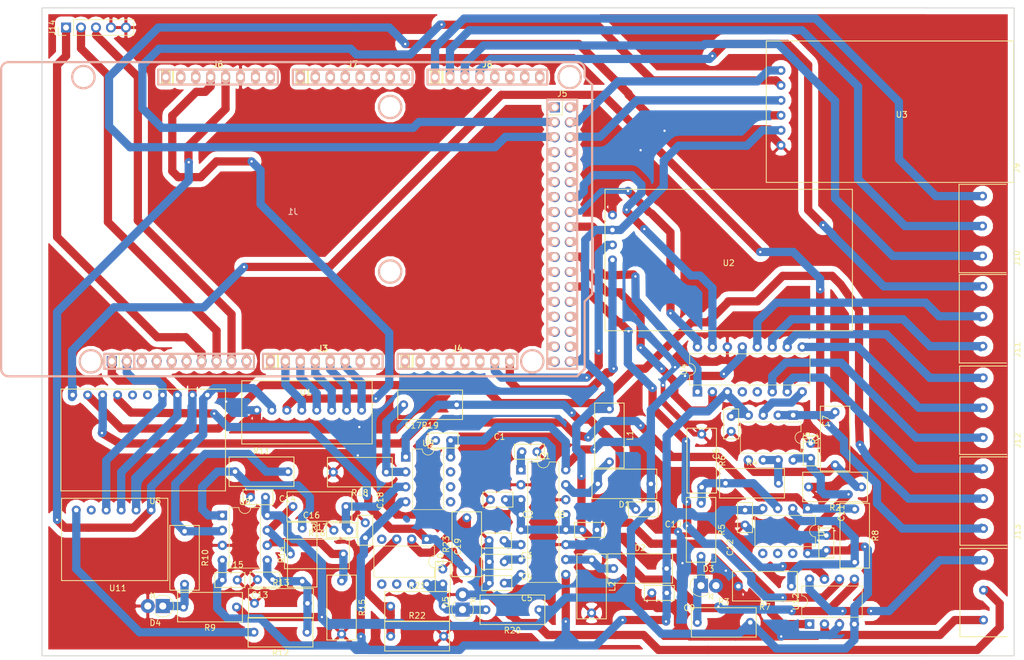
<source format=kicad_pcb>
(kicad_pcb (version 4) (host pcbnew 4.0.7)
  (layers (0 F.Cu signal) (31 B.Cu signal) (34 B.Paste user) (35 F.Paste user) (36 B.SilkS user) (37 F.SilkS user) (38 B.Mask user) (39 F.Mask user) (44 Edge.Cuts user))
  (net 0 "")
  (net 1 "Net-(J1-Pad2)")
  (net 2 "Net-(J1-Pad3)")
  (net 3 /3.3V)
  (net 4 /5V)
  (net 5 "Net-(J1-Pad7)")
  (net 6 "Net-(J1-Pad8)")
  (net 7 "Net-(J1-Pad9)")
  (net 8 "Net-(J1-Pad10)")
  (net 9 "Net-(J1-Pad11)")
  (net 10 "Net-(J1-Pad12)")
  (net 11 "Net-(J1-Pad13)")
  (net 12 "Net-(J1-Pad14)")
  (net 13 "Net-(J1-Pad15)")
  (net 14 /ARDU-A8)
  (net 15 /ARDU-A9)
  (net 16 /ARDU-A10)
  (net 17 /ARDU-A11)
  (net 18 "Net-(J1-Pad21)")
  (net 19 "Net-(J1-Pad22)")
  (net 20 "Net-(J1-Pad23)")
  (net 21 "Net-(J1-Pad24)")
  (net 22 "Net-(J1-Pad25)")
  (net 23 /PIN52)
  (net 24 /PIN50)
  (net 25 "Net-(J1-Pad28)")
  (net 26 "Net-(J1-Pad29)")
  (net 27 "Net-(J1-Pad30)")
  (net 28 "Net-(J1-Pad31)")
  (net 29 "Net-(J1-Pad32)")
  (net 30 "Net-(J1-Pad33)")
  (net 31 "Net-(J1-Pad34)")
  (net 32 "Net-(J1-Pad35)")
  (net 33 "Net-(J1-Pad36)")
  (net 34 "Net-(J1-Pad37)")
  (net 35 "Net-(J1-Pad38)")
  (net 36 "Net-(J1-Pad39)")
  (net 37 "Net-(J1-Pad40)")
  (net 38 "Net-(J1-Pad41)")
  (net 39 "Net-(J1-Pad42)")
  (net 40 "Net-(J1-Pad43)")
  (net 41 /PIN53)
  (net 42 /PIN51)
  (net 43 "Net-(J1-Pad46)")
  (net 44 "Net-(J1-Pad47)")
  (net 45 "Net-(J1-Pad48)")
  (net 46 /PIN43)
  (net 47 /PIN41)
  (net 48 /PIN39)
  (net 49 "Net-(J1-Pad54)")
  (net 50 /PIN31)
  (net 51 "Net-(J1-Pad56)")
  (net 52 "Net-(J1-Pad57)")
  (net 53 "Net-(J1-Pad58)")
  (net 54 "Net-(J1-Pad59)")
  (net 55 /SCL)
  (net 56 /SDA)
  (net 57 "Net-(J1-Pad63)")
  (net 58 "Net-(J1-Pad64)")
  (net 59 "Net-(J1-Pad65)")
  (net 60 "Net-(J1-Pad66)")
  (net 61 "Net-(J1-Pad67)")
  (net 62 "Net-(J1-Pad68)")
  (net 63 "Net-(J1-Pad69)")
  (net 64 "Net-(J1-Pad70)")
  (net 65 /PIN3)
  (net 66 /PIN4)
  (net 67 /PIN5)
  (net 68 /PIN6)
  (net 69 "Net-(J1-Pad77)")
  (net 70 "Net-(J1-Pad81)")
  (net 71 "Net-(J1-Pad82)")
  (net 72 "Net-(J1-Pad83)")
  (net 73 "Net-(J1-Pad84)")
  (net 74 "Net-(J2-Pad3)")
  (net 75 "Net-(J2-Pad4)")
  (net 76 "Net-(J2-Pad5)")
  (net 77 "Net-(J2-Pad6)")
  (net 78 "Net-(J3-Pad7)")
  (net 79 "Net-(J3-Pad8)")
  (net 80 "Net-(J4-Pad1)")
  (net 81 "Net-(J4-Pad2)")
  (net 82 "Net-(J4-Pad3)")
  (net 83 "Net-(J4-Pad4)")
  (net 84 "Net-(J4-Pad5)")
  (net 85 "Net-(J4-Pad6)")
  (net 86 "Net-(J5-Pad1)")
  (net 87 "Net-(J5-Pad2)")
  (net 88 "Net-(J5-Pad7)")
  (net 89 "Net-(J5-Pad8)")
  (net 90 "Net-(J5-Pad9)")
  (net 91 "Net-(J5-Pad10)")
  (net 92 "Net-(J5-Pad11)")
  (net 93 "Net-(J5-Pad12)")
  (net 94 "Net-(J5-Pad13)")
  (net 95 "Net-(J5-Pad15)")
  (net 96 "Net-(J5-Pad17)")
  (net 97 "Net-(J5-Pad19)")
  (net 98 "Net-(J5-Pad21)")
  (net 99 "Net-(J5-Pad23)")
  (net 100 "Net-(J5-Pad24)")
  (net 101 "Net-(J5-Pad25)")
  (net 102 "Net-(J5-Pad27)")
  (net 103 "Net-(J5-Pad28)")
  (net 104 "Net-(J5-Pad29)")
  (net 105 "Net-(J5-Pad30)")
  (net 106 "Net-(J5-Pad31)")
  (net 107 "Net-(J5-Pad32)")
  (net 108 "Net-(J5-Pad33)")
  (net 109 "Net-(J5-Pad34)")
  (net 110 "Net-(J5-Pad35)")
  (net 111 "Net-(J6-Pad1)")
  (net 112 "Net-(J6-Pad2)")
  (net 113 /GND)
  (net 114 "Net-(J6-Pad7)")
  (net 115 "Net-(J6-Pad8)")
  (net 116 "Net-(J7-Pad1)")
  (net 117 "Net-(J7-Pad2)")
  (net 118 "Net-(J7-Pad3)")
  (net 119 "Net-(J7-Pad4)")
  (net 120 "Net-(J7-Pad5)")
  (net 121 "Net-(J7-Pad6)")
  (net 122 "Net-(J7-Pad7)")
  (net 123 "Net-(J8-Pad5)")
  (net 124 "Net-(J8-Pad6)")
  (net 125 "Net-(J8-Pad7)")
  (net 126 "Net-(J8-Pad8)")
  (net 127 "Net-(J2-Pad10)")
  (net 128 "Net-(J6-Pad3)")
  (net 129 "Net-(C1-Pad1)")
  (net 130 "Net-(C3-Pad1)")
  (net 131 "Net-(C4-Pad1)")
  (net 132 "Net-(C5-Pad1)")
  (net 133 /-15V)
  (net 134 /+15V)
  (net 135 "Net-(C15-Pad2)")
  (net 136 "Net-(C16-Pad2)")
  (net 137 "Net-(D1-Pad2)")
  (net 138 "Net-(D2-Pad1)")
  (net 139 "Net-(D3-Pad1)")
  (net 140 "Net-(D4-Pad1)")
  (net 141 "Net-(J1-Pad16)")
  (net 142 "Net-(J7-Pad8)")
  (net 143 /E5)
  (net 144 /E6)
  (net 145 /E7)
  (net 146 /E8)
  (net 147 /E3)
  (net 148 /E4)
  (net 149 /ADC-A2)
  (net 150 /ADC-A3)
  (net 151 /E-AMPLI)
  (net 152 /SMU2)
  (net 153 /SMU-IN)
  (net 154 "Net-(R1-Pad1)")
  (net 155 "Net-(R1-Pad2)")
  (net 156 "Net-(R4-Pad1)")
  (net 157 "Net-(R4-Pad2)")
  (net 158 "Net-(R7-Pad1)")
  (net 159 /VO-REDU)
  (net 160 "Net-(R10-Pad1)")
  (net 161 "Net-(R11-Pad1)")
  (net 162 /DAC-VO)
  (net 163 "Net-(R15-Pad1)")
  (net 164 "Net-(R16-Pad1)")
  (net 165 "Net-(R18-Pad1)")
  (net 166 /VO-AMPLI)
  (net 167 "Net-(R21-Pad1)")
  (net 168 /SMU-OUT)
  (net 169 /E1)
  (net 170 /E2)
  (net 171 /D1)
  (net 172 "Net-(U5-Pad6)")
  (net 173 "Net-(U5-Pad5)")
  (net 174 "Net-(U11-Pad2)")
  (net 175 /PIN2)
  (net 176 "Net-(J1-Pad76)")
  (net 177 "Net-(J3-Pad1)")
  (net 178 /PIN10)
  (net 179 /PIN11)
  (net 180 "Net-(J1-Pad52)")
  (net 181 /PIN35)
  (net 182 "Net-(J5-Pad20)")
  (net 183 /PIN9)
  (module RTC2:SDShield (layer F.Cu) (at 145.5928 80.8101)
    (fp_text reference U2 (at 21 12.5) (layer F.SilkS))
    (fp_text value RTC)
    (pad 1 thru_hole circle (at 1.27 4.36) (size 1.524 1.524) (drill 0.762) (layers *.Cu *.Mask) (net 113 /GND))
    (pad 2 thru_hole circle (at 1.27 6.9) (size 1.524 1.524) (drill 0.762) (layers *.Cu *.Mask) (net 4 /5V))
    (pad 3 thru_hole circle (at 1.27 9.44) (size 1.524 1.524) (drill 0.762) (layers *.Cu *.Mask) (net 56 /SDA))
    (pad 4 thru_hole circle (at 1.27 11.98) (size 1.524 1.524) (drill 0.762) (layers *.Cu *.Mask) (net 55 /SCL))
  )
  (module ArduinoMega:arduino_mega_header (layer B.Cu) (at 92.6092 85.8788)
    (fp_text reference J1 (at 0 -1.27) (layer B.SilkS) (effects (font (size 1.016 1.016) (thickness 0.2032)) (justify mirror)))
    (fp_text value Arduino_Mega_Header hide)
    (pad 1 thru_hole oval (at -21.59 -24.13) (size 1.524 2.19964) (drill 1.00076) (layers *.Cu *.Mask B.SilkS))
    (pad 2 thru_hole oval (at -19.05 -24.13) (size 1.524 2.19964) (drill 1.00076) (layers *.Cu *.Mask B.SilkS) (net 1 "Net-(J1-Pad2)"))
    (pad 3 thru_hole oval (at -16.51 -24.13) (size 1.524 2.19964) (drill 1.00076) (layers *.Cu *.Mask B.SilkS) (net 2 "Net-(J1-Pad3)"))
    (pad 4 thru_hole oval (at -13.97 -24.13) (size 1.524 2.19964) (drill 1.00076) (layers *.Cu *.Mask B.SilkS) (net 3 /3.3V))
    (pad 5 thru_hole oval (at -11.43 -24.13) (size 1.524 2.19964) (drill 1.00076) (layers *.Cu *.Mask B.SilkS) (net 4 /5V))
    (pad 6 thru_hole oval (at -8.89 -24.13) (size 1.524 2.19964) (drill 1.00076) (layers *.Cu *.Mask B.SilkS) (net 113 /GND))
    (pad 7 thru_hole oval (at -6.35 -24.13) (size 1.524 2.19964) (drill 1.00076) (layers *.Cu *.Mask B.SilkS) (net 5 "Net-(J1-Pad7)"))
    (pad 8 thru_hole oval (at -3.81 -24.13) (size 1.524 2.19964) (drill 1.00076) (layers *.Cu *.Mask B.SilkS) (net 6 "Net-(J1-Pad8)"))
    (pad 9 thru_hole oval (at 1.27 -24.13) (size 1.524 2.19964) (drill 1.00076) (layers *.Cu *.Mask B.SilkS) (net 7 "Net-(J1-Pad9)"))
    (pad 10 thru_hole oval (at 3.81 -24.13) (size 1.524 2.19964) (drill 1.00076) (layers *.Cu *.Mask B.SilkS) (net 8 "Net-(J1-Pad10)"))
    (pad 11 thru_hole oval (at 6.35 -24.13) (size 1.524 2.19964) (drill 1.00076) (layers *.Cu *.Mask B.SilkS) (net 9 "Net-(J1-Pad11)"))
    (pad 12 thru_hole oval (at 8.89 -24.13) (size 1.524 2.19964) (drill 1.00076) (layers *.Cu *.Mask B.SilkS) (net 10 "Net-(J1-Pad12)"))
    (pad 13 thru_hole oval (at 11.43 -24.13) (size 1.524 2.19964) (drill 1.00076) (layers *.Cu *.Mask B.SilkS) (net 11 "Net-(J1-Pad13)"))
    (pad 14 thru_hole oval (at 13.97 -24.13) (size 1.524 2.19964) (drill 1.00076) (layers *.Cu *.Mask B.SilkS) (net 12 "Net-(J1-Pad14)"))
    (pad 15 thru_hole oval (at 16.51 -24.13) (size 1.524 2.19964) (drill 1.00076) (layers *.Cu *.Mask B.SilkS) (net 13 "Net-(J1-Pad15)"))
    (pad 16 thru_hole oval (at 19.05 -24.13) (size 1.524 2.19964) (drill 1.00076) (layers *.Cu *.Mask B.SilkS) (net 141 "Net-(J1-Pad16)"))
    (pad 17 thru_hole oval (at 24.13 -24.13) (size 1.524 2.19964) (drill 1.00076) (layers *.Cu *.Mask B.SilkS) (net 14 /ARDU-A8))
    (pad 18 thru_hole oval (at 26.67 -24.13) (size 1.524 2.19964) (drill 1.00076) (layers *.Cu *.Mask B.SilkS) (net 15 /ARDU-A9))
    (pad 19 thru_hole oval (at 29.21 -24.13) (size 1.524 2.19964) (drill 1.00076) (layers *.Cu *.Mask B.SilkS) (net 16 /ARDU-A10))
    (pad 20 thru_hole oval (at 31.75 -24.13) (size 1.524 2.1971) (drill 1.00076) (layers *.Cu *.Mask B.SilkS) (net 17 /ARDU-A11))
    (pad 21 thru_hole oval (at 34.29 -24.13) (size 1.524 2.1971) (drill 1.00076) (layers *.Cu *.Mask B.SilkS) (net 18 "Net-(J1-Pad21)"))
    (pad 22 thru_hole oval (at 36.83 -24.13) (size 1.524 2.1971) (drill 1.00076) (layers *.Cu *.Mask B.SilkS) (net 19 "Net-(J1-Pad22)"))
    (pad 23 thru_hole oval (at 39.37 -24.13) (size 1.524 2.1971) (drill 1.00076) (layers *.Cu *.Mask B.SilkS) (net 20 "Net-(J1-Pad23)"))
    (pad 24 thru_hole oval (at 41.91 -24.13) (size 1.524 2.1971) (drill 1.00076) (layers *.Cu *.Mask B.SilkS) (net 21 "Net-(J1-Pad24)"))
    (pad "" np_thru_hole circle (at -35.56 -24.13) (size 3.19786 3.19786) (drill 3.19786) (layers *.Cu *.Mask B.SilkS))
    (pad "" np_thru_hole circle (at 16.51 -19.05) (size 3.19786 3.19786) (drill 3.19786) (layers *.Cu *.Mask B.SilkS))
    (pad "" np_thru_hole circle (at 46.99 -24.13) (size 3.19786 3.19786) (drill 3.19786) (layers *.Cu *.Mask B.SilkS))
    (pad 25 thru_hole oval (at 44.45 -19.05) (size 1.99898 1.53924) (drill 1.00076 (offset -0.24892 0)) (layers *.Cu *.Mask B.SilkS) (net 22 "Net-(J1-Pad25)"))
    (pad 26 thru_hole oval (at 44.45 -16.51) (size 1.99898 1.53924) (drill 1.00076 (offset -0.24892 0)) (layers *.Cu *.Mask B.SilkS) (net 23 /PIN52))
    (pad 27 thru_hole oval (at 44.45 -13.97) (size 1.99898 1.53924) (drill 1.00076 (offset -0.24892 0)) (layers *.Cu *.Mask B.SilkS) (net 24 /PIN50))
    (pad 28 thru_hole oval (at 44.45 -11.43) (size 1.99898 1.53924) (drill 1.00076 (offset -0.24892 0)) (layers *.Cu *.Mask B.SilkS) (net 25 "Net-(J1-Pad28)"))
    (pad 29 thru_hole oval (at 44.45 -8.89) (size 1.99898 1.53924) (drill 1.00076 (offset -0.24892 0)) (layers *.Cu *.Mask B.SilkS) (net 26 "Net-(J1-Pad29)"))
    (pad 30 thru_hole oval (at 44.45 -6.35) (size 1.99898 1.53924) (drill 1.00076 (offset -0.24892 0)) (layers *.Cu *.Mask B.SilkS) (net 27 "Net-(J1-Pad30)"))
    (pad 31 thru_hole oval (at 44.45 -3.81) (size 1.99898 1.53924) (drill 1.00076 (offset -0.24892 0)) (layers *.Cu *.Mask B.SilkS) (net 28 "Net-(J1-Pad31)"))
    (pad 32 thru_hole oval (at 44.45 -1.27) (size 1.99898 1.53924) (drill 1.00076 (offset -0.24892 0)) (layers *.Cu *.Mask B.SilkS) (net 29 "Net-(J1-Pad32)"))
    (pad 33 thru_hole oval (at 44.45 1.27) (size 1.99898 1.53924) (drill 1.00076 (offset -0.24892 0)) (layers *.Cu *.Mask B.SilkS) (net 30 "Net-(J1-Pad33)"))
    (pad 34 thru_hole oval (at 44.45 3.81) (size 1.99898 1.53924) (drill 1.00076 (offset -0.24892 0)) (layers *.Cu *.Mask B.SilkS) (net 31 "Net-(J1-Pad34)"))
    (pad 35 thru_hole oval (at 44.45 6.35) (size 1.99898 1.53924) (drill 1.00076 (offset -0.24892 0)) (layers *.Cu *.Mask B.SilkS) (net 32 "Net-(J1-Pad35)"))
    (pad 36 thru_hole oval (at 44.45 8.89) (size 1.99898 1.53924) (drill 1.00076 (offset -0.24892 0)) (layers *.Cu *.Mask B.SilkS) (net 33 "Net-(J1-Pad36)"))
    (pad 37 thru_hole oval (at 44.45 11.43) (size 1.99898 1.53924) (drill 1.00076 (offset -0.24892 0)) (layers *.Cu *.Mask B.SilkS) (net 34 "Net-(J1-Pad37)"))
    (pad 38 thru_hole oval (at 44.45 13.97) (size 1.99898 1.53924) (drill 1.00076 (offset -0.24892 0)) (layers *.Cu *.Mask B.SilkS) (net 35 "Net-(J1-Pad38)"))
    (pad 39 thru_hole oval (at 44.45 16.51) (size 1.99898 1.53924) (drill 1.00076 (offset -0.24892 0)) (layers *.Cu *.Mask B.SilkS) (net 36 "Net-(J1-Pad39)"))
    (pad 40 thru_hole oval (at 44.45 19.05) (size 1.99898 1.53924) (drill 1.00076 (offset -0.24892 0)) (layers *.Cu *.Mask B.SilkS) (net 37 "Net-(J1-Pad40)"))
    (pad 41 thru_hole oval (at 44.45 21.59) (size 1.99898 1.53924) (drill 1.00076 (offset -0.24892 0)) (layers *.Cu *.Mask B.SilkS) (net 38 "Net-(J1-Pad41)"))
    (pad 42 thru_hole oval (at 44.45 24.13) (size 1.99898 1.53924) (drill 1.00076 (offset -0.24892 0)) (layers *.Cu *.Mask B.SilkS) (net 39 "Net-(J1-Pad42)"))
    (pad 43 thru_hole oval (at 46.99 -19.05) (size 1.99898 1.5367) (drill 1.00076 (offset 0.24638 0)) (layers *.Cu *.Mask B.SilkS) (net 40 "Net-(J1-Pad43)"))
    (pad 44 thru_hole oval (at 46.99 -16.51) (size 1.99898 1.5367) (drill 1.00076 (offset 0.24638 0)) (layers *.Cu *.Mask B.SilkS) (net 41 /PIN53))
    (pad 45 thru_hole oval (at 46.99 -13.97) (size 1.99898 1.5367) (drill 1.00076 (offset 0.24638 0)) (layers *.Cu *.Mask B.SilkS) (net 42 /PIN51))
    (pad 46 thru_hole oval (at 46.99 -11.43) (size 1.99898 1.5367) (drill 1.00076 (offset 0.24638 0)) (layers *.Cu *.Mask B.SilkS) (net 43 "Net-(J1-Pad46)"))
    (pad 47 thru_hole oval (at 46.99 -8.89) (size 1.99898 1.5367) (drill 1.00076 (offset 0.24638 0)) (layers *.Cu *.Mask B.SilkS) (net 44 "Net-(J1-Pad47)"))
    (pad 48 thru_hole oval (at 46.99 -6.35) (size 1.99898 1.5367) (drill 1.00076 (offset 0.24638 0)) (layers *.Cu *.Mask B.SilkS) (net 45 "Net-(J1-Pad48)"))
    (pad 49 thru_hole oval (at 46.99 -3.81) (size 1.99898 1.5367) (drill 1.00076 (offset 0.24638 0)) (layers *.Cu *.Mask B.SilkS) (net 46 /PIN43))
    (pad 50 thru_hole oval (at 46.99 -1.27) (size 1.99898 1.5367) (drill 1.00076 (offset 0.24638 0)) (layers *.Cu *.Mask B.SilkS) (net 47 /PIN41))
    (pad 51 thru_hole oval (at 46.99 1.27) (size 1.99898 1.5367) (drill 1.00076 (offset 0.24638 0)) (layers *.Cu *.Mask B.SilkS) (net 48 /PIN39))
    (pad 52 thru_hole oval (at 46.99 3.81) (size 1.99898 1.5367) (drill 1.00076 (offset 0.24638 0)) (layers *.Cu *.Mask B.SilkS) (net 180 "Net-(J1-Pad52)"))
    (pad 53 thru_hole oval (at 46.99 6.35) (size 1.99898 1.5367) (drill 1.00076 (offset 0.24638 0)) (layers *.Cu *.Mask B.SilkS) (net 181 /PIN35))
    (pad 54 thru_hole oval (at 46.99 8.89) (size 1.99898 1.5367) (drill 1.00076 (offset 0.24638 0)) (layers *.Cu *.Mask B.SilkS) (net 49 "Net-(J1-Pad54)"))
    (pad 55 thru_hole oval (at 46.99 11.43) (size 1.99898 1.5367) (drill 1.00076 (offset 0.24638 0)) (layers *.Cu *.Mask B.SilkS) (net 50 /PIN31))
    (pad 56 thru_hole oval (at 46.99 13.97) (size 1.99898 1.5367) (drill 1.00076 (offset 0.24638 0)) (layers *.Cu *.Mask B.SilkS) (net 51 "Net-(J1-Pad56)"))
    (pad 57 thru_hole oval (at 46.99 16.51) (size 1.99898 1.5367) (drill 1.00076 (offset 0.24638 0)) (layers *.Cu *.Mask B.SilkS) (net 52 "Net-(J1-Pad57)"))
    (pad 58 thru_hole oval (at 46.99 19.05) (size 1.99898 1.5367) (drill 1.00076 (offset 0.24638 0)) (layers *.Cu *.Mask B.SilkS) (net 53 "Net-(J1-Pad58)"))
    (pad 59 thru_hole oval (at 46.99 21.59) (size 1.99898 1.5367) (drill 1.00076 (offset 0.24638 0)) (layers *.Cu *.Mask B.SilkS) (net 54 "Net-(J1-Pad59)"))
    (pad 60 thru_hole oval (at 46.99 24.13) (size 1.99898 1.5367) (drill 1.00076 (offset 0.24638 0)) (layers *.Cu *.Mask B.SilkS) (net 4 /5V))
    (pad 61 thru_hole oval (at 36.83 24.13) (size 1.524 2.1971) (drill 1.00076) (layers *.Cu *.Mask B.SilkS) (net 55 /SCL))
    (pad 62 thru_hole oval (at 34.29 24.13) (size 1.524 2.1971) (drill 1.00076) (layers *.Cu *.Mask B.SilkS) (net 56 /SDA))
    (pad 63 thru_hole oval (at 31.75 24.13) (size 1.524 2.1971) (drill 1.00076) (layers *.Cu *.Mask B.SilkS) (net 57 "Net-(J1-Pad63)"))
    (pad 64 thru_hole oval (at 29.21 24.13) (size 1.524 2.1971) (drill 1.00076) (layers *.Cu *.Mask B.SilkS) (net 58 "Net-(J1-Pad64)"))
    (pad 65 thru_hole oval (at 26.67 24.13) (size 1.524 2.1971) (drill 1.00076) (layers *.Cu *.Mask B.SilkS) (net 59 "Net-(J1-Pad65)"))
    (pad 66 thru_hole oval (at 24.13 24.13) (size 1.524 2.1971) (drill 1.00076) (layers *.Cu *.Mask B.SilkS) (net 60 "Net-(J1-Pad66)"))
    (pad 67 thru_hole oval (at 21.59 24.13) (size 1.524 2.1971) (drill 1.00076) (layers *.Cu *.Mask B.SilkS) (net 61 "Net-(J1-Pad67)"))
    (pad 68 thru_hole oval (at 19.05 24.13) (size 1.524 2.1971) (drill 1.00076) (layers *.Cu *.Mask B.SilkS) (net 62 "Net-(J1-Pad68)"))
    (pad 69 thru_hole oval (at 13.97 24.13) (size 1.524 2.1971) (drill 1.00076) (layers *.Cu *.Mask B.SilkS) (net 63 "Net-(J1-Pad69)"))
    (pad 70 thru_hole oval (at 11.43 24.13) (size 1.524 2.1971) (drill 1.00076) (layers *.Cu *.Mask B.SilkS) (net 64 "Net-(J1-Pad70)"))
    (pad 71 thru_hole oval (at 8.89 24.13) (size 1.524 2.1971) (drill 1.00076) (layers *.Cu *.Mask B.SilkS) (net 175 /PIN2))
    (pad 72 thru_hole oval (at 6.35 24.13) (size 1.524 2.1971) (drill 1.00076) (layers *.Cu *.Mask B.SilkS) (net 65 /PIN3))
    (pad 73 thru_hole oval (at 3.81 24.13) (size 1.524 2.1971) (drill 1.00076) (layers *.Cu *.Mask B.SilkS) (net 66 /PIN4))
    (pad 74 thru_hole oval (at 1.27 24.13) (size 1.524 2.1971) (drill 1.00076) (layers *.Cu *.Mask B.SilkS) (net 67 /PIN5))
    (pad 75 thru_hole oval (at -1.27 24.13) (size 1.524 2.1971) (drill 1.00076) (layers *.Cu *.Mask B.SilkS) (net 68 /PIN6))
    (pad 76 thru_hole oval (at -3.81 24.13) (size 1.524 2.1971) (drill 1.00076) (layers *.Cu *.Mask B.SilkS) (net 176 "Net-(J1-Pad76)"))
    (pad 77 thru_hole oval (at -7.874 24.13) (size 1.524 2.1971) (drill 1.00076) (layers *.Cu *.Mask B.SilkS) (net 69 "Net-(J1-Pad77)"))
    (pad 78 thru_hole oval (at -10.414 24.13) (size 1.524 2.1971) (drill 1.00076) (layers *.Cu *.Mask B.SilkS) (net 183 /PIN9))
    (pad 79 thru_hole oval (at -12.954 24.13) (size 1.524 2.1971) (drill 1.00076) (layers *.Cu *.Mask B.SilkS) (net 178 /PIN10))
    (pad 80 thru_hole oval (at -15.494 24.13) (size 1.524 2.1971) (drill 1.00076) (layers *.Cu *.Mask B.SilkS) (net 179 /PIN11))
    (pad 81 thru_hole oval (at -18.034 24.13) (size 1.524 2.1971) (drill 1.00076) (layers *.Cu *.Mask B.SilkS) (net 70 "Net-(J1-Pad81)"))
    (pad 82 thru_hole oval (at -20.574 24.13) (size 1.524 2.1971) (drill 1.00076) (layers *.Cu *.Mask B.SilkS) (net 71 "Net-(J1-Pad82)"))
    (pad 83 thru_hole oval (at -23.114 24.13) (size 1.524 2.1971) (drill 1.00076) (layers *.Cu *.Mask B.SilkS) (net 72 "Net-(J1-Pad83)"))
    (pad 84 thru_hole oval (at -25.654 24.13) (size 1.524 2.1971) (drill 1.00076) (layers *.Cu *.Mask B.SilkS) (net 73 "Net-(J1-Pad84)"))
    (pad "" np_thru_hole circle (at 40.64 24.13) (size 3.19786 3.19786) (drill 3.19786) (layers *.Cu *.Mask B.SilkS))
    (pad "" np_thru_hole circle (at -34.29 24.13) (size 3.19786 3.19786) (drill 3.19786) (layers *.Cu *.Mask B.SilkS))
    (pad 85 thru_hole oval (at -28.194 24.13) (size 1.524 2.1971) (drill 1.00076) (layers *.Cu *.Mask B.SilkS) (net 56 /SDA))
    (pad 86 thru_hole oval (at -30.734 24.13) (size 1.524 2.1971) (drill 1.00076) (layers *.Cu *.Mask B.SilkS) (net 55 /SCL))
    (pad "" np_thru_hole circle (at 16.51 8.89) (size 3.19786 3.19786) (drill 3.19786) (layers *.Cu *.Mask B.SilkS))
  )
  (module ADC:ADC (layer F.Cu) (at 54.23154 114.72164)
    (fp_text reference U5 (at 15 19) (layer F.SilkS))
    (fp_text value ADC)
    (pad 10 thru_hole circle (at 1 1) (size 1.524 1.524) (drill 0.762) (layers *.Cu *.Mask) (net 150 /ADC-A3))
    (pad 9 thru_hole circle (at 3.54 1) (size 1.524 1.524) (drill 0.762) (layers *.Cu *.Mask) (net 149 /ADC-A2))
    (pad 8 thru_hole circle (at 6.08 1) (size 1.524 1.524) (drill 0.762) (layers *.Cu *.Mask) (net 159 /VO-REDU))
    (pad 7 thru_hole circle (at 8.62 1) (size 1.524 1.524) (drill 0.762) (layers *.Cu *.Mask) (net 168 /SMU-OUT))
    (pad 6 thru_hole circle (at 11.16 1) (size 1.524 1.524) (drill 0.762) (layers *.Cu *.Mask) (net 172 "Net-(U5-Pad6)"))
    (pad 5 thru_hole circle (at 13.7 1) (size 1.524 1.524) (drill 0.762) (layers *.Cu *.Mask) (net 173 "Net-(U5-Pad5)"))
    (pad 4 thru_hole circle (at 16.24 1) (size 1.524 1.524) (drill 0.762) (layers *.Cu *.Mask) (net 56 /SDA))
    (pad 3 thru_hole circle (at 18.78 1) (size 1.524 1.524) (drill 0.762) (layers *.Cu *.Mask) (net 55 /SCL))
    (pad 2 thru_hole circle (at 21.32 1) (size 1.524 1.524) (drill 0.762) (layers *.Cu *.Mask) (net 113 /GND))
    (pad 1 thru_hole circle (at 23.86 1) (size 1.524 1.524) (drill 0.762) (layers *.Cu *.Mask) (net 4 /5V))
  )
  (module Pin_Headers:Pin_Header_Straight_1x10_Pitch2.54mm (layer F.Cu) (at 61.87 109.97 90)
    (fp_text reference J2 (at 0 -2.33 90) (layer F.SilkS))
    (fp_text value Conn_01x10)
    (pad 1 thru_hole rect (at 0 0 90) (size 1.7 1.7) (drill 1) (layers *.Cu *.Mask) (net 55 /SCL))
    (pad 2 thru_hole oval (at 0 2.54 90) (size 1.7 1.7) (drill 1) (layers *.Cu *.Mask) (net 56 /SDA))
    (pad 3 thru_hole oval (at 0 5.08 90) (size 1.7 1.7) (drill 1) (layers *.Cu *.Mask) (net 74 "Net-(J2-Pad3)"))
    (pad 4 thru_hole oval (at 0 7.62 90) (size 1.7 1.7) (drill 1) (layers *.Cu *.Mask) (net 75 "Net-(J2-Pad4)"))
    (pad 5 thru_hole oval (at 0 10.16 90) (size 1.7 1.7) (drill 1) (layers *.Cu *.Mask) (net 76 "Net-(J2-Pad5)"))
    (pad 6 thru_hole oval (at 0 12.7 90) (size 1.7 1.7) (drill 1) (layers *.Cu *.Mask) (net 77 "Net-(J2-Pad6)"))
    (pad 7 thru_hole oval (at 0 15.24 90) (size 1.7 1.7) (drill 1) (layers *.Cu *.Mask) (net 179 /PIN11))
    (pad 8 thru_hole oval (at 0 17.78 90) (size 1.7 1.7) (drill 1) (layers *.Cu *.Mask) (net 178 /PIN10))
    (pad 9 thru_hole oval (at 0 20.32 90) (size 1.7 1.7) (drill 1) (layers *.Cu *.Mask) (net 183 /PIN9))
    (pad 10 thru_hole oval (at 0 22.86 90) (size 1.7 1.7) (drill 1) (layers *.Cu *.Mask) (net 127 "Net-(J2-Pad10)"))
  )
  (module ArduinoMega:arduino_pin_socket_8 (layer F.Cu) (at 97.6992 109.9988)
    (fp_text reference J3 (at 0 -2.159) (layer F.SilkS) (effects (font (size 1.016 1.016) (thickness 0.2032))))
    (fp_text value Conn_01x08 hide)
    (pad 1 thru_hole rect (at -8.89 0) (size 1.524 2.19964) (drill 1.00076) (layers *.Cu *.Mask F.SilkS) (net 177 "Net-(J3-Pad1)"))
    (pad 2 thru_hole oval (at -6.35 0) (size 1.524 2.19964) (drill 1.00076) (layers *.Cu *.Mask F.SilkS) (net 68 /PIN6))
    (pad 3 thru_hole oval (at -3.81 0) (size 1.524 2.19964) (drill 1.00076) (layers *.Cu *.Mask F.SilkS) (net 67 /PIN5))
    (pad 4 thru_hole oval (at -1.27 0) (size 1.524 2.19964) (drill 1.00076) (layers *.Cu *.Mask F.SilkS) (net 66 /PIN4))
    (pad 5 thru_hole oval (at 1.27 0) (size 1.524 2.19964) (drill 1.00076) (layers *.Cu *.Mask F.SilkS) (net 65 /PIN3))
    (pad 6 thru_hole oval (at 3.81 0) (size 1.524 2.19964) (drill 1.00076) (layers *.Cu *.Mask F.SilkS) (net 175 /PIN2))
    (pad 7 thru_hole oval (at 6.35 0) (size 1.524 2.19964) (drill 1.00076) (layers *.Cu *.Mask F.SilkS) (net 78 "Net-(J3-Pad7)"))
    (pad 8 thru_hole oval (at 8.89 0) (size 1.524 2.19964) (drill 1.00076) (layers *.Cu *.Mask F.SilkS) (net 79 "Net-(J3-Pad8)"))
  )
  (module ArduinoMega:arduino_pin_socket_8 (layer F.Cu) (at 120.5592 110.0088)
    (fp_text reference J4 (at 0 -2.159) (layer F.SilkS) (effects (font (size 1.016 1.016) (thickness 0.2032))))
    (fp_text value Conn_01x08 hide)
    (pad 1 thru_hole rect (at -8.89 0) (size 1.524 2.19964) (drill 1.00076) (layers *.Cu *.Mask F.SilkS) (net 80 "Net-(J4-Pad1)"))
    (pad 2 thru_hole oval (at -6.35 0) (size 1.524 2.19964) (drill 1.00076) (layers *.Cu *.Mask F.SilkS) (net 81 "Net-(J4-Pad2)"))
    (pad 3 thru_hole oval (at -3.81 0) (size 1.524 2.19964) (drill 1.00076) (layers *.Cu *.Mask F.SilkS) (net 82 "Net-(J4-Pad3)"))
    (pad 4 thru_hole oval (at -1.27 0) (size 1.524 2.19964) (drill 1.00076) (layers *.Cu *.Mask F.SilkS) (net 83 "Net-(J4-Pad4)"))
    (pad 5 thru_hole oval (at 1.27 0) (size 1.524 2.19964) (drill 1.00076) (layers *.Cu *.Mask F.SilkS) (net 84 "Net-(J4-Pad5)"))
    (pad 6 thru_hole oval (at 3.81 0) (size 1.524 2.19964) (drill 1.00076) (layers *.Cu *.Mask F.SilkS) (net 85 "Net-(J4-Pad6)"))
    (pad 7 thru_hole oval (at 6.35 0) (size 1.524 2.19964) (drill 1.00076) (layers *.Cu *.Mask F.SilkS) (net 56 /SDA))
    (pad 8 thru_hole oval (at 8.89 0) (size 1.524 2.19964) (drill 1.00076) (layers *.Cu *.Mask F.SilkS) (net 55 /SCL))
  )
  (module Pin_Headers:Pin_Header_Straight_2x18_Pitch2.54mm (layer F.Cu) (at 137.0792 66.8988)
    (fp_text reference J5 (at 1.27 -2.33) (layer F.SilkS))
    (fp_text value Conn_02x18_Odd_Even)
    (pad 1 thru_hole rect (at 0 0) (size 1.7 1.7) (drill 1) (layers *.Cu *.Mask) (net 86 "Net-(J5-Pad1)"))
    (pad 2 thru_hole oval (at 2.54 0) (size 1.7 1.7) (drill 1) (layers *.Cu *.Mask) (net 87 "Net-(J5-Pad2)"))
    (pad 3 thru_hole oval (at 0 2.54) (size 1.7 1.7) (drill 1) (layers *.Cu *.Mask) (net 23 /PIN52))
    (pad 4 thru_hole oval (at 2.54 2.54) (size 1.7 1.7) (drill 1) (layers *.Cu *.Mask) (net 41 /PIN53))
    (pad 5 thru_hole oval (at 0 5.08) (size 1.7 1.7) (drill 1) (layers *.Cu *.Mask) (net 24 /PIN50))
    (pad 6 thru_hole oval (at 2.54 5.08) (size 1.7 1.7) (drill 1) (layers *.Cu *.Mask) (net 42 /PIN51))
    (pad 7 thru_hole oval (at 0 7.62) (size 1.7 1.7) (drill 1) (layers *.Cu *.Mask) (net 88 "Net-(J5-Pad7)"))
    (pad 8 thru_hole oval (at 2.54 7.62) (size 1.7 1.7) (drill 1) (layers *.Cu *.Mask) (net 89 "Net-(J5-Pad8)"))
    (pad 9 thru_hole oval (at 0 10.16) (size 1.7 1.7) (drill 1) (layers *.Cu *.Mask) (net 90 "Net-(J5-Pad9)"))
    (pad 10 thru_hole oval (at 2.54 10.16) (size 1.7 1.7) (drill 1) (layers *.Cu *.Mask) (net 91 "Net-(J5-Pad10)"))
    (pad 11 thru_hole oval (at 0 12.7) (size 1.7 1.7) (drill 1) (layers *.Cu *.Mask) (net 92 "Net-(J5-Pad11)"))
    (pad 12 thru_hole oval (at 2.54 12.7) (size 1.7 1.7) (drill 1) (layers *.Cu *.Mask) (net 93 "Net-(J5-Pad12)"))
    (pad 13 thru_hole oval (at 0 15.24) (size 1.7 1.7) (drill 1) (layers *.Cu *.Mask) (net 94 "Net-(J5-Pad13)"))
    (pad 14 thru_hole oval (at 2.54 15.24) (size 1.7 1.7) (drill 1) (layers *.Cu *.Mask) (net 46 /PIN43))
    (pad 15 thru_hole oval (at 0 17.78) (size 1.7 1.7) (drill 1) (layers *.Cu *.Mask) (net 95 "Net-(J5-Pad15)"))
    (pad 16 thru_hole oval (at 2.54 17.78) (size 1.7 1.7) (drill 1) (layers *.Cu *.Mask) (net 47 /PIN41))
    (pad 17 thru_hole oval (at 0 20.32) (size 1.7 1.7) (drill 1) (layers *.Cu *.Mask) (net 96 "Net-(J5-Pad17)"))
    (pad 18 thru_hole oval (at 2.54 20.32) (size 1.7 1.7) (drill 1) (layers *.Cu *.Mask) (net 48 /PIN39))
    (pad 19 thru_hole oval (at 0 22.86) (size 1.7 1.7) (drill 1) (layers *.Cu *.Mask) (net 97 "Net-(J5-Pad19)"))
    (pad 20 thru_hole oval (at 2.54 22.86) (size 1.7 1.7) (drill 1) (layers *.Cu *.Mask) (net 182 "Net-(J5-Pad20)"))
    (pad 21 thru_hole oval (at 0 25.4) (size 1.7 1.7) (drill 1) (layers *.Cu *.Mask) (net 98 "Net-(J5-Pad21)"))
    (pad 22 thru_hole oval (at 2.54 25.4) (size 1.7 1.7) (drill 1) (layers *.Cu *.Mask) (net 181 /PIN35))
    (pad 23 thru_hole oval (at 0 27.94) (size 1.7 1.7) (drill 1) (layers *.Cu *.Mask) (net 99 "Net-(J5-Pad23)"))
    (pad 24 thru_hole oval (at 2.54 27.94) (size 1.7 1.7) (drill 1) (layers *.Cu *.Mask) (net 100 "Net-(J5-Pad24)"))
    (pad 25 thru_hole oval (at 0 30.48) (size 1.7 1.7) (drill 1) (layers *.Cu *.Mask) (net 101 "Net-(J5-Pad25)"))
    (pad 26 thru_hole oval (at 2.54 30.48) (size 1.7 1.7) (drill 1) (layers *.Cu *.Mask) (net 50 /PIN31))
    (pad 27 thru_hole oval (at 0 33.02) (size 1.7 1.7) (drill 1) (layers *.Cu *.Mask) (net 102 "Net-(J5-Pad27)"))
    (pad 28 thru_hole oval (at 2.54 33.02) (size 1.7 1.7) (drill 1) (layers *.Cu *.Mask) (net 103 "Net-(J5-Pad28)"))
    (pad 29 thru_hole oval (at 0 35.56) (size 1.7 1.7) (drill 1) (layers *.Cu *.Mask) (net 104 "Net-(J5-Pad29)"))
    (pad 30 thru_hole oval (at 2.54 35.56) (size 1.7 1.7) (drill 1) (layers *.Cu *.Mask) (net 105 "Net-(J5-Pad30)"))
    (pad 31 thru_hole oval (at 0 38.1) (size 1.7 1.7) (drill 1) (layers *.Cu *.Mask) (net 106 "Net-(J5-Pad31)"))
    (pad 32 thru_hole oval (at 2.54 38.1) (size 1.7 1.7) (drill 1) (layers *.Cu *.Mask) (net 107 "Net-(J5-Pad32)"))
    (pad 33 thru_hole oval (at 0 40.64) (size 1.7 1.7) (drill 1) (layers *.Cu *.Mask) (net 108 "Net-(J5-Pad33)"))
    (pad 34 thru_hole oval (at 2.54 40.64) (size 1.7 1.7) (drill 1) (layers *.Cu *.Mask) (net 109 "Net-(J5-Pad34)"))
    (pad 35 thru_hole oval (at 0 43.18) (size 1.7 1.7) (drill 1) (layers *.Cu *.Mask) (net 110 "Net-(J5-Pad35)"))
    (pad 36 thru_hole oval (at 2.54 43.18) (size 1.7 1.7) (drill 1) (layers *.Cu *.Mask) (net 4 /5V))
  )
  (module ArduinoMega:arduino_pin_socket_8 (layer F.Cu) (at 102.7692 61.7488)
    (fp_text reference J7 (at 0 -2.159) (layer F.SilkS) (effects (font (size 1.016 1.016) (thickness 0.2032))))
    (fp_text value Conn_01x08 hide)
    (pad 1 thru_hole rect (at -8.89 0) (size 1.524 2.19964) (drill 1.00076) (layers *.Cu *.Mask F.SilkS) (net 116 "Net-(J7-Pad1)"))
    (pad 2 thru_hole oval (at -6.35 0) (size 1.524 2.19964) (drill 1.00076) (layers *.Cu *.Mask F.SilkS) (net 117 "Net-(J7-Pad2)"))
    (pad 3 thru_hole oval (at -3.81 0) (size 1.524 2.19964) (drill 1.00076) (layers *.Cu *.Mask F.SilkS) (net 118 "Net-(J7-Pad3)"))
    (pad 4 thru_hole oval (at -1.27 0) (size 1.524 2.19964) (drill 1.00076) (layers *.Cu *.Mask F.SilkS) (net 119 "Net-(J7-Pad4)"))
    (pad 5 thru_hole oval (at 1.27 0) (size 1.524 2.19964) (drill 1.00076) (layers *.Cu *.Mask F.SilkS) (net 120 "Net-(J7-Pad5)"))
    (pad 6 thru_hole oval (at 3.81 0) (size 1.524 2.19964) (drill 1.00076) (layers *.Cu *.Mask F.SilkS) (net 121 "Net-(J7-Pad6)"))
    (pad 7 thru_hole oval (at 6.35 0) (size 1.524 2.19964) (drill 1.00076) (layers *.Cu *.Mask F.SilkS) (net 122 "Net-(J7-Pad7)"))
    (pad 8 thru_hole oval (at 8.89 0) (size 1.524 2.19964) (drill 1.00076) (layers *.Cu *.Mask F.SilkS) (net 142 "Net-(J7-Pad8)"))
  )
  (module ArduinoMega:arduino_pin_socket_8 (layer F.Cu) (at 125.6292 61.7488)
    (fp_text reference J8 (at 0 -2.159) (layer F.SilkS) (effects (font (size 1.016 1.016) (thickness 0.2032))))
    (fp_text value Conn_01x08 hide)
    (pad 1 thru_hole rect (at -8.89 0) (size 1.524 2.19964) (drill 1.00076) (layers *.Cu *.Mask F.SilkS) (net 14 /ARDU-A8))
    (pad 2 thru_hole oval (at -6.35 0) (size 1.524 2.19964) (drill 1.00076) (layers *.Cu *.Mask F.SilkS) (net 15 /ARDU-A9))
    (pad 3 thru_hole oval (at -3.81 0) (size 1.524 2.19964) (drill 1.00076) (layers *.Cu *.Mask F.SilkS) (net 16 /ARDU-A10))
    (pad 4 thru_hole oval (at -1.27 0) (size 1.524 2.19964) (drill 1.00076) (layers *.Cu *.Mask F.SilkS) (net 17 /ARDU-A11))
    (pad 5 thru_hole oval (at 1.27 0) (size 1.524 2.19964) (drill 1.00076) (layers *.Cu *.Mask F.SilkS) (net 123 "Net-(J8-Pad5)"))
    (pad 6 thru_hole oval (at 3.81 0) (size 1.524 2.19964) (drill 1.00076) (layers *.Cu *.Mask F.SilkS) (net 124 "Net-(J8-Pad6)"))
    (pad 7 thru_hole oval (at 6.35 0) (size 1.524 2.19964) (drill 1.00076) (layers *.Cu *.Mask F.SilkS) (net 125 "Net-(J8-Pad7)"))
    (pad 8 thru_hole oval (at 8.89 0) (size 1.524 2.19964) (drill 1.00076) (layers *.Cu *.Mask F.SilkS) (net 126 "Net-(J8-Pad8)"))
  )
  (module ArduinoMega:arduino_pin_socket_8 (layer F.Cu) (at 79.9092 61.7488)
    (fp_text reference J6 (at 0 -2.159) (layer F.SilkS) (effects (font (size 1.016 1.016) (thickness 0.2032))))
    (fp_text value Conn_01x08 hide)
    (pad 1 thru_hole rect (at -8.89 0) (size 1.524 2.19964) (drill 1.00076) (layers *.Cu *.Mask F.SilkS) (net 111 "Net-(J6-Pad1)"))
    (pad 2 thru_hole oval (at -6.35 0) (size 1.524 2.19964) (drill 1.00076) (layers *.Cu *.Mask F.SilkS) (net 112 "Net-(J6-Pad2)"))
    (pad 3 thru_hole oval (at -3.81 0) (size 1.524 2.19964) (drill 1.00076) (layers *.Cu *.Mask F.SilkS) (net 128 "Net-(J6-Pad3)"))
    (pad 4 thru_hole oval (at -1.27 0) (size 1.524 2.19964) (drill 1.00076) (layers *.Cu *.Mask F.SilkS) (net 3 /3.3V))
    (pad 5 thru_hole oval (at 1.27 0) (size 1.524 2.19964) (drill 1.00076) (layers *.Cu *.Mask F.SilkS) (net 4 /5V))
    (pad 6 thru_hole oval (at 3.81 0) (size 1.524 2.19964) (drill 1.00076) (layers *.Cu *.Mask F.SilkS) (net 113 /GND))
    (pad 7 thru_hole oval (at 6.35 0) (size 1.524 2.19964) (drill 1.00076) (layers *.Cu *.Mask F.SilkS) (net 114 "Net-(J6-Pad7)"))
    (pad 8 thru_hole oval (at 8.89 0) (size 1.524 2.19964) (drill 1.00076) (layers *.Cu *.Mask F.SilkS) (net 115 "Net-(J6-Pad8)"))
  )
  (module Nokia5110:Nokia5110 (layer F.Cu) (at 72.5 113.31)
    (fp_text reference U1 (at 22.3 2) (layer F.SilkS))
    (fp_text value NOKIA5110)
    (pad 8 thru_hole circle (at 14 5) (size 1.524 1.524) (drill 0.762) (layers *.Cu *.Mask) (net 113 /GND))
    (pad 7 thru_hole circle (at 16.54 5) (size 1.524 1.524) (drill 0.762) (layers *.Cu *.Mask) (net 4 /5V))
    (pad 6 thru_hole circle (at 19.08 5) (size 1.524 1.524) (drill 0.762) (layers *.Cu *.Mask) (net 3 /3.3V))
    (pad 5 thru_hole circle (at 21.62 5) (size 1.524 1.524) (drill 0.762) (layers *.Cu *.Mask) (net 68 /PIN6))
    (pad 4 thru_hole circle (at 24.16 5) (size 1.524 1.524) (drill 0.762) (layers *.Cu *.Mask) (net 67 /PIN5))
    (pad 3 thru_hole circle (at 26.7 5) (size 1.524 1.524) (drill 0.762) (layers *.Cu *.Mask) (net 66 /PIN4))
    (pad 2 thru_hole circle (at 29.24 5) (size 1.524 1.524) (drill 0.762) (layers *.Cu *.Mask) (net 65 /PIN3))
    (pad 1 thru_hole circle (at 31.78 5) (size 1.524 1.524) (drill 0.762) (layers *.Cu *.Mask) (net 175 /PIN2))
  )
  (module Diodes_THT:D_DO-15_P2.54mm_Vertical_AnodeUp (layer F.Cu) (at 161.89 148.09)
    (fp_text reference D3 (at 1.27 -2.86) (layer F.SilkS))
    (fp_text value LM4040)
    (pad 1 thru_hole rect (at 0 0) (size 2.4 2.4) (drill 1.2) (layers *.Cu *.Mask) (net 139 "Net-(D3-Pad1)"))
    (pad 2 thru_hole oval (at 2.54 0) (size 2.4 2.4) (drill 1.2) (layers *.Cu *.Mask) (net 113 /GND))
  )
  (module Diodes_THT:D_DO-15_P2.54mm_Vertical_AnodeUp (layer F.Cu) (at 70.52 151.55 180)
    (fp_text reference D4 (at 1.27 -2.86 180) (layer F.SilkS))
    (fp_text value LM4040)
    (pad 1 thru_hole rect (at 0 0 180) (size 2.4 2.4) (drill 1.2) (layers *.Cu *.Mask) (net 140 "Net-(D4-Pad1)"))
    (pad 2 thru_hole oval (at 2.54 0 180) (size 2.4 2.4) (drill 1.2) (layers *.Cu *.Mask) (net 113 /GND))
  )
  (module Diodes_THT:D_DO-15_P2.54mm_Vertical_AnodeUp (layer F.Cu) (at 121.412 152.146 90)
    (fp_text reference D5 (at 1.27 -2.86 90) (layer F.SilkS))
    (fp_text value LM4040)
    (pad 1 thru_hole rect (at 0 0 90) (size 2.4 2.4) (drill 1.2) (layers *.Cu *.Mask) (net 4 /5V))
    (pad 2 thru_hole oval (at 2.54 0 90) (size 2.4 2.4) (drill 1.2) (layers *.Cu *.Mask) (net 113 /GND))
  )
  (module Nokia5110:ScrewTerminal (layer F.Cu) (at 213.69 79.96 270)
    (fp_text reference J9 (at -2.794 -1.778 270) (layer F.SilkS))
    (fp_text value Screw_Terminal_01x03)
    (pad 1 thru_hole circle (at 2 4 270) (size 1.524 1.524) (drill 0.762) (layers *.Cu *.Mask) (net 14 /ARDU-A8))
    (pad 2 thru_hole circle (at 7.08 4 270) (size 1.524 1.524) (drill 0.762) (layers *.Cu *.Mask) (net 15 /ARDU-A9))
    (pad 3 thru_hole circle (at 12.16 4 270) (size 1.524 1.524) (drill 0.762) (layers *.Cu *.Mask) (net 16 /ARDU-A10))
  )
  (module Nokia5110:ScrewTerminal (layer F.Cu) (at 213.74 95.28 270)
    (fp_text reference J10 (at -2.794 -1.778 270) (layer F.SilkS))
    (fp_text value Screw_Terminal_01x03)
    (pad 1 thru_hole circle (at 2 4 270) (size 1.524 1.524) (drill 0.762) (layers *.Cu *.Mask) (net 17 /ARDU-A11))
    (pad 2 thru_hole circle (at 7.08 4 270) (size 1.524 1.524) (drill 0.762) (layers *.Cu *.Mask) (net 143 /E5))
    (pad 3 thru_hole circle (at 12.16 4 270) (size 1.524 1.524) (drill 0.762) (layers *.Cu *.Mask) (net 144 /E6))
  )
  (module Nokia5110:ScrewTerminal (layer F.Cu) (at 213.8 110.81 270)
    (fp_text reference J11 (at -2.794 -1.778 270) (layer F.SilkS))
    (fp_text value Screw_Terminal_01x03)
    (pad 1 thru_hole circle (at 2 4 270) (size 1.524 1.524) (drill 0.762) (layers *.Cu *.Mask) (net 145 /E7))
    (pad 2 thru_hole circle (at 7.08 4 270) (size 1.524 1.524) (drill 0.762) (layers *.Cu *.Mask) (net 146 /E8))
    (pad 3 thru_hole circle (at 12.16 4 270) (size 1.524 1.524) (drill 0.762) (layers *.Cu *.Mask) (net 147 /E3))
  )
  (module Nokia5110:ScrewTerminal (layer F.Cu) (at 213.85 126.23 270)
    (fp_text reference J12 (at -2.794 -1.778 270) (layer F.SilkS))
    (fp_text value Screw_Terminal_01x03)
    (pad 1 thru_hole circle (at 2 4 270) (size 1.524 1.524) (drill 0.762) (layers *.Cu *.Mask) (net 148 /E4))
    (pad 2 thru_hole circle (at 7.08 4 270) (size 1.524 1.524) (drill 0.762) (layers *.Cu *.Mask) (net 149 /ADC-A2))
    (pad 3 thru_hole circle (at 12.16 4 270) (size 1.524 1.524) (drill 0.762) (layers *.Cu *.Mask) (net 150 /ADC-A3))
  )
  (module TH-R:R-C-L-D (layer F.Cu) (at 164.4 133.11 270)
    (fp_text reference R5 (at 5.5 -1 270) (layer F.SilkS))
    (fp_text value 200k)
    (pad 1 thru_hole circle (at 1 2.5 270) (size 1.524 1.524) (drill 0.762) (layers *.Cu *.Mask) (net 156 "Net-(R4-Pad1)"))
    (pad 2 thru_hole circle (at 10 2.5 270) (size 1.524 1.524) (drill 0.762) (layers *.Cu *.Mask) (net 139 "Net-(D3-Pad1)"))
  )
  (module TH-R:R-C-L-D (layer F.Cu) (at 164.51 121.37 270)
    (fp_text reference R6 (at 5.5 -1 270) (layer F.SilkS))
    (fp_text value 51k)
    (pad 1 thru_hole circle (at 1 2.5 270) (size 1.524 1.524) (drill 0.762) (layers *.Cu *.Mask) (net 113 /GND))
    (pad 2 thru_hole circle (at 10 2.5 270) (size 1.524 1.524) (drill 0.762) (layers *.Cu *.Mask) (net 156 "Net-(R4-Pad1)"))
  )
  (module TH-R:R-C-L-D (layer F.Cu) (at 178.24 150.69 180)
    (fp_text reference R7 (at 5.5 -1 180) (layer F.SilkS))
    (fp_text value 47k)
    (pad 1 thru_hole circle (at 1 2.5 180) (size 1.524 1.524) (drill 0.762) (layers *.Cu *.Mask) (net 158 "Net-(R7-Pad1)"))
    (pad 2 thru_hole circle (at 10 2.5 180) (size 1.524 1.524) (drill 0.762) (layers *.Cu *.Mask) (net 113 /GND))
  )
  (module TH-R:R-C-L-D (layer F.Cu) (at 190.49 134.11 270)
    (fp_text reference R8 (at 5.5 -1 270) (layer F.SilkS))
    (fp_text value 100k)
    (pad 1 thru_hole circle (at 1 2.5 270) (size 1.524 1.524) (drill 0.762) (layers *.Cu *.Mask) (net 159 /VO-REDU))
    (pad 2 thru_hole circle (at 10 2.5 270) (size 1.524 1.524) (drill 0.762) (layers *.Cu *.Mask) (net 158 "Net-(R7-Pad1)"))
  )
  (module TH-R:R-C-L-D (layer F.Cu) (at 84.04 154.23 180)
    (fp_text reference R9 (at 5.5 -1 180) (layer F.SilkS))
    (fp_text value 22k)
    (pad 1 thru_hole circle (at 1 2.5 180) (size 1.524 1.524) (drill 0.762) (layers *.Cu *.Mask) (net 134 /+15V))
    (pad 2 thru_hole circle (at 10 2.5 180) (size 1.524 1.524) (drill 0.762) (layers *.Cu *.Mask) (net 140 "Net-(D4-Pad1)"))
  )
  (module TH-R:R-C-L-D (layer F.Cu) (at 76.72 137.86 270)
    (fp_text reference R10 (at 5.5 -1 270) (layer F.SilkS))
    (fp_text value 10k)
    (pad 1 thru_hole circle (at 1 2.5 270) (size 1.524 1.524) (drill 0.762) (layers *.Cu *.Mask) (net 160 "Net-(R10-Pad1)"))
    (pad 2 thru_hole circle (at 10 2.5 270) (size 1.524 1.524) (drill 0.762) (layers *.Cu *.Mask) (net 140 "Net-(D4-Pad1)"))
  )
  (module TH-R:R-C-L-D (layer F.Cu) (at 81.788 126.238)
    (fp_text reference R11 (at 5.5 -1) (layer F.SilkS))
    (fp_text value 10k)
    (pad 1 thru_hole circle (at 1 2.5) (size 1.524 1.524) (drill 0.762) (layers *.Cu *.Mask) (net 161 "Net-(R11-Pad1)"))
    (pad 2 thru_hole circle (at 10 2.5) (size 1.524 1.524) (drill 0.762) (layers *.Cu *.Mask) (net 160 "Net-(R10-Pad1)"))
  )
  (module TH-R:R-C-L-D (layer F.Cu) (at 96.012 158.496 180)
    (fp_text reference R12 (at 5.5 -1 180) (layer F.SilkS))
    (fp_text value 100k)
    (pad 1 thru_hole circle (at 1 2.5 180) (size 1.524 1.524) (drill 0.762) (layers *.Cu *.Mask) (net 135 "Net-(C15-Pad2)"))
    (pad 2 thru_hole circle (at 10 2.5 180) (size 1.524 1.524) (drill 0.762) (layers *.Cu *.Mask) (net 162 /DAC-VO))
  )
  (module TH-R:R-C-L-D (layer F.Cu) (at 85.09 148.59)
    (fp_text reference R13 (at 5.5 -1) (layer F.SilkS))
    (fp_text value 50k)
    (pad 1 thru_hole circle (at 1 2.5) (size 1.524 1.524) (drill 0.762) (layers *.Cu *.Mask) (net 113 /GND))
    (pad 2 thru_hole circle (at 10 2.5) (size 1.524 1.524) (drill 0.762) (layers *.Cu *.Mask) (net 135 "Net-(C15-Pad2)"))
  )
  (module TH-R:R-C-L-D (layer F.Cu) (at 91.694 148.336 90)
    (fp_text reference R14 (at 5.5 -1 90) (layer F.SilkS))
    (fp_text value 200k)
    (pad 1 thru_hole circle (at 1 2.5 90) (size 1.524 1.524) (drill 0.762) (layers *.Cu *.Mask) (net 135 "Net-(C15-Pad2)"))
    (pad 2 thru_hole circle (at 10 2.5 90) (size 1.524 1.524) (drill 0.762) (layers *.Cu *.Mask) (net 161 "Net-(R11-Pad1)"))
  )
  (module TH-R:R-C-L-D (layer F.Cu) (at 103.378 146.304 270)
    (fp_text reference R15 (at 5.5 -1 270) (layer F.SilkS))
    (fp_text value 47k)
    (pad 1 thru_hole circle (at 1 2.5 270) (size 1.524 1.524) (drill 0.762) (layers *.Cu *.Mask) (net 163 "Net-(R15-Pad1)"))
    (pad 2 thru_hole circle (at 10 2.5 270) (size 1.524 1.524) (drill 0.762) (layers *.Cu *.Mask) (net 113 /GND))
  )
  (module TH-R:R-C-L-D (layer F.Cu) (at 91.186 140.208)
    (fp_text reference R16 (at 5.5 -1) (layer F.SilkS))
    (fp_text value 100k)
    (pad 1 thru_hole circle (at 1 2.5) (size 1.524 1.524) (drill 0.762) (layers *.Cu *.Mask) (net 164 "Net-(R16-Pad1)"))
    (pad 2 thru_hole circle (at 10 2.5) (size 1.524 1.524) (drill 0.762) (layers *.Cu *.Mask) (net 163 "Net-(R15-Pad1)"))
  )
  (module TH-R:R-C-L-D (layer F.Cu) (at 102.616 137.16 180)
    (fp_text reference R17 (at 5.5 -1 180) (layer F.SilkS))
    (fp_text value 270k)
    (pad 1 thru_hole circle (at 1 2.5 180) (size 1.524 1.524) (drill 0.762) (layers *.Cu *.Mask) (net 136 "Net-(C16-Pad2)"))
    (pad 2 thru_hole circle (at 10 2.5 180) (size 1.524 1.524) (drill 0.762) (layers *.Cu *.Mask) (net 164 "Net-(R16-Pad1)"))
  )
  (module TH-R:R-C-L-D (layer F.Cu) (at 109.474 131.318 180)
    (fp_text reference R18 (at 5.5 -1 180) (layer F.SilkS))
    (fp_text value 10k)
    (pad 1 thru_hole circle (at 1 2.5 180) (size 1.524 1.524) (drill 0.762) (layers *.Cu *.Mask) (net 165 "Net-(R18-Pad1)"))
    (pad 2 thru_hole circle (at 10 2.5 180) (size 1.524 1.524) (drill 0.762) (layers *.Cu *.Mask) (net 113 /GND))
  )
  (module TH-R:R-C-L-D (layer F.Cu) (at 121.412 119.888 180)
    (fp_text reference R19 (at 5.5 -1 180) (layer F.SilkS))
    (fp_text value 50k)
    (pad 1 thru_hole circle (at 1 2.5 180) (size 1.524 1.524) (drill 0.762) (layers *.Cu *.Mask) (net 166 /VO-AMPLI))
    (pad 2 thru_hole circle (at 10 2.5 180) (size 1.524 1.524) (drill 0.762) (layers *.Cu *.Mask) (net 165 "Net-(R18-Pad1)"))
  )
  (module TH-R:R-C-L-D (layer F.Cu) (at 135.382 154.686 180)
    (fp_text reference R20 (at 5.5 -1 180) (layer F.SilkS))
    (fp_text value 22k)
    (pad 1 thru_hole circle (at 1 2.5 180) (size 1.524 1.524) (drill 0.762) (layers *.Cu *.Mask) (net 134 /+15V))
    (pad 2 thru_hole circle (at 10 2.5 180) (size 1.524 1.524) (drill 0.762) (layers *.Cu *.Mask) (net 4 /5V))
  )
  (module TH-R:R-C-L-D (layer F.Cu) (at 108.204 149.098)
    (fp_text reference R21 (at 5.5 -1) (layer F.SilkS))
    (fp_text value 1k)
    (pad 1 thru_hole circle (at 1 2.5) (size 1.524 1.524) (drill 0.762) (layers *.Cu *.Mask) (net 167 "Net-(R21-Pad1)"))
    (pad 2 thru_hole circle (at 10 2.5) (size 1.524 1.524) (drill 0.762) (layers *.Cu *.Mask) (net 4 /5V))
  )
  (module TH-R:R-C-L-D (layer F.Cu) (at 108.204 154.178)
    (fp_text reference R22 (at 5.5 -1) (layer F.SilkS))
    (fp_text value 330)
    (pad 1 thru_hole circle (at 1 2.5) (size 1.524 1.524) (drill 0.762) (layers *.Cu *.Mask) (net 167 "Net-(R21-Pad1)"))
    (pad 2 thru_hole circle (at 10 2.5) (size 1.524 1.524) (drill 0.762) (layers *.Cu *.Mask) (net 113 /GND))
  )
  (module TH-R:R-C-L-D (layer F.Cu) (at 119.634 146.558 90)
    (fp_text reference R23 (at 5.5 -1 90) (layer F.SilkS))
    (fp_text value 10k)
    (pad 1 thru_hole circle (at 1 2.5 90) (size 1.524 1.524) (drill 0.762) (layers *.Cu *.Mask) (net 168 /SMU-OUT))
    (pad 2 thru_hole circle (at 10 2.5 90) (size 1.524 1.524) (drill 0.762) (layers *.Cu *.Mask) (net 152 /SMU2))
  )
  (module Housings_DIP:DIP-16_W7.62mm (layer F.Cu) (at 161.29 115.189 90)
    (fp_text reference U4 (at 3.81 -2.33 90) (layer F.SilkS))
    (fp_text value ADG408)
    (pad 1 thru_hole rect (at 0 0 90) (size 1.6 1.6) (drill 0.8) (layers *.Cu *.Mask) (net 48 /PIN39))
    (pad 9 thru_hole oval (at 7.62 17.78 90) (size 1.6 1.6) (drill 0.8) (layers *.Cu *.Mask) (net 146 /E8))
    (pad 2 thru_hole oval (at 0 2.54 90) (size 1.6 1.6) (drill 0.8) (layers *.Cu *.Mask) (net 181 /PIN35))
    (pad 10 thru_hole oval (at 7.62 15.24 90) (size 1.6 1.6) (drill 0.8) (layers *.Cu *.Mask) (net 145 /E7))
    (pad 3 thru_hole oval (at 0 5.08 90) (size 1.6 1.6) (drill 0.8) (layers *.Cu *.Mask) (net 133 /-15V))
    (pad 11 thru_hole oval (at 7.62 12.7 90) (size 1.6 1.6) (drill 0.8) (layers *.Cu *.Mask) (net 144 /E6))
    (pad 4 thru_hole oval (at 0 7.62 90) (size 1.6 1.6) (drill 0.8) (layers *.Cu *.Mask) (net 169 /E1))
    (pad 12 thru_hole oval (at 7.62 10.16 90) (size 1.6 1.6) (drill 0.8) (layers *.Cu *.Mask) (net 143 /E5))
    (pad 5 thru_hole oval (at 0 10.16 90) (size 1.6 1.6) (drill 0.8) (layers *.Cu *.Mask) (net 170 /E2))
    (pad 13 thru_hole oval (at 7.62 7.62 90) (size 1.6 1.6) (drill 0.8) (layers *.Cu *.Mask) (net 134 /+15V))
    (pad 6 thru_hole oval (at 0 12.7 90) (size 1.6 1.6) (drill 0.8) (layers *.Cu *.Mask) (net 147 /E3))
    (pad 14 thru_hole oval (at 7.62 5.08 90) (size 1.6 1.6) (drill 0.8) (layers *.Cu *.Mask) (net 113 /GND))
    (pad 7 thru_hole oval (at 0 15.24 90) (size 1.6 1.6) (drill 0.8) (layers *.Cu *.Mask) (net 148 /E4))
    (pad 15 thru_hole oval (at 7.62 2.54 90) (size 1.6 1.6) (drill 0.8) (layers *.Cu *.Mask) (net 46 /PIN43))
    (pad 8 thru_hole oval (at 0 17.78 90) (size 1.6 1.6) (drill 0.8) (layers *.Cu *.Mask) (net 171 /D1))
    (pad 16 thru_hole oval (at 7.62 0 90) (size 1.6 1.6) (drill 0.8) (layers *.Cu *.Mask) (net 47 /PIN41))
  )
  (module Housings_DIP:DIP-16_W7.62mm (layer F.Cu) (at 131.318 128.4224)
    (fp_text reference IC1 (at 3.81 -2.33) (layer F.SilkS))
    (fp_text value MAX743CWE+)
    (pad 1 thru_hole rect (at 0 0) (size 1.6 1.6) (drill 0.8) (layers *.Cu *.Mask) (net 129 "Net-(C1-Pad1)"))
    (pad 9 thru_hole oval (at 7.62 17.78) (size 1.6 1.6) (drill 0.8) (layers *.Cu *.Mask) (net 133 /-15V))
    (pad 2 thru_hole oval (at 0 2.54) (size 1.6 1.6) (drill 0.8) (layers *.Cu *.Mask) (net 113 /GND))
    (pad 10 thru_hole oval (at 7.62 15.24) (size 1.6 1.6) (drill 0.8) (layers *.Cu *.Mask) (net 138 "Net-(D2-Pad1)"))
    (pad 3 thru_hole oval (at 0 5.08) (size 1.6 1.6) (drill 0.8) (layers *.Cu *.Mask) (net 4 /5V))
    (pad 11 thru_hole oval (at 7.62 12.7) (size 1.6 1.6) (drill 0.8) (layers *.Cu *.Mask) (net 113 /GND))
    (pad 4 thru_hole oval (at 0 7.62) (size 1.6 1.6) (drill 0.8) (layers *.Cu *.Mask) (net 4 /5V))
    (pad 12 thru_hole oval (at 7.62 10.16) (size 1.6 1.6) (drill 0.8) (layers *.Cu *.Mask) (net 4 /5V))
    (pad 5 thru_hole oval (at 0 10.16) (size 1.6 1.6) (drill 0.8) (layers *.Cu *.Mask) (net 4 /5V))
    (pad 13 thru_hole oval (at 7.62 7.62) (size 1.6 1.6) (drill 0.8) (layers *.Cu *.Mask) (net 4 /5V))
    (pad 6 thru_hole oval (at 0 12.7) (size 1.6 1.6) (drill 0.8) (layers *.Cu *.Mask) (net 130 "Net-(C3-Pad1)"))
    (pad 14 thru_hole oval (at 7.62 5.08) (size 1.6 1.6) (drill 0.8) (layers *.Cu *.Mask) (net 113 /GND))
    (pad 7 thru_hole oval (at 0 15.24) (size 1.6 1.6) (drill 0.8) (layers *.Cu *.Mask) (net 131 "Net-(C4-Pad1)"))
    (pad 15 thru_hole oval (at 7.62 2.54) (size 1.6 1.6) (drill 0.8) (layers *.Cu *.Mask) (net 137 "Net-(D1-Pad2)"))
    (pad 8 thru_hole oval (at 0 17.78) (size 1.6 1.6) (drill 0.8) (layers *.Cu *.Mask) (net 132 "Net-(C5-Pad1)"))
    (pad 16 thru_hole oval (at 7.62 0) (size 1.6 1.6) (drill 0.8) (layers *.Cu *.Mask) (net 134 /+15V))
  )
  (module Cap:Cap (layer F.Cu) (at 130.2258 124.0917)
    (fp_text reference C1 (at -2.54 -1.27) (layer F.SilkS))
    (fp_text value 0.01uF)
    (pad 1 thru_hole circle (at 1.27 1.27) (size 1.524 1.524) (drill 0.762) (layers *.Cu *.Mask) (net 129 "Net-(C1-Pad1)"))
    (pad 2 thru_hole circle (at 3.81 1.27) (size 1.524 1.524) (drill 0.762) (layers *.Cu *.Mask) (net 113 /GND))
  )
  (module Cap:Cap (layer F.Cu) (at 129.9591 134.7597 180)
    (fp_text reference C2 (at -2.54 -1.27 180) (layer F.SilkS))
    (fp_text value 0.1uF)
    (pad 1 thru_hole circle (at 1.27 1.27 180) (size 1.524 1.524) (drill 0.762) (layers *.Cu *.Mask) (net 4 /5V))
    (pad 2 thru_hole circle (at 3.81 1.27 180) (size 1.524 1.524) (drill 0.762) (layers *.Cu *.Mask) (net 113 /GND))
  )
  (module Cap:Cap (layer F.Cu) (at 129.7305 141.6939 180)
    (fp_text reference C3 (at -2.54 -1.27 180) (layer F.SilkS))
    (fp_text value 10uF)
    (pad 1 thru_hole circle (at 1.27 1.27 180) (size 1.524 1.524) (drill 0.762) (layers *.Cu *.Mask) (net 130 "Net-(C3-Pad1)"))
    (pad 2 thru_hole circle (at 3.81 1.27 180) (size 1.524 1.524) (drill 0.762) (layers *.Cu *.Mask) (net 113 /GND))
  )
  (module Cap:Cap (layer F.Cu) (at 129.7686 145.3134 180)
    (fp_text reference C4 (at -2.54 -1.27 180) (layer F.SilkS))
    (fp_text value 1uFC)
    (pad 1 thru_hole circle (at 1.27 1.27 180) (size 1.524 1.524) (drill 0.762) (layers *.Cu *.Mask) (net 131 "Net-(C4-Pad1)"))
    (pad 2 thru_hole circle (at 3.81 1.27 180) (size 1.524 1.524) (drill 0.762) (layers *.Cu *.Mask) (net 113 /GND))
  )
  (module Cap:Cap (layer F.Cu) (at 129.7686 148.9329 180)
    (fp_text reference C5 (at -2.54 -1.27 180) (layer F.SilkS))
    (fp_text value 0.01uF)
    (pad 1 thru_hole circle (at 1.27 1.27 180) (size 1.524 1.524) (drill 0.762) (layers *.Cu *.Mask) (net 132 "Net-(C5-Pad1)"))
    (pad 2 thru_hole circle (at 3.81 1.27 180) (size 1.524 1.524) (drill 0.762) (layers *.Cu *.Mask) (net 113 /GND))
  )
  (module Cap:Cap (layer F.Cu) (at 165.74516 123.16968 90)
    (fp_text reference C6 (at -2.54 -1.27 90) (layer F.SilkS))
    (fp_text value 100nF)
    (pad 1 thru_hole circle (at 1.27 1.27 90) (size 1.524 1.524) (drill 0.762) (layers *.Cu *.Mask) (net 113 /GND))
    (pad 2 thru_hole circle (at 3.81 1.27 90) (size 1.524 1.524) (drill 0.762) (layers *.Cu *.Mask) (net 133 /-15V))
  )
  (module Cap:Cap (layer F.Cu) (at 181.78272 122.66676 270)
    (fp_text reference C7 (at -2.54 -1.27 270) (layer F.SilkS))
    (fp_text value 100nF)
    (pad 1 thru_hole circle (at 1.27 1.27 270) (size 1.524 1.524) (drill 0.762) (layers *.Cu *.Mask) (net 113 /GND))
    (pad 2 thru_hole circle (at 3.81 1.27 270) (size 1.524 1.524) (drill 0.762) (layers *.Cu *.Mask) (net 134 /+15V))
  )
  (module Cap:Cap (layer F.Cu) (at 140.42644 137.35304)
    (fp_text reference C8 (at -2.54 -1.27) (layer F.SilkS))
    (fp_text value 100uF)
    (pad 1 thru_hole circle (at 1.27 1.27) (size 1.524 1.524) (drill 0.762) (layers *.Cu *.Mask) (net 4 /5V))
    (pad 2 thru_hole circle (at 3.81 1.27) (size 1.524 1.524) (drill 0.762) (layers *.Cu *.Mask) (net 113 /GND))
  )
  (module Cap:Cap (layer F.Cu) (at 157.353 150.5966 180)
    (fp_text reference C9 (at -2.54 -1.27 180) (layer F.SilkS))
    (fp_text value 100uF)
    (pad 1 thru_hole circle (at 1.27 1.27 180) (size 1.524 1.524) (drill 0.762) (layers *.Cu *.Mask) (net 133 /-15V))
    (pad 2 thru_hole circle (at 3.81 1.27 180) (size 1.524 1.524) (drill 0.762) (layers *.Cu *.Mask) (net 113 /GND))
  )
  (module Cap:Cap (layer F.Cu) (at 154.6479 136.398 180)
    (fp_text reference C10 (at -2.54 -1.27 180) (layer F.SilkS))
    (fp_text value 100uF)
    (pad 1 thru_hole circle (at 1.27 1.27 180) (size 1.524 1.524) (drill 0.762) (layers *.Cu *.Mask) (net 134 /+15V))
    (pad 2 thru_hole circle (at 3.81 1.27 180) (size 1.524 1.524) (drill 0.762) (layers *.Cu *.Mask) (net 113 /GND))
  )
  (module Cap:Cap (layer F.Cu) (at 184.44 138.3 270)
    (fp_text reference C11 (at -2.54 -1.27 270) (layer F.SilkS))
    (fp_text value 100nF)
    (pad 1 thru_hole circle (at 1.27 1.27 270) (size 1.524 1.524) (drill 0.762) (layers *.Cu *.Mask) (net 113 /GND))
    (pad 2 thru_hole circle (at 3.81 1.27 270) (size 1.524 1.524) (drill 0.762) (layers *.Cu *.Mask) (net 134 /+15V))
  )
  (module Cap:Cap (layer F.Cu) (at 168.1 139.07 90)
    (fp_text reference C12 (at -2.54 -1.27 90) (layer F.SilkS))
    (fp_text value 100nF)
    (pad 1 thru_hole circle (at 1.27 1.27 90) (size 1.524 1.524) (drill 0.762) (layers *.Cu *.Mask) (net 113 /GND))
    (pad 2 thru_hole circle (at 3.81 1.27 90) (size 1.524 1.524) (drill 0.762) (layers *.Cu *.Mask) (net 133 /-15V))
  )
  (module Cap:Cap (layer F.Cu) (at 84.43754 148.406 180)
    (fp_text reference C13 (at -2.54 -1.27 180) (layer F.SilkS))
    (fp_text value 100nF)
    (pad 1 thru_hole circle (at 1.27 1.27 180) (size 1.524 1.524) (drill 0.762) (layers *.Cu *.Mask) (net 113 /GND))
    (pad 2 thru_hole circle (at 3.81 1.27 180) (size 1.524 1.524) (drill 0.762) (layers *.Cu *.Mask) (net 133 /-15V))
  )
  (module Cap:Cap (layer F.Cu) (at 84.15052 131.80964)
    (fp_text reference C14 (at 7.54348 1.54036) (layer F.SilkS))
    (fp_text value 100nF)
    (pad 1 thru_hole circle (at 1.27 1.27) (size 1.524 1.524) (drill 0.762) (layers *.Cu *.Mask) (net 113 /GND))
    (pad 2 thru_hole circle (at 3.81 1.27) (size 1.524 1.524) (drill 0.762) (layers *.Cu *.Mask) (net 134 /+15V))
  )
  (module Cap:Cap (layer F.Cu) (at 85.344 145.796)
    (fp_text reference C15 (at -2.54 -1.27) (layer F.SilkS))
    (fp_text value 100nF)
    (pad 1 thru_hole circle (at 1.27 1.27) (size 1.524 1.524) (drill 0.762) (layers *.Cu *.Mask) (net 113 /GND))
    (pad 2 thru_hole circle (at 3.81 1.27) (size 1.524 1.524) (drill 0.762) (layers *.Cu *.Mask) (net 135 "Net-(C15-Pad2)"))
  )
  (module Cap:Cap (layer F.Cu) (at 98.298 137.414)
    (fp_text reference C16 (at -2.54 -1.27) (layer F.SilkS))
    (fp_text value 100nF)
    (pad 1 thru_hole circle (at 1.27 1.27) (size 1.524 1.524) (drill 0.762) (layers *.Cu *.Mask) (net 113 /GND))
    (pad 2 thru_hole circle (at 3.81 1.27) (size 1.524 1.524) (drill 0.762) (layers *.Cu *.Mask) (net 136 "Net-(C16-Pad2)"))
  )
  (module Cap:Cap (layer F.Cu) (at 115.57 122.174)
    (fp_text reference C17 (at -2.54 -1.27) (layer F.SilkS))
    (fp_text value 100nF)
    (pad 1 thru_hole circle (at 1.27 1.27) (size 1.524 1.524) (drill 0.762) (layers *.Cu *.Mask) (net 113 /GND))
    (pad 2 thru_hole circle (at 3.81 1.27) (size 1.524 1.524) (drill 0.762) (layers *.Cu *.Mask) (net 134 /+15V))
  )
  (module Cap:Cap (layer F.Cu) (at 106.172 136.144 270)
    (fp_text reference C18 (at -2.54 -1.27 270) (layer F.SilkS))
    (fp_text value 100nF)
    (pad 1 thru_hole circle (at 1.27 1.27 270) (size 1.524 1.524) (drill 0.762) (layers *.Cu *.Mask) (net 113 /GND))
    (pad 2 thru_hole circle (at 3.81 1.27 270) (size 1.524 1.524) (drill 0.762) (layers *.Cu *.Mask) (net 133 /-15V))
  )
  (module Cap:Cap (layer F.Cu) (at 119.33174 144.00276 270)
    (fp_text reference C19 (at -2.54 -1.27 270) (layer F.SilkS))
    (fp_text value 100nF)
    (pad 1 thru_hole circle (at 1.27 1.27 270) (size 1.524 1.524) (drill 0.762) (layers *.Cu *.Mask) (net 113 /GND))
    (pad 2 thru_hole circle (at 3.81 1.27 270) (size 1.524 1.524) (drill 0.762) (layers *.Cu *.Mask) (net 4 /5V))
  )
  (module TH-R:R-C-L-D (layer F.Cu) (at 154.3812 133.3119 180)
    (fp_text reference D1 (at 5.5 -1 180) (layer F.SilkS))
    (fp_text value D_Schottky)
    (pad 1 thru_hole circle (at 1 2.5 180) (size 1.524 1.524) (drill 0.762) (layers *.Cu *.Mask) (net 134 /+15V))
    (pad 2 thru_hole circle (at 10 2.5 180) (size 1.524 1.524) (drill 0.762) (layers *.Cu *.Mask) (net 137 "Net-(D1-Pad2)"))
  )
  (module TH-R:R-C-L-D (layer F.Cu) (at 146.0627 142.6845)
    (fp_text reference D2 (at 5.5 -1) (layer F.SilkS))
    (fp_text value D_Schottky)
    (pad 1 thru_hole circle (at 1 2.5) (size 1.524 1.524) (drill 0.762) (layers *.Cu *.Mask) (net 138 "Net-(D2-Pad1)"))
    (pad 2 thru_hole circle (at 10 2.5) (size 1.524 1.524) (drill 0.762) (layers *.Cu *.Mask) (net 133 /-15V))
  )
  (module TH-R:R-C-L-D (layer F.Cu) (at 148.844 117.094 270)
    (fp_text reference L1 (at 5.5 -1 270) (layer F.SilkS))
    (fp_text value 100uH)
    (pad 1 thru_hole circle (at 1 2.5 270) (size 1.524 1.524) (drill 0.762) (layers *.Cu *.Mask) (net 4 /5V))
    (pad 2 thru_hole circle (at 10 2.5 270) (size 1.524 1.524) (drill 0.762) (layers *.Cu *.Mask) (net 137 "Net-(D1-Pad2)"))
  )
  (module TH-R:R-C-L-D (layer F.Cu) (at 145.81886 142.71752 270)
    (fp_text reference L2 (at 5.5 -1 270) (layer F.SilkS))
    (fp_text value 100uH)
    (pad 1 thru_hole circle (at 1 2.5 270) (size 1.524 1.524) (drill 0.762) (layers *.Cu *.Mask) (net 138 "Net-(D2-Pad1)"))
    (pad 2 thru_hole circle (at 10 2.5 270) (size 1.524 1.524) (drill 0.762) (layers *.Cu *.Mask) (net 113 /GND))
  )
  (module TH-R:R-C-L-D (layer F.Cu) (at 182.1561 128.6256 90)
    (fp_text reference R1 (at 5.5 -1 90) (layer F.SilkS))
    (fp_text value 68k)
    (pad 1 thru_hole circle (at 1 2.5 90) (size 1.524 1.524) (drill 0.762) (layers *.Cu *.Mask) (net 154 "Net-(R1-Pad1)"))
    (pad 2 thru_hole circle (at 10 2.5 90) (size 1.524 1.524) (drill 0.762) (layers *.Cu *.Mask) (net 155 "Net-(R1-Pad2)"))
  )
  (module TH-R:R-C-L-D (layer F.Cu) (at 190.16 133.83 180)
    (fp_text reference R2 (at 5.5 -1 180) (layer F.SilkS))
    (fp_text value 18k)
    (pad 1 thru_hole circle (at 1 2.5 180) (size 1.524 1.524) (drill 0.762) (layers *.Cu *.Mask) (net 154 "Net-(R1-Pad1)"))
    (pad 2 thru_hole circle (at 10 2.5 180) (size 1.524 1.524) (drill 0.762) (layers *.Cu *.Mask) (net 113 /GND))
  )
  (module TH-R:R-C-L-D (layer F.Cu) (at 160.26 151.83)
    (fp_text reference R3 (at 5.5 -1) (layer F.SilkS))
    (fp_text value 22k)
    (pad 1 thru_hole circle (at 1 2.5) (size 1.524 1.524) (drill 0.762) (layers *.Cu *.Mask) (net 139 "Net-(D3-Pad1)"))
    (pad 2 thru_hole circle (at 10 2.5) (size 1.524 1.524) (drill 0.762) (layers *.Cu *.Mask) (net 134 /+15V))
  )
  (module TH-R:R-C-L-D (layer F.Cu) (at 165.0492 128.2065)
    (fp_text reference R4 (at 5.5 -1) (layer F.SilkS))
    (fp_text value 100k)
    (pad 1 thru_hole circle (at 1 2.5) (size 1.524 1.524) (drill 0.762) (layers *.Cu *.Mask) (net 156 "Net-(R4-Pad1)"))
    (pad 2 thru_hole circle (at 10 2.5) (size 1.524 1.524) (drill 0.762) (layers *.Cu *.Mask) (net 157 "Net-(R4-Pad2)"))
  )
  (module Housings_DIP:DIP-8_W7.62mm (layer F.Cu) (at 177.53584 119.14632 270)
    (fp_text reference U6 (at 3.81 -2.33 270) (layer F.SilkS))
    (fp_text value LM358)
    (pad 1 thru_hole rect (at 0 0 270) (size 1.6 1.6) (drill 0.8) (layers *.Cu *.Mask) (net 155 "Net-(R1-Pad2)"))
    (pad 5 thru_hole oval (at 7.62 7.62 270) (size 1.6 1.6) (drill 0.8) (layers *.Cu *.Mask) (net 154 "Net-(R1-Pad1)"))
    (pad 2 thru_hole oval (at 0 2.54 270) (size 1.6 1.6) (drill 0.8) (layers *.Cu *.Mask) (net 155 "Net-(R1-Pad2)"))
    (pad 6 thru_hole oval (at 7.62 5.08 270) (size 1.6 1.6) (drill 0.8) (layers *.Cu *.Mask) (net 157 "Net-(R4-Pad2)"))
    (pad 3 thru_hole oval (at 0 5.08 270) (size 1.6 1.6) (drill 0.8) (layers *.Cu *.Mask) (net 171 /D1))
    (pad 7 thru_hole oval (at 7.62 2.54 270) (size 1.6 1.6) (drill 0.8) (layers *.Cu *.Mask) (net 157 "Net-(R4-Pad2)"))
    (pad 4 thru_hole oval (at 0 7.62 270) (size 1.6 1.6) (drill 0.8) (layers *.Cu *.Mask) (net 133 /-15V))
    (pad 8 thru_hole oval (at 7.62 0 270) (size 1.6 1.6) (drill 0.8) (layers *.Cu *.Mask) (net 134 /+15V))
  )
  (module Housings_DIP:DIP-8_W7.62mm (layer F.Cu) (at 180 135 270)
    (fp_text reference U7 (at 3.81 -2.33 270) (layer F.SilkS))
    (fp_text value LM358)
    (pad 1 thru_hole rect (at 0 0 270) (size 1.6 1.6) (drill 0.8) (layers *.Cu *.Mask) (net 159 /VO-REDU))
    (pad 5 thru_hole oval (at 7.62 7.62 270) (size 1.6 1.6) (drill 0.8) (layers *.Cu *.Mask))
    (pad 2 thru_hole oval (at 0 2.54 270) (size 1.6 1.6) (drill 0.8) (layers *.Cu *.Mask) (net 158 "Net-(R7-Pad1)"))
    (pad 6 thru_hole oval (at 7.62 5.08 270) (size 1.6 1.6) (drill 0.8) (layers *.Cu *.Mask))
    (pad 3 thru_hole oval (at 0 5.08 270) (size 1.6 1.6) (drill 0.8) (layers *.Cu *.Mask) (net 156 "Net-(R4-Pad1)"))
    (pad 7 thru_hole oval (at 7.62 2.54 270) (size 1.6 1.6) (drill 0.8) (layers *.Cu *.Mask))
    (pad 4 thru_hole oval (at 0 7.62 270) (size 1.6 1.6) (drill 0.8) (layers *.Cu *.Mask) (net 133 /-15V))
    (pad 8 thru_hole oval (at 7.62 0 270) (size 1.6 1.6) (drill 0.8) (layers *.Cu *.Mask) (net 134 /+15V))
  )
  (module Housings_DIP:DIP-8_W7.62mm (layer F.Cu) (at 80.6377 136.16828)
    (fp_text reference U8 (at 3.81 -2.33) (layer F.SilkS))
    (fp_text value LM358)
    (pad 1 thru_hole rect (at 0 0) (size 1.6 1.6) (drill 0.8) (layers *.Cu *.Mask) (net 161 "Net-(R11-Pad1)"))
    (pad 5 thru_hole oval (at 7.62 7.62) (size 1.6 1.6) (drill 0.8) (layers *.Cu *.Mask) (net 135 "Net-(C15-Pad2)"))
    (pad 2 thru_hole oval (at 0 2.54) (size 1.6 1.6) (drill 0.8) (layers *.Cu *.Mask) (net 160 "Net-(R10-Pad1)"))
    (pad 6 thru_hole oval (at 7.62 5.08) (size 1.6 1.6) (drill 0.8) (layers *.Cu *.Mask) (net 163 "Net-(R15-Pad1)"))
    (pad 3 thru_hole oval (at 0 5.08) (size 1.6 1.6) (drill 0.8) (layers *.Cu *.Mask) (net 113 /GND))
    (pad 7 thru_hole oval (at 7.62 2.54) (size 1.6 1.6) (drill 0.8) (layers *.Cu *.Mask) (net 164 "Net-(R16-Pad1)"))
    (pad 4 thru_hole oval (at 0 7.62) (size 1.6 1.6) (drill 0.8) (layers *.Cu *.Mask) (net 133 /-15V))
    (pad 8 thru_hole oval (at 7.62 0) (size 1.6 1.6) (drill 0.8) (layers *.Cu *.Mask) (net 134 /+15V))
  )
  (module Housings_DIP:DIP-8_W7.62mm (layer F.Cu) (at 111.76 126.238)
    (fp_text reference U9 (at 3.81 -2.33) (layer F.SilkS))
    (fp_text value LM358)
    (pad 1 thru_hole rect (at 0 0) (size 1.6 1.6) (drill 0.8) (layers *.Cu *.Mask) (net 166 /VO-AMPLI))
    (pad 5 thru_hole oval (at 7.62 7.62) (size 1.6 1.6) (drill 0.8) (layers *.Cu *.Mask))
    (pad 2 thru_hole oval (at 0 2.54) (size 1.6 1.6) (drill 0.8) (layers *.Cu *.Mask) (net 165 "Net-(R18-Pad1)"))
    (pad 6 thru_hole oval (at 7.62 5.08) (size 1.6 1.6) (drill 0.8) (layers *.Cu *.Mask))
    (pad 3 thru_hole oval (at 0 5.08) (size 1.6 1.6) (drill 0.8) (layers *.Cu *.Mask) (net 136 "Net-(C16-Pad2)"))
    (pad 7 thru_hole oval (at 7.62 2.54) (size 1.6 1.6) (drill 0.8) (layers *.Cu *.Mask))
    (pad 4 thru_hole oval (at 0 7.62) (size 1.6 1.6) (drill 0.8) (layers *.Cu *.Mask) (net 133 /-15V))
    (pad 8 thru_hole oval (at 7.62 0) (size 1.6 1.6) (drill 0.8) (layers *.Cu *.Mask) (net 134 /+15V))
  )
  (module Housings_DIP:DIP-8_W7.62mm (layer F.Cu) (at 115.316 140.208 270)
    (fp_text reference U10 (at 3.81 -2.33 270) (layer F.SilkS))
    (fp_text value LM358)
    (pad 1 thru_hole rect (at 0 0 270) (size 1.6 1.6) (drill 0.8) (layers *.Cu *.Mask) (net 168 /SMU-OUT))
    (pad 5 thru_hole oval (at 7.62 7.62 270) (size 1.6 1.6) (drill 0.8) (layers *.Cu *.Mask))
    (pad 2 thru_hole oval (at 0 2.54 270) (size 1.6 1.6) (drill 0.8) (layers *.Cu *.Mask) (net 152 /SMU2))
    (pad 6 thru_hole oval (at 7.62 5.08 270) (size 1.6 1.6) (drill 0.8) (layers *.Cu *.Mask))
    (pad 3 thru_hole oval (at 0 5.08 270) (size 1.6 1.6) (drill 0.8) (layers *.Cu *.Mask) (net 167 "Net-(R21-Pad1)"))
    (pad 7 thru_hole oval (at 7.62 2.54 270) (size 1.6 1.6) (drill 0.8) (layers *.Cu *.Mask))
    (pad 4 thru_hole oval (at 0 7.62 270) (size 1.6 1.6) (drill 0.8) (layers *.Cu *.Mask) (net 113 /GND))
    (pad 8 thru_hole oval (at 7.62 0 270) (size 1.6 1.6) (drill 0.8) (layers *.Cu *.Mask) (net 4 /5V))
  )
  (module DAC:DAC (layer F.Cu) (at 53.34 133.2611)
    (fp_text reference U11 (at 9.55 15.25) (layer F.SilkS))
    (fp_text value DAC)
    (pad 1 thru_hole circle (at 2.5 2) (size 1.524 1.524) (drill 0.762) (layers *.Cu *.Mask) (net 162 /DAC-VO))
    (pad 2 thru_hole circle (at 5.04 2) (size 1.524 1.524) (drill 0.762) (layers *.Cu *.Mask) (net 174 "Net-(U11-Pad2)"))
    (pad 3 thru_hole circle (at 7.58 2) (size 1.524 1.524) (drill 0.762) (layers *.Cu *.Mask) (net 56 /SDA))
    (pad 4 thru_hole circle (at 10.12 2) (size 1.524 1.524) (drill 0.762) (layers *.Cu *.Mask) (net 55 /SCL))
    (pad 5 thru_hole circle (at 12.66 2) (size 1.524 1.524) (drill 0.762) (layers *.Cu *.Mask) (net 113 /GND))
    (pad 6 thru_hole circle (at 15.2 2) (size 1.524 1.524) (drill 0.762) (layers *.Cu *.Mask) (net 4 /5V))
  )
  (module Housings_DIP:DIP-8_W7.62mm (layer F.Cu) (at 180.31968 154.61488 90)
    (fp_text reference U12 (at 3.81 -2.33 90) (layer F.SilkS))
    (fp_text value DG419)
    (pad 1 thru_hole rect (at 0 0 90) (size 1.6 1.6) (drill 0.8) (layers *.Cu *.Mask) (net 166 /VO-AMPLI))
    (pad 5 thru_hole oval (at 7.62 7.62 90) (size 1.6 1.6) (drill 0.8) (layers *.Cu *.Mask) (net 4 /5V))
    (pad 2 thru_hole oval (at 0 2.54 90) (size 1.6 1.6) (drill 0.8) (layers *.Cu *.Mask) (net 153 /SMU-IN))
    (pad 6 thru_hole oval (at 7.62 5.08 90) (size 1.6 1.6) (drill 0.8) (layers *.Cu *.Mask) (net 50 /PIN31))
    (pad 3 thru_hole oval (at 0 5.08 90) (size 1.6 1.6) (drill 0.8) (layers *.Cu *.Mask) (net 113 /GND))
    (pad 7 thru_hole oval (at 7.62 2.54 90) (size 1.6 1.6) (drill 0.8) (layers *.Cu *.Mask) (net 133 /-15V))
    (pad 4 thru_hole oval (at 0 7.62 90) (size 1.6 1.6) (drill 0.8) (layers *.Cu *.Mask) (net 134 /+15V))
    (pad 8 thru_hole oval (at 7.62 0 90) (size 1.6 1.6) (drill 0.8) (layers *.Cu *.Mask) (net 151 /E-AMPLI))
  )
  (module Nokia5110:ScrewTerminal (layer F.Cu) (at 213.85 141.77 270)
    (fp_text reference J13 (at -2.794 -1.778 270) (layer F.SilkS))
    (fp_text value Screw_Terminal_01x03)
    (pad 1 thru_hole circle (at 2 4 270) (size 1.524 1.524) (drill 0.762) (layers *.Cu *.Mask) (net 151 /E-AMPLI))
    (pad 2 thru_hole circle (at 7.08 4 270) (size 1.524 1.524) (drill 0.762) (layers *.Cu *.Mask) (net 152 /SMU2))
    (pad 3 thru_hole circle (at 12.16 4 270) (size 1.524 1.524) (drill 0.762) (layers *.Cu *.Mask) (net 153 /SMU-IN))
  )
  (module SDShield:SDShield (layer F.Cu) (at 172.974 55.626)
    (fp_text reference U3 (at 23 12.5) (layer F.SilkS))
    (fp_text value SDshield)
    (pad 1 thru_hole circle (at 2.5 5) (size 1.524 1.524) (drill 0.762) (layers *.Cu *.Mask) (net 41 /PIN53))
    (pad 2 thru_hole circle (at 2.5 7.54) (size 1.524 1.524) (drill 0.762) (layers *.Cu *.Mask) (net 23 /PIN52))
    (pad 3 thru_hole circle (at 2.5 10.08) (size 1.524 1.524) (drill 0.762) (layers *.Cu *.Mask) (net 42 /PIN51))
    (pad 4 thru_hole circle (at 2.5 12.62) (size 1.524 1.524) (drill 0.762) (layers *.Cu *.Mask) (net 24 /PIN50))
    (pad 5 thru_hole circle (at 2.5 15.16) (size 1.524 1.524) (drill 0.762) (layers *.Cu *.Mask) (net 4 /5V))
    (pad 6 thru_hole circle (at 2.5 17.7) (size 1.524 1.524) (drill 0.762) (layers *.Cu *.Mask) (net 113 /GND))
  )
  (module Pin_Headers:Pin_Header_Straight_1x05_Pitch2.54mm (layer F.Cu) (at 54.102 53.34 90)
    (fp_text reference J14 (at 0 -2.33 90) (layer F.SilkS))
    (fp_text value Conn_01x05)
    (pad 1 thru_hole rect (at 0 0 90) (size 1.7 1.7) (drill 1) (layers *.Cu *.Mask) (net 179 /PIN11))
    (pad 2 thru_hole oval (at 0 2.54 90) (size 1.7 1.7) (drill 1) (layers *.Cu *.Mask) (net 178 /PIN10))
    (pad 3 thru_hole oval (at 0 5.08 90) (size 1.7 1.7) (drill 1) (layers *.Cu *.Mask) (net 183 /PIN9))
    (pad 4 thru_hole oval (at 0 7.62 90) (size 1.7 1.7) (drill 1) (layers *.Cu *.Mask) (net 113 /GND))
    (pad 5 thru_hole oval (at 0 10.16 90) (size 1.7 1.7) (drill 1) (layers *.Cu *.Mask) (net 113 /GND))
  )
  (gr_line (start 200 50.01) (end 215.05 50.01) (angle 90) (layer Edge.Cuts) (width 0.15))
  (gr_line (start 200.02 160) (end 215.05 160) (angle 90) (layer Edge.Cuts) (width 0.15))
  (gr_line (start 215.0487 159.99788) (end 215.0487 49.99788) (angle 90) (layer Edge.Cuts) (width 0.15))
  (gr_line (start 50.01 160) (end 200.01 160) (angle 90) (layer Edge.Cuts) (width 0.15))
  (gr_line (start 50.01 50) (end 50.01 160) (angle 90) (layer Edge.Cuts) (width 0.15))
  (gr_line (start 50 50) (end 200 50) (angle 90) (layer Edge.Cuts) (width 0.15))
  (segment (start 111.76 136.652) (end 112.014 136.906) (width 1) (layer B.Cu) (net 0))
  (segment (start 91.58 118.31) (end 91.58 117.716) (width 1.4) (layer F.Cu) (net 3))
  (segment (start 91.58 117.716) (end 92.964 116.332) (width 1.4) (layer F.Cu) (net 3))
  (via (at 85.6 76.07) (size 0.6) (drill 0.4) (layers F.Cu B.Cu) (net 3))
  (segment (start 87.12 77.59) (end 85.6 76.07) (width 1.4) (layer B.Cu) (net 3))
  (segment (start 87.12 83.31) (end 87.12 77.59) (width 1.4) (layer B.Cu) (net 3))
  (segment (start 79.632 76.07) (end 76.962 78.74) (width 1.4) (layer F.Cu) (net 3))
  (segment (start 76.962 78.74) (end 73.152 78.74) (width 1.4) (layer F.Cu) (net 3))
  (segment (start 73.152 78.74) (end 72.136 77.724) (width 1.4) (layer F.Cu) (net 3))
  (segment (start 72.136 77.724) (end 72.136 68.252) (width 1.4) (layer F.Cu) (net 3))
  (segment (start 85.6 76.07) (end 79.632 76.07) (width 1.4) (layer F.Cu) (net 3))
  (segment (start 92.964 116.332) (end 106.68 116.332) (width 1.4) (layer F.Cu) (net 3))
  (via (at 106.68 116.332) (size 1.4) (drill 0.4) (layers F.Cu B.Cu) (net 3))
  (segment (start 106.68 116.332) (end 108.966 114.046) (width 1.4) (layer B.Cu) (net 3))
  (segment (start 108.966 114.046) (end 108.966 105.156) (width 1.4) (layer B.Cu) (net 3))
  (segment (start 108.966 105.156) (end 87.12 83.31) (width 1.4) (layer B.Cu) (net 3))
  (segment (start 72.136 68.252) (end 72.21 68.252) (width 1.4) (layer F.Cu) (net 3))
  (segment (start 78.6392 63.3468) (end 78.6392 61.7488) (width 1.4) (layer F.Cu) (net 3))
  (segment (start 77.724 64.262) (end 78.6392 63.3468) (width 1.4) (layer F.Cu) (net 3))
  (segment (start 76.2 64.262) (end 77.724 64.262) (width 1.4) (layer F.Cu) (net 3))
  (segment (start 72.21 68.252) (end 76.2 64.262) (width 1.4) (layer F.Cu) (net 3))
  (segment (start 72.136 68.252) (end 72.136 68.252) (width 1) (layer F.Cu) (net 3))
  (segment (start 78.6392 61.7488) (end 78.8888 61.7488) (width 1) (layer B.Cu) (net 3))
  (segment (start 146.344 114.554) (end 146.344 115.276) (width 1.4) (layer B.Cu) (net 4))
  (segment (start 146.344 115.276) (end 142.748 118.872) (width 1.4) (layer B.Cu) (net 4))
  (segment (start 143.526 118.094) (end 144.034 118.094) (width 1.4) (layer B.Cu) (net 4))
  (segment (start 144.034 118.094) (end 146.344 115.784) (width 1.4) (layer B.Cu) (net 4))
  (segment (start 144.526 118.094) (end 143.526 118.094) (width 1.4) (layer B.Cu) (net 4))
  (via (at 141.59992 129.47396) (size 1.4) (drill 0.4) (layers F.Cu B.Cu) (net 4))
  (segment (start 141.59992 129.47396) (end 141.59992 138.52652) (width 1.4) (layer F.Cu) (net 4))
  (segment (start 140.716 120.904) (end 142.748 118.872) (width 1.4) (layer B.Cu) (net 4))
  (segment (start 142.748 118.872) (end 143.66316 117.95684) (width 1.4) (layer B.Cu) (net 4))
  (segment (start 143.66316 117.95684) (end 143.526 117.95684) (width 1.4) (layer B.Cu) (net 4))
  (segment (start 141.59992 129.47396) (end 141.59992 125.86208) (width 1.4) (layer B.Cu) (net 4))
  (segment (start 140.716 124.97816) (end 140.716 121.158) (width 1.4) (layer B.Cu) (net 4))
  (segment (start 141.59992 125.86208) (end 140.716 124.97816) (width 1.4) (layer B.Cu) (net 4))
  (segment (start 140.716 121.158) (end 140.716 120.904) (width 1.4) (layer B.Cu) (net 4))
  (segment (start 143.526 118.094) (end 143.526 117.95684) (width 1.4) (layer B.Cu) (net 4))
  (segment (start 144.526 118.094) (end 144.526 117.602) (width 1.4) (layer B.Cu) (net 4))
  (segment (start 144.526 117.602) (end 146.344 115.784) (width 1.4) (layer B.Cu) (net 4))
  (segment (start 146.344 118.094) (end 146.344 115.784) (width 1.4) (layer B.Cu) (net 4))
  (segment (start 146.344 115.784) (end 146.344 114.554) (width 1.4) (layer B.Cu) (net 4))
  (segment (start 146.344 114.554) (end 146.344 114.086) (width 1.4) (layer B.Cu) (net 4))
  (segment (start 146.344 114.086) (end 142.2146 109.9566) (width 1.4) (layer B.Cu) (net 4))
  (segment (start 146.344 118.094) (end 144.526 118.094) (width 1.4) (layer B.Cu) (net 4))
  (segment (start 89.04 118.31) (end 89.04 117.742) (width 1.4) (layer B.Cu) (net 4))
  (segment (start 89.04 117.742) (end 85.852 114.554) (width 1.4) (layer B.Cu) (net 4))
  (segment (start 85.852 114.554) (end 79.25918 114.554) (width 1.4) (layer B.Cu) (net 4))
  (segment (start 79.25918 114.554) (end 78.09154 115.72164) (width 1.4) (layer B.Cu) (net 4))
  (segment (start 77.38 117.094) (end 77.38 116.43318) (width 1.4) (layer B.Cu) (net 4))
  (segment (start 77.38 116.43318) (end 78.09154 115.72164) (width 1.4) (layer B.Cu) (net 4))
  (segment (start 52.578 136.906) (end 52.578 101.64064) (width 1.4) (layer B.Cu) (net 4))
  (segment (start 52.578 101.64064) (end 53.086 101.13264) (width 1.4) (layer B.Cu) (net 4))
  (segment (start 55.372 138.24712) (end 53.91912 138.24712) (width 1.4) (layer F.Cu) (net 4))
  (segment (start 53.91912 138.24712) (end 52.578 136.906) (width 1.4) (layer F.Cu) (net 4))
  (via (at 52.578 136.906) (size 1.4) (drill 0.4) (layers F.Cu B.Cu) (net 4))
  (segment (start 187.93968 146.99488) (end 187.93968 147.84832) (width 1.4) (layer F.Cu) (net 4))
  (segment (start 144.5514 141.478) (end 141.69644 138.62304) (width 1.4) (layer F.Cu) (net 4))
  (segment (start 146.558 141.478) (end 144.5514 141.478) (width 1.4) (layer F.Cu) (net 4))
  (segment (start 152.146 147.066) (end 146.558 141.478) (width 1.4) (layer F.Cu) (net 4))
  (segment (start 156.718 147.066) (end 152.146 147.066) (width 1.4) (layer F.Cu) (net 4))
  (segment (start 161.544 151.892) (end 156.718 147.066) (width 1.4) (layer F.Cu) (net 4))
  (segment (start 164.592 151.892) (end 161.544 151.892) (width 1.4) (layer F.Cu) (net 4))
  (segment (start 164.846 151.638) (end 164.592 151.892) (width 1.4) (layer F.Cu) (net 4))
  (via (at 164.846 151.638) (size 1.4) (drill 0.4) (layers F.Cu B.Cu) (net 4))
  (segment (start 165.354 152.146) (end 164.846 151.638) (width 1.4) (layer B.Cu) (net 4))
  (segment (start 177.038 152.146) (end 165.354 152.146) (width 1.4) (layer B.Cu) (net 4))
  (segment (start 177.292 152.4) (end 177.038 152.146) (width 1.4) (layer B.Cu) (net 4))
  (via (at 177.292 152.4) (size 1.4) (drill 0.4) (layers F.Cu B.Cu) (net 4))
  (segment (start 183.388 152.4) (end 177.292 152.4) (width 1.4) (layer F.Cu) (net 4))
  (segment (start 187.93968 147.84832) (end 183.388 152.4) (width 1.4) (layer F.Cu) (net 4))
  (segment (start 74.93 76.2) (end 74.93 79.28864) (width 1.4) (layer B.Cu) (net 4))
  (segment (start 74.93 79.28864) (end 74.69632 79.52232) (width 1.4) (layer B.Cu) (net 4))
  (segment (start 74.8792 75.184) (end 74.8792 76.1492) (width 1.4) (layer F.Cu) (net 4))
  (via (at 74.93 76.2) (size 1.4) (drill 0.4) (layers F.Cu B.Cu) (net 4))
  (segment (start 74.8792 76.1492) (end 74.93 76.2) (width 1.4) (layer F.Cu) (net 4))
  (segment (start 175.474 70.786) (end 172.292 70.786) (width 1.4) (layer B.Cu) (net 4))
  (segment (start 169.672 73.406) (end 158.10676 73.406) (width 1.4) (layer B.Cu) (net 4))
  (segment (start 172.292 70.786) (end 169.672 73.406) (width 1.4) (layer B.Cu) (net 4))
  (segment (start 146.8628 87.7101) (end 143.9379 87.7101) (width 1.4) (layer B.Cu) (net 4))
  (segment (start 142.24 92.964) (end 142.2146 92.964) (width 1) (layer B.Cu) (net 4))
  (segment (start 142.24 89.408) (end 142.24 92.964) (width 1.4) (layer B.Cu) (net 4))
  (segment (start 143.9379 87.7101) (end 142.24 89.408) (width 1.4) (layer B.Cu) (net 4))
  (segment (start 142.2146 108.7374) (end 142.2146 109.9566) (width 1.4) (layer B.Cu) (net 4))
  (segment (start 142.2146 109.9566) (end 142.2146 110.0088) (width 1.4) (layer B.Cu) (net 4))
  (segment (start 139.5992 110.0088) (end 140.9432 110.0088) (width 1) (layer B.Cu) (net 4))
  (segment (start 140.9432 110.0088) (end 142.2146 108.7374) (width 1) (layer B.Cu) (net 4))
  (segment (start 141.59992 138.52652) (end 141.69644 138.62304) (width 1) (layer F.Cu) (net 4))
  (segment (start 74.8792 75.184) (end 74.8792 73.4568) (width 1.4) (layer F.Cu) (net 4))
  (segment (start 81.1792 67.1568) (end 81.1792 61.7488) (width 1.4) (layer F.Cu) (net 4))
  (segment (start 74.8792 73.4568) (end 81.1792 67.1568) (width 1.4) (layer F.Cu) (net 4))
  (segment (start 57.89168 138.24712) (end 65.55398 138.24712) (width 1.4) (layer F.Cu) (net 4))
  (segment (start 65.55398 138.24712) (end 68.54 135.2611) (width 1.4) (layer F.Cu) (net 4))
  (segment (start 53.086 101.13264) (end 74.69632 79.52232) (width 1.4) (layer B.Cu) (net 4))
  (segment (start 57.89168 138.24712) (end 55.372 138.24712) (width 1.4) (layer F.Cu) (net 4))
  (segment (start 55.372 138.24712) (end 54.31536 138.24712) (width 1.4) (layer F.Cu) (net 4))
  (segment (start 116.59 147.828) (end 116.668 147.828) (width 1) (layer B.Cu) (net 4))
  (segment (start 116.668 147.828) (end 118.06174 149.22174) (width 1.4) (layer B.Cu) (net 4))
  (segment (start 118.204 151.598) (end 118.204 150.716) (width 1) (layer B.Cu) (net 4))
  (segment (start 118.204 150.716) (end 115.316 147.828) (width 1.4) (layer B.Cu) (net 4))
  (segment (start 68.54 135.2611) (end 68.54 131.3) (width 1.4) (layer B.Cu) (net 4))
  (segment (start 68.54 131.3) (end 77.38 122.46) (width 1.4) (layer B.Cu) (net 4))
  (segment (start 77.38 122.46) (end 77.38 117.094) (width 1.4) (layer B.Cu) (net 4))
  (segment (start 77.38 117.094) (end 77.38 116.43318) (width 1.4) (layer B.Cu) (net 4))
  (segment (start 77.38 116.43318) (end 78.09154 115.72164) (width 1) (layer B.Cu) (net 4))
  (segment (start 155.56992 80.35544) (end 155.56992 75.94284) (width 1.4) (layer B.Cu) (net 4))
  (segment (start 148.21526 87.7101) (end 155.56992 80.35544) (width 1.4) (layer B.Cu) (net 4))
  (segment (start 148.21526 87.7101) (end 146.8628 87.7101) (width 1.4) (layer B.Cu) (net 4))
  (segment (start 155.56992 75.94284) (end 158.10676 73.406) (width 1.4) (layer B.Cu) (net 4))
  (segment (start 118.06174 147.81276) (end 118.06174 149.22174) (width 1.4) (layer B.Cu) (net 4))
  (segment (start 118.06174 149.22174) (end 118.06174 151.45574) (width 1.4) (layer B.Cu) (net 4))
  (segment (start 118.06174 151.45574) (end 118.204 151.598) (width 1) (layer B.Cu) (net 4))
  (segment (start 115.316 147.828) (end 116.59 147.828) (width 1) (layer B.Cu) (net 4))
  (segment (start 116.59 147.828) (end 118.0465 147.828) (width 1) (layer B.Cu) (net 4))
  (segment (start 118.0465 147.828) (end 118.06174 147.81276) (width 1) (layer B.Cu) (net 4))
  (segment (start 138.938 138.5824) (end 131.318 138.5824) (width 1.4) (layer B.Cu) (net 4))
  (segment (start 89.04 118.31) (end 89.04 117.87) (width 1) (layer B.Cu) (net 4))
  (segment (start 142.2146 108.7374) (end 142.2146 92.964) (width 1.4) (layer B.Cu) (net 4))
  (segment (start 142.2146 110.0088) (end 139.5992 110.0088) (width 1.4) (layer B.Cu) (net 4))
  (segment (start 138.938 138.5824) (end 138.938 136.0424) (width 1.4) (layer B.Cu) (net 4))
  (segment (start 138.938 138.5824) (end 141.6558 138.5824) (width 1.4) (layer B.Cu) (net 4))
  (segment (start 141.6558 138.5824) (end 141.69644 138.62304) (width 1) (layer B.Cu) (net 4))
  (segment (start 131.318 136.0424) (end 131.318 138.5824) (width 1.4) (layer B.Cu) (net 4))
  (segment (start 130.70586 135.50646) (end 130.70586 134.39394) (width 1) (layer B.Cu) (net 4))
  (segment (start 130.70586 134.39394) (end 129.80162 133.4897) (width 1.4) (layer B.Cu) (net 4))
  (segment (start 131.318 136.0424) (end 131.2418 136.0424) (width 1) (layer B.Cu) (net 4))
  (segment (start 131.2418 136.0424) (end 130.70586 135.50646) (width 1) (layer B.Cu) (net 4))
  (segment (start 130.70586 135.50646) (end 128.6891 133.4897) (width 1.4) (layer B.Cu) (net 4))
  (segment (start 131.318 136.0424) (end 131.318 133.5024) (width 1.4) (layer B.Cu) (net 4))
  (segment (start 128.6891 133.4897) (end 129.80162 133.4897) (width 1.4) (layer B.Cu) (net 4))
  (segment (start 129.80162 133.4897) (end 131.3053 133.4897) (width 1.4) (layer B.Cu) (net 4))
  (segment (start 131.3053 133.4897) (end 131.318 133.5024) (width 1) (layer B.Cu) (net 4))
  (segment (start 121.412 152.146) (end 118.752 152.146) (width 1.4) (layer B.Cu) (net 4))
  (segment (start 118.752 152.146) (end 118.204 151.598) (width 1) (layer B.Cu) (net 4))
  (segment (start 125.382 152.186) (end 121.452 152.186) (width 1.4) (layer B.Cu) (net 4))
  (segment (start 121.452 152.186) (end 121.412 152.146) (width 1) (layer B.Cu) (net 4))
  (segment (start 195.4916 69.5965) (end 195.4916 65.9516) (width 1.4) (layer B.Cu) (net 14))
  (segment (start 181.356 51.816) (end 173.482 51.816) (width 1.4) (layer B.Cu) (net 14))
  (segment (start 195.4916 65.9516) (end 181.356 51.816) (width 1.4) (layer B.Cu) (net 14))
  (segment (start 116.7392 61.7488) (end 116.7392 56.7428) (width 1.4) (layer B.Cu) (net 14))
  (segment (start 116.7392 56.7428) (end 121.666 51.816) (width 1.4) (layer B.Cu) (net 14))
  (segment (start 121.666 51.816) (end 173.482 51.816) (width 1.4) (layer B.Cu) (net 14))
  (segment (start 209.69 81.96) (end 201.76 81.96) (width 1.4) (layer B.Cu) (net 14))
  (segment (start 195.52 75.38) (end 195.4916 75.38) (width 1) (layer B.Cu) (net 14))
  (segment (start 195.52 75.72) (end 195.52 75.38) (width 1) (layer B.Cu) (net 14))
  (segment (start 201.76 81.96) (end 195.52 75.72) (width 1.4) (layer B.Cu) (net 14))
  (segment (start 195.4916 69.5965) (end 195.4916 75.38) (width 1.4) (layer B.Cu) (net 14))
  (segment (start 195.4916 75.38) (end 195.88 76.08) (width 1) (layer B.Cu) (net 14))
  (segment (start 178.054 53.8099) (end 179.0319 53.8099) (width 1.4) (layer B.Cu) (net 15))
  (segment (start 188.56 79.086) (end 196.514 87.04) (width 1.4) (layer B.Cu) (net 15))
  (segment (start 188.56 63.338) (end 188.56 79.086) (width 1.4) (layer B.Cu) (net 15))
  (segment (start 179.0319 53.8099) (end 188.56 63.338) (width 1.4) (layer B.Cu) (net 15))
  (segment (start 172.212 53.8099) (end 178.054 53.8099) (width 1.4) (layer B.Cu) (net 15))
  (segment (start 209.69 87.04) (end 196.514 87.04) (width 1.4) (layer B.Cu) (net 15))
  (segment (start 119.2792 57.0857) (end 122.555 53.8099) (width 1.4) (layer B.Cu) (net 15))
  (segment (start 119.2792 57.0857) (end 119.2792 61.7488) (width 1.4) (layer B.Cu) (net 15))
  (segment (start 122.555 53.8099) (end 172.212 53.8099) (width 1.4) (layer B.Cu) (net 15))
  (segment (start 209.39745 87.33255) (end 209.69 87.04) (width 1) (layer B.Cu) (net 15))
  (segment (start 121.8192 61.7488) (end 121.8192 59.5368) (width 1.4) (layer B.Cu) (net 16))
  (segment (start 121.8192 59.5368) (end 124.968 56.388) (width 1.4) (layer B.Cu) (net 16))
  (segment (start 124.968 56.388) (end 162.306 56.388) (width 1.4) (layer B.Cu) (net 16))
  (segment (start 162.306 56.388) (end 162.56 56.134) (width 1.4) (layer B.Cu) (net 16))
  (segment (start 173.482 56.134) (end 174.998 56.134) (width 1.4) (layer B.Cu) (net 16))
  (segment (start 174.998 56.134) (end 184.65 65.786) (width 1.4) (layer B.Cu) (net 16))
  (segment (start 121.8192 61.7488) (end 121.8192 59.5368) (width 1.4) (layer B.Cu) (net 16))
  (segment (start 162.56 56.134) (end 173.482 56.134) (width 1.4) (layer B.Cu) (net 16))
  (segment (start 209.69 92.12) (end 194.45 92.12) (width 1.4) (layer B.Cu) (net 16))
  (segment (start 194.45 92.12) (end 184.65 82.32) (width 1.4) (layer B.Cu) (net 16))
  (segment (start 184.65 82.32) (end 184.65 65.786) (width 1.4) (layer B.Cu) (net 16))
  (segment (start 209.3733 92.4367) (end 209.69 92.12) (width 1) (layer B.Cu) (net 16))
  (segment (start 124.3592 61.7488) (end 124.3592 60.5528) (width 1.4) (layer B.Cu) (net 17))
  (segment (start 124.3592 60.5528) (end 126.238 58.674) (width 1.4) (layer B.Cu) (net 17))
  (segment (start 126.238 58.674) (end 163.322 58.674) (width 1.4) (layer B.Cu) (net 17))
  (segment (start 163.322 58.674) (end 163.83 58.166) (width 1.4) (layer B.Cu) (net 17))
  (segment (start 124.3592 61.7488) (end 124.3592 60.5528) (width 1.4) (layer B.Cu) (net 17))
  (segment (start 184.223 88.573) (end 184.223 88.465) (width 1) (layer B.Cu) (net 17))
  (segment (start 192.93 97.28) (end 184.223 88.573) (width 1.4) (layer B.Cu) (net 17))
  (segment (start 209.74 97.28) (end 192.93 97.28) (width 1.4) (layer B.Cu) (net 17))
  (segment (start 184.223 88.465) (end 182.626 86.868) (width 1.4) (layer B.Cu) (net 17))
  (via (at 182.626 86.868) (size 1.4) (drill 0.4) (layers F.Cu B.Cu) (net 17))
  (segment (start 182.626 86.868) (end 180.086 84.328) (width 1.4) (layer F.Cu) (net 17))
  (segment (start 180.086 84.328) (end 180.086 59.69) (width 1.4) (layer F.Cu) (net 17))
  (segment (start 180.086 59.69) (end 176.53 56.134) (width 1.4) (layer F.Cu) (net 17))
  (segment (start 176.53 56.134) (end 165.862 56.134) (width 1.4) (layer F.Cu) (net 17))
  (segment (start 165.862 56.134) (end 163.83 58.166) (width 1.4) (layer F.Cu) (net 17))
  (via (at 163.83 58.166) (size 1.4) (drill 0.4) (layers F.Cu B.Cu) (net 17))
  (segment (start 124.3592 61.7488) (end 124.3592 61.5688) (width 1) (layer B.Cu) (net 17))
  (segment (start 209.59526 97.42474) (end 209.74 97.28) (width 1) (layer B.Cu) (net 17))
  (segment (start 137.0592 69.3688) (end 114.0192 69.3688) (width 1.4) (layer B.Cu) (net 23))
  (segment (start 114.0192 69.3688) (end 113.03 70.358) (width 1.4) (layer B.Cu) (net 23))
  (segment (start 113.03 70.358) (end 70.358 70.358) (width 1.4) (layer B.Cu) (net 23))
  (segment (start 70.358 70.358) (end 67.056 67.056) (width 1.4) (layer B.Cu) (net 23))
  (segment (start 67.056 67.056) (end 67.056 59.7789) (width 1.4) (layer B.Cu) (net 23))
  (segment (start 102.40645 56.94045) (end 103.378 57.912) (width 1.4) (layer B.Cu) (net 23))
  (segment (start 175.474 63.166) (end 174.6269 62.3189) (width 1.4) (layer F.Cu) (net 23))
  (segment (start 117.856 52.832) (end 117.602 52.832) (width 1) (layer B.Cu) (net 23))
  (segment (start 144.272 52.9209) (end 117.85593 52.865203) (width 1.4) (layer F.Cu) (net 23))
  (segment (start 153.67 62.3189) (end 144.272 52.9209) (width 1.4) (layer F.Cu) (net 23))
  (segment (start 153.67 62.3189) (end 174.6269 62.3189) (width 1.4) (layer F.Cu) (net 23))
  (via (at 117.856 52.832) (size 1.4) (drill 0.4) (layers F.Cu B.Cu) (net 23))
  (segment (start 117.856 52.832) (end 117.85593 52.83207) (width 1) (layer F.Cu) (net 23))
  (segment (start 117.85593 52.83207) (end 117.85593 52.865203) (width 1) (layer F.Cu) (net 23))
  (segment (start 103.378 57.912) (end 112.522 57.912) (width 1.4) (layer B.Cu) (net 23))
  (segment (start 117.602 52.832) (end 112.522 57.912) (width 1.4) (layer B.Cu) (net 23))
  (segment (start 69.89445 56.94045) (end 102.40645 56.94045) (width 1.4) (layer B.Cu) (net 23))
  (segment (start 69.89445 56.94045) (end 67.056 59.7789) (width 1.4) (layer B.Cu) (net 23))
  (segment (start 174.6269 62.3189) (end 175.474 63.166) (width 1) (layer F.Cu) (net 23))
  (segment (start 156.972 68.246) (end 153.082 68.246) (width 1.4) (layer F.Cu) (net 24))
  (segment (start 149.606 64.77) (end 149.606 64.5922) (width 1.4) (layer F.Cu) (net 24))
  (segment (start 153.082 68.246) (end 149.606 64.77) (width 1.4) (layer F.Cu) (net 24))
  (segment (start 111.6838 56.134) (end 111.6838 56.0578) (width 1) (layer B.Cu) (net 24))
  (segment (start 108.966 53.34) (end 103.124 53.34) (width 1.4) (layer B.Cu) (net 24))
  (segment (start 111.6838 56.0578) (end 108.966 53.34) (width 1.4) (layer B.Cu) (net 24))
  (segment (start 103.124 53.34) (end 69.7738 53.34) (width 1.4) (layer B.Cu) (net 24))
  (segment (start 69.7738 53.34) (end 66.7258 56.388) (width 1.4) (layer B.Cu) (net 24))
  (segment (start 156.972 68.246) (end 175.474 68.246) (width 1.4) (layer F.Cu) (net 24))
  (segment (start 149.606 64.5922) (end 141.1478 56.134) (width 1.4) (layer F.Cu) (net 24))
  (segment (start 141.1478 56.134) (end 111.6838 56.134) (width 1.4) (layer F.Cu) (net 24))
  (via (at 111.6838 56.134) (size 1.4) (drill 0.4) (layers F.Cu B.Cu) (net 24))
  (segment (start 66.7258 56.388) (end 61.3918 61.722) (width 1.4) (layer B.Cu) (net 24))
  (segment (start 61.3918 61.722) (end 61.3918 70.104) (width 1.4) (layer B.Cu) (net 24))
  (segment (start 61.3918 70.104) (end 64.9478 73.66) (width 1.4) (layer B.Cu) (net 24))
  (segment (start 64.9478 73.66) (end 126.9238 73.66) (width 1.4) (layer B.Cu) (net 24))
  (segment (start 126.9238 73.66) (end 128.675 71.9088) (width 1.4) (layer B.Cu) (net 24))
  (segment (start 128.675 71.9088) (end 137.0592 71.9088) (width 1.4) (layer B.Cu) (net 24))
  (segment (start 139.5992 69.3688) (end 140.9432 69.3688) (width 1.4) (layer B.Cu) (net 41))
  (segment (start 140.9432 69.3688) (end 142.494 67.818) (width 1.4) (layer B.Cu) (net 41))
  (segment (start 175.474 60.626) (end 173.308 60.626) (width 1.4) (layer B.Cu) (net 41))
  (segment (start 173.308 60.626) (end 171.45 62.484) (width 1.4) (layer B.Cu) (net 41))
  (segment (start 171.45 62.484) (end 147.828 62.484) (width 1.4) (layer B.Cu) (net 41))
  (segment (start 173.308 60.626) (end 171.45 62.484) (width 1) (layer B.Cu) (net 41))
  (segment (start 147.828 62.484) (end 142.494 67.818) (width 1.4) (layer B.Cu) (net 41))
  (segment (start 142.494 67.818) (end 140.9432 69.3688) (width 1.4) (layer B.Cu) (net 41))
  (segment (start 139.6592 69.4288) (end 139.5992 69.3688) (width 1) (layer B.Cu) (net 41))
  (segment (start 139.8992 69.6688) (end 139.5992 69.3688) (width 1) (layer B.Cu) (net 41))
  (segment (start 139.5992 71.9088) (end 140.9432 71.9088) (width 1) (layer B.Cu) (net 42))
  (segment (start 150.956 65.706) (end 144.78 71.882) (width 1.4) (layer B.Cu) (net 42))
  (segment (start 144.78 71.882) (end 140.97 71.882) (width 1.4) (layer B.Cu) (net 42))
  (segment (start 150.956 65.706) (end 175.474 65.706) (width 1.4) (layer B.Cu) (net 42))
  (segment (start 140.9432 71.9088) (end 140.97 71.882) (width 1) (layer B.Cu) (net 42))
  (segment (start 139.6192 71.9788) (end 139.5992 71.9088) (width 1) (layer B.Cu) (net 42))
  (segment (start 163.83 107.569) (end 163.83 106.426) (width 1.4) (layer B.Cu) (net 46))
  (segment (start 141.99 80.02) (end 141.99 81.14) (width 1.4) (layer B.Cu) (net 46))
  (segment (start 163.83 106.426) (end 163.83 97.56) (width 1.4) (layer B.Cu) (net 46))
  (segment (start 141.0612 82.0688) (end 139.5992 82.0688) (width 1.4) (layer B.Cu) (net 46))
  (segment (start 141.99 81.14) (end 141.0612 82.0688) (width 1.4) (layer B.Cu) (net 46))
  (segment (start 143.61 78.4) (end 141.99 80.02) (width 1.4) (layer B.Cu) (net 46))
  (segment (start 150.15 78.4) (end 143.61 78.4) (width 1.4) (layer B.Cu) (net 46))
  (segment (start 151.77 80.02) (end 150.15 78.4) (width 1.4) (layer B.Cu) (net 46))
  (segment (start 151.77 81.42) (end 151.77 80.02) (width 1.4) (layer B.Cu) (net 46))
  (segment (start 149.37 83.82) (end 151.77 81.42) (width 1.4) (layer B.Cu) (net 46))
  (segment (start 149.37 84.16) (end 149.37 83.82) (width 1) (layer B.Cu) (net 46))
  (segment (start 149.26 84.27) (end 149.37 84.16) (width 1) (layer B.Cu) (net 46))
  (via (at 149.26 84.27) (size 1.4) (drill 0.4) (layers F.Cu B.Cu) (net 46))
  (segment (start 149.26 84.55) (end 149.26 84.27) (width 1) (layer F.Cu) (net 46))
  (segment (start 152.27 87.56) (end 149.26 84.55) (width 1.4) (layer F.Cu) (net 46))
  (via (at 152.27 87.56) (size 1.4) (drill 0.4) (layers F.Cu B.Cu) (net 46))
  (segment (start 160.15 95.44) (end 152.27 87.56) (width 1.4) (layer B.Cu) (net 46))
  (segment (start 161.71 95.44) (end 160.15 95.44) (width 1.4) (layer B.Cu) (net 46))
  (segment (start 163.83 97.56) (end 161.71 95.44) (width 1.4) (layer B.Cu) (net 46))
  (segment (start 153.47 84.89) (end 156.71 88.13) (width 1.4) (layer F.Cu) (net 47))
  (segment (start 161.29 107.569) (end 161.29 106.42) (width 1.4) (layer B.Cu) (net 47))
  (segment (start 156.71 88.13) (end 156.71 93.98) (width 1.4) (layer F.Cu) (net 47))
  (segment (start 139.5992 84.6088) (end 141.4712 84.6088) (width 1) (layer B.Cu) (net 47))
  (segment (start 156.71 101.84) (end 161.29 106.42) (width 1.4) (layer B.Cu) (net 47))
  (via (at 156.71 101.84) (size 0.6) (drill 0.4) (layers F.Cu B.Cu) (net 47))
  (segment (start 156.71 93.98) (end 156.71 101.84) (width 1.4) (layer F.Cu) (net 47))
  (segment (start 153.24 84.66) (end 153.47 84.89) (width 1) (layer F.Cu) (net 47))
  (segment (start 153.08 84.66) (end 153.24 84.66) (width 1) (layer F.Cu) (net 47))
  (segment (start 149.5 81.08) (end 153.08 84.66) (width 1.4) (layer F.Cu) (net 47))
  (via (at 149.5 81.08) (size 1.4) (drill 0.4) (layers F.Cu B.Cu) (net 47))
  (segment (start 145 81.08) (end 149.5 81.08) (width 1) (layer B.Cu) (net 47))
  (segment (start 141.4712 84.6088) (end 145 81.08) (width 1) (layer B.Cu) (net 47))
  (segment (start 143.002 87.1488) (end 143.47584 87.1488) (width 1.4) (layer F.Cu) (net 48))
  (segment (start 143.47584 87.1488) (end 144.39392 88.06688) (width 1.4) (layer F.Cu) (net 48))
  (segment (start 161.29 115.189) (end 161.29 111.33328) (width 1.4) (layer B.Cu) (net 48))
  (segment (start 143.002 87.1488) (end 139.5992 87.1488) (width 1.4) (layer F.Cu) (net 48))
  (segment (start 144.39392 88.06688) (end 143.47584 87.1488) (width 1) (layer F.Cu) (net 48))
  (segment (start 144.39392 94.10192) (end 144.39392 88.06688) (width 1.4) (layer F.Cu) (net 48))
  (segment (start 145.73504 95.44304) (end 144.39392 94.10192) (width 1) (layer F.Cu) (net 48))
  (segment (start 150.42472 95.25472) (end 145.73504 95.44304) (width 1.4) (layer F.Cu) (net 48))
  (segment (start 150.76 95.59) (end 150.42472 95.25472) (width 1) (layer F.Cu) (net 48))
  (via (at 150.76 95.59) (size 1.4) (drill 0.4) (layers F.Cu B.Cu) (net 48))
  (segment (start 150.8 99.52) (end 150.76 95.59) (width 1.4) (layer B.Cu) (net 48))
  (segment (start 150.8 99.52) (end 150.8 99.52) (width 1) (layer B.Cu) (net 48))
  (segment (start 161.29 111.33328) (end 150.8 99.52) (width 1.4) (layer B.Cu) (net 48))
  (segment (start 185.39968 146.99488) (end 185.39968 147.34032) (width 1.4) (layer F.Cu) (net 50))
  (segment (start 185.39968 147.34032) (end 182.626 150.114) (width 1.4) (layer F.Cu) (net 50))
  (segment (start 175.768 150.114) (end 172.974 150.114) (width 1.4) (layer B.Cu) (net 50))
  (segment (start 162.56 140.97) (end 159.512 137.922) (width 1.4) (layer B.Cu) (net 50))
  (segment (start 164.846 140.97) (end 162.56 140.97) (width 1.4) (layer B.Cu) (net 50))
  (segment (start 170.434 146.558) (end 164.846 140.97) (width 1.4) (layer B.Cu) (net 50))
  (segment (start 170.434 147.574) (end 170.434 146.558) (width 1.4) (layer B.Cu) (net 50))
  (segment (start 172.974 150.114) (end 170.434 147.574) (width 1.4) (layer B.Cu) (net 50))
  (via (at 175.768 150.114) (size 1.4) (drill 0.4) (layers F.Cu B.Cu) (net 50))
  (segment (start 182.626 150.114) (end 175.768 150.114) (width 1.4) (layer F.Cu) (net 50))
  (segment (start 147.828 103.378) (end 148.082 103.378) (width 1.4) (layer F.Cu) (net 50))
  (segment (start 147.828 103.378) (end 141.7588 97.3088) (width 1.4) (layer F.Cu) (net 50))
  (via (at 159.512 137.922) (size 1.4) (drill 0.4) (layers F.Cu B.Cu) (net 50))
  (segment (start 159.512 137.922) (end 159.57 137.974) (width 1) (layer F.Cu) (net 50))
  (segment (start 159.57 137.974) (end 159.512 133.858) (width 1.4) (layer F.Cu) (net 50))
  (via (at 159.512 133.858) (size 1.4) (drill 0.4) (layers F.Cu B.Cu) (net 50))
  (segment (start 159.512 133.858) (end 159.258 133.604) (width 1) (layer B.Cu) (net 50))
  (segment (start 159.258 133.604) (end 159.34 123.58) (width 1.4) (layer B.Cu) (net 50))
  (via (at 159.34 123.58) (size 1.4) (drill 0.4) (layers F.Cu B.Cu) (net 50))
  (via (at 153.67 114.554) (size 1.4) (drill 0.4) (layers F.Cu B.Cu) (net 50))
  (segment (start 153.67 117.91) (end 159.34 123.58) (width 1.4) (layer F.Cu) (net 50))
  (segment (start 153.67 114.554) (end 153.67 117.91) (width 1.4) (layer F.Cu) (net 50))
  (segment (start 148.082 103.378) (end 149.606 104.902) (width 1.4) (layer F.Cu) (net 50))
  (via (at 149.606 104.902) (size 1.4) (drill 0.4) (layers F.Cu B.Cu) (net 50))
  (segment (start 149.606 104.902) (end 149.479 105.029) (width 1.4) (layer B.Cu) (net 50))
  (segment (start 149.479 105.029) (end 149.479 110.363) (width 1.4) (layer B.Cu) (net 50))
  (segment (start 149.479 110.363) (end 153.67 114.554) (width 1.4) (layer B.Cu) (net 50))
  (segment (start 139.5992 97.3088) (end 141.7588 97.3088) (width 1.4) (layer F.Cu) (net 50))
  (segment (start 141.7588 97.3088) (end 139.5992 97.3088) (width 1) (layer F.Cu) (net 50))
  (segment (start 73.01154 115.72164) (end 73.01154 115.70154) (width 1.4) (layer F.Cu) (net 55))
  (segment (start 73.01154 115.70154) (end 70.594 113.284) (width 1.4) (layer F.Cu) (net 55))
  (segment (start 70.594 113.284) (end 62.992 113.284) (width 1.4) (layer F.Cu) (net 55))
  (segment (start 62.992 113.284) (end 61.8752 112.1672) (width 1.4) (layer F.Cu) (net 55))
  (segment (start 61.8752 112.1672) (end 61.8752 110.0088) (width 1.4) (layer F.Cu) (net 55))
  (segment (start 145.923 111.887) (end 146.431 111.887) (width 1.4) (layer F.Cu) (net 55))
  (segment (start 146.431 111.887) (end 147.066 111.252) (width 1.4) (layer F.Cu) (net 55))
  (segment (start 129.4392 110.0088) (end 129.4392 113.35592) (width 1.4) (layer F.Cu) (net 55))
  (segment (start 129.4392 113.35592) (end 130.89128 114.808) (width 1.4) (layer F.Cu) (net 55))
  (segment (start 147.066 111.252) (end 146.8628 111.252) (width 1.4) (layer B.Cu) (net 55))
  (segment (start 146.8628 92.7901) (end 146.8628 111.252) (width 1.4) (layer B.Cu) (net 55))
  (via (at 147.066 111.252) (size 1.4) (drill 0.4) (layers F.Cu B.Cu) (net 55))
  (segment (start 143.002 114.808) (end 145.923 111.887) (width 1.4) (layer F.Cu) (net 55))
  (segment (start 130.89128 114.808) (end 143.002 114.808) (width 1.4) (layer F.Cu) (net 55))
  (segment (start 143.256 115.02136) (end 131.10464 115.02136) (width 1) (layer F.Cu) (net 55))
  (segment (start 131.10464 115.02136) (end 129.4392 113.35592) (width 1) (layer F.Cu) (net 55))
  (segment (start 63.46 135.2611) (end 63.46 128.82) (width 1.4) (layer B.Cu) (net 55))
  (segment (start 73.01154 119.26846) (end 73.01154 115.72164) (width 1.4) (layer B.Cu) (net 55))
  (segment (start 63.46 128.82) (end 73.01154 119.26846) (width 1.4) (layer B.Cu) (net 55))
  (segment (start 73.01154 115.72164) (end 73.01154 115.70154) (width 1) (layer F.Cu) (net 55))
  (segment (start 146.34972 111.92764) (end 143.256 115.02136) (width 1) (layer F.Cu) (net 55))
  (segment (start 64.4152 110.0088) (end 64.4152 111.9132) (width 1.4) (layer B.Cu) (net 56))
  (segment (start 64.4152 111.9132) (end 65.772 113.27) (width 1.4) (layer B.Cu) (net 56))
  (segment (start 65.772 113.27) (end 69.582 113.27) (width 1.4) (layer B.Cu) (net 56))
  (segment (start 69.582 113.27) (end 70.47154 114.15954) (width 1.4) (layer B.Cu) (net 56))
  (segment (start 70.47154 114.15954) (end 70.47154 115.72164) (width 1.4) (layer B.Cu) (net 56))
  (segment (start 144.526 92.456) (end 144.526 91.694) (width 1.4) (layer B.Cu) (net 56))
  (segment (start 145.9699 90.2501) (end 146.8628 90.2501) (width 1.4) (layer B.Cu) (net 56))
  (segment (start 144.526 91.694) (end 145.9699 90.2501) (width 1.4) (layer B.Cu) (net 56))
  (segment (start 130.048 112.776) (end 128.016 112.776) (width 1.4) (layer B.Cu) (net 56))
  (segment (start 126.8992 111.6592) (end 126.8992 110.0088) (width 1.4) (layer B.Cu) (net 56))
  (segment (start 128.016 112.776) (end 126.8992 111.6592) (width 1.4) (layer B.Cu) (net 56))
  (via (at 142.494 112.776) (size 0.6) (drill 0.4) (layers F.Cu B.Cu) (net 56))
  (segment (start 130.048 112.776) (end 142.494 112.776) (width 1.4) (layer B.Cu) (net 56))
  (segment (start 144.526 108.204) (end 144.526 92.456) (width 1.4) (layer B.Cu) (net 56))
  (via (at 144.526 108.204) (size 0.6) (drill 0.4) (layers F.Cu B.Cu) (net 56))
  (segment (start 144.526 110.744) (end 144.526 108.204) (width 1.4) (layer F.Cu) (net 56))
  (segment (start 142.494 112.776) (end 144.526 110.744) (width 1.4) (layer F.Cu) (net 56))
  (segment (start 146.7319 90.2501) (end 146.8628 90.2501) (width 1) (layer B.Cu) (net 56))
  (segment (start 126.8992 110.0088) (end 126.8992 110.1352) (width 1) (layer B.Cu) (net 56))
  (segment (start 146.8628 90.2501) (end 146.7319 90.2501) (width 1) (layer B.Cu) (net 56))
  (segment (start 60.92 135.2611) (end 60.92 126.84) (width 1.4) (layer B.Cu) (net 56))
  (segment (start 70.47154 117.28846) (end 70.47154 115.72164) (width 1.4) (layer B.Cu) (net 56))
  (segment (start 60.92 126.84) (end 70.47154 117.28846) (width 1.4) (layer B.Cu) (net 56))
  (segment (start 70.47154 115.72164) (end 70.47154 115.51154) (width 1) (layer B.Cu) (net 56))
  (segment (start 146.8628 90.2501) (end 146.6811 90.2501) (width 1) (layer B.Cu) (net 56))
  (segment (start 101.74 118.31) (end 101.74 114.186) (width 1.4) (layer B.Cu) (net 65))
  (segment (start 101.74 114.186) (end 98.9592 111.4052) (width 1.4) (layer B.Cu) (net 65))
  (segment (start 98.9592 111.4052) (end 98.9592 110.0088) (width 1.4) (layer B.Cu) (net 65))
  (segment (start 99.2 118.31) (end 99.2 114.948) (width 1.4) (layer B.Cu) (net 66))
  (segment (start 99.2 114.948) (end 96.4192 112.1672) (width 1.4) (layer B.Cu) (net 66))
  (segment (start 96.4192 112.1672) (end 96.4192 110.0088) (width 1.4) (layer B.Cu) (net 66))
  (segment (start 96.66 118.31) (end 96.66 115.456) (width 1.4) (layer B.Cu) (net 67))
  (segment (start 96.66 115.456) (end 93.8792 112.6752) (width 1.4) (layer B.Cu) (net 67))
  (segment (start 93.8792 112.6752) (end 93.8792 110.0088) (width 1.4) (layer B.Cu) (net 67))
  (segment (start 94.12 118.31) (end 94.12 116.726) (width 1.4) (layer B.Cu) (net 68))
  (segment (start 94.12 116.726) (end 91.3392 113.9452) (width 1.4) (layer B.Cu) (net 68))
  (segment (start 91.3392 113.9452) (end 91.3392 110.0088) (width 1.4) (layer B.Cu) (net 68))
  (segment (start 157.48 110.236) (end 157.48 110.998) (width 0.8) (layer F.Cu) (net 113))
  (via (at 157.48 110.998) (size 0.8) (drill 0.4) (layers F.Cu B.Cu) (net 113))
  (segment (start 157.48 110.998) (end 155.448 113.03) (width 0.8) (layer B.Cu) (net 113))
  (segment (start 155.448 113.03) (end 155.448 114.046) (width 0.8) (layer B.Cu) (net 113))
  (via (at 155.448 114.046) (size 0.8) (drill 0.4) (layers F.Cu B.Cu) (net 113))
  (segment (start 155.448 114.046) (end 155.448 117.094) (width 0.8) (layer F.Cu) (net 113))
  (segment (start 155.448 117.094) (end 160.724 122.37) (width 0.8) (layer F.Cu) (net 113))
  (segment (start 160.724 122.37) (end 162.01 122.37) (width 0.8) (layer F.Cu) (net 113))
  (segment (start 75.55154 115.72164) (end 75.55154 120.53646) (width 1.4) (layer B.Cu) (net 113))
  (segment (start 75.55154 120.53646) (end 73.66 122.428) (width 1.4) (layer B.Cu) (net 113))
  (segment (start 73.66 122.428) (end 73.66 122.1) (width 1.4) (layer B.Cu) (net 113))
  (segment (start 162.56 156.718) (end 160.02 156.718) (width 1.4) (layer F.Cu) (net 113))
  (segment (start 160.02 156.718) (end 157.988 154.686) (width 1.4) (layer F.Cu) (net 113))
  (segment (start 157.988 154.686) (end 157.988 152.654) (width 1.4) (layer F.Cu) (net 113))
  (segment (start 169.37 137.8) (end 163.952 137.8) (width 0.8) (layer F.Cu) (net 113))
  (segment (start 163.952 137.8) (end 162.306 139.446) (width 0.8) (layer F.Cu) (net 113))
  (segment (start 162.306 139.446) (end 158.496 139.446) (width 0.8) (layer F.Cu) (net 113))
  (segment (start 158.496 139.446) (end 157.988 138.938) (width 0.8) (layer F.Cu) (net 113))
  (via (at 157.988 138.938) (size 1.4) (drill 0.4) (layers F.Cu B.Cu) (net 113))
  (segment (start 157.988 138.938) (end 158.75 139.7) (width 0.8) (layer B.Cu) (net 113))
  (segment (start 158.75 139.7) (end 158.75 144.272) (width 0.8) (layer B.Cu) (net 113))
  (via (at 158.75 144.272) (size 1.4) (drill 0.4) (layers F.Cu B.Cu) (net 113))
  (segment (start 158.75 144.272) (end 160.274 145.796) (width 0.8) (layer F.Cu) (net 113))
  (segment (start 160.274 145.796) (end 164.846 145.796) (width 0.8) (layer F.Cu) (net 113))
  (segment (start 168.24 148.19) (end 168.24 147.666) (width 1.4) (layer F.Cu) (net 113))
  (segment (start 168.24 147.666) (end 166.116 145.542) (width 1.4) (layer F.Cu) (net 113))
  (via (at 166.116 145.542) (size 1.4) (drill 0.4) (layers F.Cu B.Cu) (net 113))
  (segment (start 85.42052 133.07964) (end 85.42052 129.97148) (width 1.4) (layer F.Cu) (net 113))
  (segment (start 85.42052 129.97148) (end 89.789998 125.602002) (width 1.4) (layer F.Cu) (net 113))
  (segment (start 89.789998 125.602002) (end 103.250002 125.602002) (width 1.4) (layer F.Cu) (net 113))
  (segment (start 103.250002 125.602002) (end 103.632 125.984) (width 1.4) (layer F.Cu) (net 113))
  (via (at 103.632 125.984) (size 1.4) (drill 0.4) (layers F.Cu B.Cu) (net 113))
  (segment (start 103.632 125.984) (end 105.664 123.952) (width 1.4) (layer B.Cu) (net 113))
  (segment (start 105.664 123.952) (end 105.664 122.936) (width 1.4) (layer B.Cu) (net 113))
  (segment (start 105.664 122.936) (end 103.886 121.158) (width 1.4) (layer B.Cu) (net 113))
  (via (at 103.886 121.158) (size 1.4) (drill 0.4) (layers F.Cu B.Cu) (net 113))
  (segment (start 103.886 121.158) (end 86.868 121.158) (width 1.4) (layer F.Cu) (net 113))
  (segment (start 86.868 121.158) (end 86.5 120.79) (width 1.4) (layer F.Cu) (net 113))
  (segment (start 86.5 120.79) (end 86.5 118.31) (width 1.4) (layer F.Cu) (net 113))
  (segment (start 125.9586 147.6629) (end 125.9586 144.0434) (width 1.4) (layer B.Cu) (net 113))
  (segment (start 86.5 118.31) (end 82.75 118.31) (width 1.4) (layer B.Cu) (net 113))
  (segment (start 82.75 118.31) (end 81.28 116.84) (width 1.4) (layer B.Cu) (net 113))
  (via (at 81.28 116.84) (size 1.4) (drill 0.4) (layers F.Cu B.Cu) (net 113))
  (segment (start 81.28 116.84) (end 80.772 116.332) (width 1.4) (layer F.Cu) (net 113))
  (segment (start 80.772 116.332) (end 80.772 115.316) (width 1.4) (layer F.Cu) (net 113))
  (segment (start 80.772 115.316) (end 78.994 113.538) (width 1.4) (layer F.Cu) (net 113))
  (segment (start 78.994 113.538) (end 76.2 113.538) (width 1.4) (layer F.Cu) (net 113))
  (segment (start 76.2 113.538) (end 75.55154 114.18646) (width 1.4) (layer F.Cu) (net 113))
  (segment (start 75.55154 114.18646) (end 75.55154 115.72164) (width 1.4) (layer F.Cu) (net 113))
  (segment (start 183.17 139.57) (end 188.09 139.57) (width 1.4) (layer F.Cu) (net 113))
  (segment (start 188.09 139.57) (end 189.738 137.922) (width 1.4) (layer F.Cu) (net 113))
  (segment (start 168.24 148.19) (end 168.24 149.19) (width 1.4) (layer F.Cu) (net 113))
  (segment (start 168.24 149.19) (end 168.24 149.056) (width 1.4) (layer F.Cu) (net 113))
  (segment (start 165.396 149.056) (end 168.24 149.056) (width 1.4) (layer F.Cu) (net 113))
  (segment (start 168.24 149.056) (end 168.24 149.056) (width 1.4) (layer F.Cu) (net 113))
  (segment (start 166.624 149.86) (end 166.2 149.86) (width 1.4) (layer F.Cu) (net 113))
  (segment (start 166.2 149.86) (end 165.396 149.056) (width 1.4) (layer F.Cu) (net 113))
  (segment (start 165.396 149.056) (end 164.43 148.09) (width 1.4) (layer F.Cu) (net 113))
  (segment (start 164.592 145.796) (end 164.846 145.796) (width 1.4) (layer F.Cu) (net 113))
  (segment (start 164.846 145.796) (end 167.14 148.09) (width 1.4) (layer F.Cu) (net 113))
  (segment (start 164.592 145.542) (end 164.592 145.796) (width 1.4) (layer F.Cu) (net 113))
  (segment (start 164.592 145.796) (end 164.592 147.928) (width 1.4) (layer F.Cu) (net 113))
  (segment (start 164.592 147.928) (end 166.216 146.304) (width 1.4) (layer F.Cu) (net 113))
  (segment (start 166.216 146.304) (end 166.37 146.304) (width 1.4) (layer F.Cu) (net 113))
  (segment (start 168.24 148.19) (end 168.24 148.174) (width 1.4) (layer F.Cu) (net 113))
  (segment (start 168.24 148.174) (end 166.37 146.304) (width 1.4) (layer F.Cu) (net 113))
  (segment (start 162.56 156.718) (end 167.766002 156.718) (width 1.4) (layer F.Cu) (net 113))
  (segment (start 153.543 149.3266) (end 153.543 151.003) (width 1.4) (layer F.Cu) (net 113))
  (segment (start 153.543 151.003) (end 154.432 151.892) (width 1.4) (layer F.Cu) (net 113))
  (segment (start 154.432 151.892) (end 157.226 151.892) (width 1.4) (layer F.Cu) (net 113))
  (segment (start 157.226 151.892) (end 157.988 152.654) (width 1.4) (layer F.Cu) (net 113))
  (segment (start 164.43 148.09) (end 167.14 148.09) (width 1.4) (layer F.Cu) (net 113))
  (segment (start 167.14 148.09) (end 168.14 148.09) (width 1.4) (layer F.Cu) (net 113))
  (segment (start 168.14 148.09) (end 168.24 148.19) (width 1.4) (layer F.Cu) (net 113))
  (segment (start 168.24 148.19) (end 168.24 149.056) (width 1.4) (layer F.Cu) (net 113))
  (segment (start 168.24 149.056) (end 168.24 151.8) (width 1.4) (layer F.Cu) (net 113))
  (segment (start 168.24 151.8) (end 166.878 153.162) (width 1.4) (layer F.Cu) (net 113))
  (segment (start 166.878 153.162) (end 166.878 155.829998) (width 1.4) (layer F.Cu) (net 113))
  (segment (start 166.878 155.829998) (end 167.766002 156.718) (width 1.4) (layer F.Cu) (net 113))
  (segment (start 167.766002 156.718) (end 175.514 156.718) (width 1.4) (layer F.Cu) (net 113))
  (segment (start 189.865 127.889) (end 188.341 127.889) (width 1.4) (layer F.Cu) (net 113))
  (segment (start 188.341 127.889) (end 187.96 127.508) (width 1.4) (layer F.Cu) (net 113))
  (segment (start 187.96 127.508) (end 188.468 127.508) (width 1.4) (layer F.Cu) (net 113))
  (segment (start 188.468 127.508) (end 188.976 127) (width 1.4) (layer F.Cu) (net 113))
  (segment (start 180.16 131.33) (end 184.138 131.33) (width 1.4) (layer F.Cu) (net 113))
  (segment (start 184.138 131.33) (end 187.96 127.508) (width 1.4) (layer F.Cu) (net 113))
  (segment (start 187.96 127.508) (end 187.96 125.984) (width 1.4) (layer F.Cu) (net 113))
  (segment (start 183.17 139.57) (end 188.09 139.57) (width 1.4) (layer F.Cu) (net 113))
  (segment (start 188.09 139.57) (end 189.738 137.922) (width 1.4) (layer F.Cu) (net 113))
  (segment (start 189.738 137.922) (end 193.294 134.366) (width 1.4) (layer F.Cu) (net 113))
  (segment (start 193.294 134.366) (end 193.294 131.318) (width 1.4) (layer F.Cu) (net 113))
  (segment (start 193.294 131.318) (end 189.865 127.889) (width 1.4) (layer F.Cu) (net 113))
  (segment (start 189.865 127.889) (end 188.976 127) (width 1.4) (layer F.Cu) (net 113))
  (segment (start 188.976 127) (end 187.96 125.984) (width 1.4) (layer F.Cu) (net 113))
  (segment (start 187.96 125.984) (end 185.91276 123.93676) (width 1.4) (layer F.Cu) (net 113))
  (segment (start 185.91276 123.93676) (end 180.51272 123.93676) (width 1.4) (layer F.Cu) (net 113))
  (segment (start 121.412 149.606) (end 124.0155 149.606) (width 1.4) (layer B.Cu) (net 113))
  (segment (start 124.0155 149.606) (end 125.9586 147.6629) (width 1.4) (layer B.Cu) (net 113))
  (segment (start 125.9205 140.4239) (end 125.9205 147.6248) (width 1.4) (layer B.Cu) (net 113))
  (segment (start 125.9205 147.6248) (end 125.9586 147.6629) (width 1.4) (layer B.Cu) (net 113))
  (segment (start 138.938 141.1224) (end 142.8496 141.1224) (width 1.4) (layer B.Cu) (net 113))
  (segment (start 142.8496 141.1224) (end 144.23644 139.73556) (width 1.4) (layer B.Cu) (net 113))
  (segment (start 144.23644 139.73556) (end 144.23644 138.62304) (width 1.4) (layer B.Cu) (net 113))
  (segment (start 150.8379 135.128) (end 150.8379 135.0899) (width 1.4) (layer B.Cu) (net 113))
  (segment (start 150.8379 135.0899) (end 149.606 133.858) (width 1.4) (layer B.Cu) (net 113))
  (segment (start 149.606 133.858) (end 146.812 133.858) (width 1.4) (layer B.Cu) (net 113))
  (segment (start 146.812 133.858) (end 144.23644 136.43356) (width 1.4) (layer B.Cu) (net 113))
  (segment (start 144.23644 136.43356) (end 144.23644 138.62304) (width 1.4) (layer B.Cu) (net 113))
  (segment (start 75.55154 119.888) (end 75.55154 121.29846) (width 1.4) (layer B.Cu) (net 113))
  (segment (start 75.55154 121.29846) (end 75.184 121.666) (width 1.4) (layer B.Cu) (net 113))
  (segment (start 183.17 139.57) (end 171.14 139.57) (width 1.4) (layer B.Cu) (net 113))
  (segment (start 171.14 139.57) (end 169.37 137.8) (width 1.4) (layer B.Cu) (net 113))
  (segment (start 185.39968 154.61488) (end 185.39968 154.96032) (width 1.4) (layer B.Cu) (net 113))
  (segment (start 185.39968 154.96032) (end 183.896 156.464) (width 1.4) (layer B.Cu) (net 113))
  (via (at 175.514 156.718) (size 1.4) (drill 0.4) (layers F.Cu B.Cu) (net 113))
  (segment (start 175.768 156.464) (end 175.514 156.718) (width 1.4) (layer B.Cu) (net 113))
  (segment (start 183.896 156.464) (end 175.768 156.464) (width 1.4) (layer B.Cu) (net 113))
  (segment (start 146.8628 85.1701) (end 146.8628 78.9432) (width 1.4) (layer F.Cu) (net 113))
  (segment (start 172.76 70.612) (end 175.474 73.326) (width 1.4) (layer F.Cu) (net 113))
  (segment (start 155.956 70.612) (end 172.76 70.612) (width 1.4) (layer F.Cu) (net 113))
  (segment (start 155.702 70.866) (end 155.956 70.612) (width 1) (layer F.Cu) (net 113))
  (via (at 155.702 70.866) (size 1.4) (drill 0.4) (layers F.Cu B.Cu) (net 113))
  (segment (start 154.94 70.866) (end 155.702 70.866) (width 1) (layer B.Cu) (net 113))
  (segment (start 151.638 74.168) (end 154.94 70.866) (width 1.4) (layer B.Cu) (net 113))
  (via (at 151.638 74.168) (size 1.4) (drill 0.4) (layers F.Cu B.Cu) (net 113))
  (segment (start 146.8628 78.9432) (end 151.638 74.168) (width 1.4) (layer F.Cu) (net 113))
  (segment (start 66 135.2611) (end 66 129.76) (width 1.4) (layer B.Cu) (net 113))
  (segment (start 75.55154 120.20846) (end 75.55154 119.888) (width 1.4) (layer B.Cu) (net 113))
  (segment (start 75.55154 119.888) (end 75.55154 115.72164) (width 1.4) (layer B.Cu) (net 113))
  (segment (start 66 129.76) (end 73.66 122.1) (width 1.4) (layer B.Cu) (net 113))
  (segment (start 73.66 122.1) (end 74.676 121.084) (width 1.4) (layer B.Cu) (net 113))
  (segment (start 74.676 121.084) (end 75.55154 120.20846) (width 1) (layer B.Cu) (net 113))
  (segment (start 185.39968 154.61488) (end 185.39968 154.19832) (width 1) (layer F.Cu) (net 113))
  (segment (start 131.318 128.4224) (end 131.318 125.5395) (width 1.4) (layer B.Cu) (net 129))
  (segment (start 131.318 125.5395) (end 131.4958 125.3617) (width 1) (layer B.Cu) (net 129))
  (segment (start 131.318 141.1224) (end 129.159 141.1224) (width 1.4) (layer B.Cu) (net 130))
  (segment (start 129.159 141.1224) (end 128.4605 140.4239) (width 1.4) (layer B.Cu) (net 130))
  (segment (start 131.318 143.6624) (end 128.8796 143.6624) (width 1.4) (layer B.Cu) (net 131))
  (segment (start 128.8796 143.6624) (end 128.4986 144.0434) (width 1.4) (layer B.Cu) (net 131))
  (segment (start 128.4986 147.6629) (end 129.8575 147.6629) (width 1.4) (layer B.Cu) (net 132))
  (segment (start 129.8575 147.6629) (end 131.318 146.2024) (width 1.4) (layer B.Cu) (net 132))
  (segment (start 138.938 156.464) (end 139.192 156.464) (width 1.4) (layer B.Cu) (net 133))
  (segment (start 139.192 156.464) (end 140.97 158.242) (width 1.4) (layer B.Cu) (net 133))
  (segment (start 138.938 156.464) (end 137.16 158.242) (width 1.4) (layer B.Cu) (net 133))
  (segment (start 138.938 146.2024) (end 138.938 154.178) (width 1.4) (layer F.Cu) (net 133))
  (segment (start 138.938 154.178) (end 138.938 156.464) (width 1.4) (layer B.Cu) (net 133))
  (segment (start 138.938 156.464) (end 138.938 158.242) (width 1.4) (layer B.Cu) (net 133))
  (via (at 138.938 154.178) (size 1.4) (drill 0.4) (layers F.Cu B.Cu) (net 133))
  (segment (start 148.59 153.924) (end 148.336 153.924) (width 1.4) (layer B.Cu) (net 133))
  (segment (start 156.0627 153.3093) (end 155.956 153.416) (width 1.4) (layer B.Cu) (net 133))
  (segment (start 155.956 153.416) (end 155.956 154.178) (width 1.4) (layer B.Cu) (net 133))
  (via (at 155.956 154.178) (size 1.4) (drill 0.4) (layers F.Cu B.Cu) (net 133))
  (segment (start 155.956 154.178) (end 155.702 153.924) (width 1.4) (layer F.Cu) (net 133))
  (segment (start 155.702 153.924) (end 148.59 153.924) (width 1.4) (layer F.Cu) (net 133))
  (via (at 148.59 153.924) (size 1.4) (drill 0.4) (layers F.Cu B.Cu) (net 133))
  (segment (start 156.0627 134.28) (end 156.0627 153.3093) (width 1.4) (layer B.Cu) (net 133))
  (segment (start 144.018 158.242) (end 143.002 158.242) (width 1.4) (layer B.Cu) (net 133))
  (segment (start 143.002 158.242) (end 140.97 158.242) (width 1.4) (layer B.Cu) (net 133))
  (segment (start 148.336 153.924) (end 144.018 158.242) (width 1.4) (layer B.Cu) (net 133))
  (segment (start 108.712 159.004) (end 103.378 159.004) (width 1.4) (layer B.Cu) (net 133))
  (segment (start 103.378 159.004) (end 102.616 158.242) (width 1.4) (layer B.Cu) (net 133))
  (segment (start 107.188 159.004) (end 105.41 159.004) (width 1.4) (layer B.Cu) (net 133))
  (segment (start 105.41 159.004) (end 104.267 157.861) (width 1.4) (layer B.Cu) (net 133))
  (segment (start 140.97 158.242) (end 138.938 158.242) (width 1.4) (layer B.Cu) (net 133))
  (segment (start 138.938 158.242) (end 137.16 158.242) (width 1.4) (layer B.Cu) (net 133))
  (segment (start 137.16 158.242) (end 121.666 158.242) (width 1.4) (layer B.Cu) (net 133))
  (segment (start 121.666 158.242) (end 120.904 159.004) (width 1.4) (layer B.Cu) (net 133))
  (segment (start 120.904 159.004) (end 108.712 159.004) (width 1.4) (layer B.Cu) (net 133))
  (segment (start 108.712 159.004) (end 107.188 159.004) (width 1.4) (layer B.Cu) (net 133))
  (segment (start 104.267 157.861) (end 104.267 156.845) (width 1.4) (layer B.Cu) (net 133))
  (segment (start 104.267 156.845) (end 104.14 156.718) (width 1.4) (layer B.Cu) (net 133))
  (via (at 104.14 156.718) (size 1.4) (drill 0.4) (layers F.Cu B.Cu) (net 133))
  (segment (start 104.14 156.718) (end 104.130694 156.708694) (width 1.4) (layer F.Cu) (net 133))
  (segment (start 104.130694 156.708694) (end 104.130694 151.901306) (width 1.4) (layer F.Cu) (net 133))
  (segment (start 104.130694 151.901306) (end 104.14 151.892) (width 1.4) (layer F.Cu) (net 133))
  (via (at 104.14 151.892) (size 1.4) (drill 0.4) (layers F.Cu B.Cu) (net 133))
  (segment (start 104.14 151.892) (end 104.14 143.256) (width 1.4) (layer B.Cu) (net 133))
  (segment (start 104.14 143.256) (end 104.648 142.748) (width 1.4) (layer B.Cu) (net 133))
  (segment (start 104.648 142.748) (end 104.648 140.208) (width 1.4) (layer B.Cu) (net 133))
  (segment (start 104.648 140.208) (end 104.902 139.954) (width 1.4) (layer B.Cu) (net 133))
  (segment (start 111.76 133.858) (end 110.998 133.858) (width 1.4) (layer B.Cu) (net 133))
  (segment (start 110.998 133.858) (end 104.902 139.954) (width 1.4) (layer B.Cu) (net 133))
  (segment (start 158.242 135.636) (end 157.4187 135.636) (width 1.4) (layer B.Cu) (net 133))
  (segment (start 157.4187 135.636) (end 156.0627 134.28) (width 1.4) (layer B.Cu) (net 133))
  (segment (start 158.242 135.636) (end 158.242 135.798) (width 1.4) (layer B.Cu) (net 133))
  (segment (start 158.242 135.798) (end 156.0627 137.9773) (width 1.4) (layer B.Cu) (net 133))
  (segment (start 167.386 135.26) (end 172.12 135.26) (width 1.4) (layer B.Cu) (net 133))
  (segment (start 172.12 135.26) (end 172.38 135) (width 1.4) (layer B.Cu) (net 133))
  (segment (start 167.386 135.26) (end 167.254 135.26) (width 1.4) (layer B.Cu) (net 133))
  (segment (start 167.254 135.26) (end 165.354 137.16) (width 1.4) (layer B.Cu) (net 133))
  (segment (start 165.354 136.398) (end 166.116 136.398) (width 1.4) (layer B.Cu) (net 133))
  (segment (start 166.116 136.398) (end 166.37 136.144) (width 1.4) (layer B.Cu) (net 133))
  (segment (start 165.354 135.382) (end 165.354 136.398) (width 1.4) (layer B.Cu) (net 133))
  (segment (start 165.354 136.398) (end 165.354 137.16) (width 1.4) (layer B.Cu) (net 133))
  (segment (start 165.354 137.16) (end 165.354 137.922) (width 1.4) (layer B.Cu) (net 133))
  (segment (start 165.354 137.922) (end 165.158 138.118) (width 1.4) (layer B.Cu) (net 133))
  (segment (start 165.158 138.118) (end 163.39 136.35) (width 1.4) (layer B.Cu) (net 133))
  (segment (start 160.988 136.35) (end 163.39 136.35) (width 1.4) (layer B.Cu) (net 133))
  (segment (start 157.434 136.606) (end 157.434 136.444) (width 1.4) (layer B.Cu) (net 133))
  (segment (start 160.274 135.636) (end 160.988 136.35) (width 1.4) (layer B.Cu) (net 133))
  (segment (start 158.242 135.636) (end 160.274 135.636) (width 1.4) (layer B.Cu) (net 133))
  (segment (start 157.434 136.444) (end 158.242 135.636) (width 1.4) (layer B.Cu) (net 133))
  (segment (start 162.306 136.35) (end 164.386 136.35) (width 1.4) (layer B.Cu) (net 133))
  (segment (start 164.386 136.35) (end 165.354 135.382) (width 1.4) (layer B.Cu) (net 133))
  (segment (start 165.354 135.382) (end 165.476 135.26) (width 1.4) (layer B.Cu) (net 133))
  (segment (start 167.64 135.26) (end 167.386 135.26) (width 1.4) (layer B.Cu) (net 133))
  (segment (start 167.386 135.26) (end 165.476 135.26) (width 1.4) (layer B.Cu) (net 133))
  (segment (start 165.476 135.26) (end 164.904 135.832) (width 1.4) (layer B.Cu) (net 133))
  (segment (start 165.476 135.26) (end 164.904 135.832) (width 1) (layer B.Cu) (net 133))
  (segment (start 181.61 145.288) (end 181.356 145.288) (width 1.4) (layer F.Cu) (net 133))
  (segment (start 175.514 145.034) (end 172.074 145.034) (width 1.4) (layer B.Cu) (net 133))
  (segment (start 172.074 145.034) (end 165.158 138.118) (width 1.4) (layer B.Cu) (net 133))
  (segment (start 182.85968 146.53768) (end 181.61 145.288) (width 1.4) (layer F.Cu) (net 133))
  (segment (start 181.356 145.288) (end 180.848 144.78) (width 1.4) (layer F.Cu) (net 133))
  (segment (start 180.848 144.78) (end 175.768 144.78) (width 1.4) (layer F.Cu) (net 133))
  (via (at 175.768 144.78) (size 1.4) (drill 0.4) (layers F.Cu B.Cu) (net 133))
  (segment (start 175.768 144.78) (end 175.514 145.034) (width 1.4) (layer B.Cu) (net 133))
  (segment (start 82.042 153.67) (end 81.534 153.67) (width 1) (layer B.Cu) (net 133))
  (segment (start 81.534 153.67) (end 79.756 151.892) (width 1.4) (layer B.Cu) (net 133))
  (segment (start 87.122 153.67) (end 91.694 158.242) (width 1.4) (layer B.Cu) (net 133))
  (segment (start 82.042 153.67) (end 87.122 153.67) (width 1.4) (layer B.Cu) (net 133))
  (segment (start 165.608 135.26) (end 165.476 135.26) (width 1) (layer B.Cu) (net 133))
  (segment (start 167.64 135.26) (end 165.608 135.26) (width 1) (layer B.Cu) (net 133))
  (segment (start 164.084 137.044) (end 164.084 136.906) (width 1) (layer B.Cu) (net 133))
  (segment (start 164.084 136.906) (end 164.084 137.044) (width 1) (layer B.Cu) (net 133))
  (segment (start 182.85968 146.99488) (end 182.85968 146.53768) (width 1) (layer F.Cu) (net 133))
  (segment (start 165.158 138.118) (end 164.904 137.864) (width 1.4) (layer B.Cu) (net 133))
  (segment (start 164.904 137.864) (end 164.084 137.044) (width 1) (layer B.Cu) (net 133))
  (segment (start 164.084 137.044) (end 163.39 136.35) (width 1) (layer B.Cu) (net 133))
  (segment (start 104.267 157.861) (end 103.886 158.242) (width 1.4) (layer B.Cu) (net 133))
  (segment (start 80.6377 143.78828) (end 80.6377 147.12584) (width 1.4) (layer B.Cu) (net 133))
  (segment (start 80.6377 147.12584) (end 79.756 148.00754) (width 1.4) (layer B.Cu) (net 133))
  (segment (start 91.694 158.242) (end 102.616 158.242) (width 1.4) (layer B.Cu) (net 133))
  (segment (start 102.616 158.242) (end 103.886 158.242) (width 1.4) (layer B.Cu) (net 133))
  (segment (start 79.756 148.00754) (end 79.756 151.892) (width 1.4) (layer B.Cu) (net 133))
  (segment (start 156.0627 137.9773) (end 157.434 136.606) (width 1) (layer B.Cu) (net 133))
  (segment (start 157.434 136.606) (end 157.69 136.35) (width 1) (layer B.Cu) (net 133))
  (segment (start 157.69 136.35) (end 157.19 136.35) (width 1) (layer B.Cu) (net 133))
  (segment (start 156.0627 134.28) (end 156.0627 134.9327) (width 1) (layer B.Cu) (net 133))
  (segment (start 156.0627 134.9327) (end 157.19 136.06) (width 1) (layer B.Cu) (net 133))
  (segment (start 157.19 136.06) (end 157.19 136.35) (width 1) (layer B.Cu) (net 133))
  (segment (start 169.37 135.26) (end 167.64 135.26) (width 1) (layer B.Cu) (net 133))
  (segment (start 156.02 135.79) (end 156.0627 135.7473) (width 1) (layer B.Cu) (net 133))
  (segment (start 160.988 136.35) (end 156.0627 136.35) (width 1) (layer B.Cu) (net 133))
  (segment (start 156.0627 136.35) (end 156.02 136.3073) (width 1) (layer B.Cu) (net 133))
  (segment (start 156.02 136.3073) (end 156.02 135.79) (width 1) (layer B.Cu) (net 133))
  (segment (start 163.39 136.35) (end 162.306 136.35) (width 1) (layer B.Cu) (net 133))
  (segment (start 162.306 136.35) (end 160.988 136.35) (width 1) (layer B.Cu) (net 133))
  (segment (start 169.37 135.26) (end 172.12 135.26) (width 1) (layer B.Cu) (net 133))
  (segment (start 172.12 135.26) (end 172.38 135) (width 1) (layer B.Cu) (net 133))
  (segment (start 167.01516 119.35968) (end 167.01516 119.17426) (width 1) (layer B.Cu) (net 133))
  (segment (start 167.01516 119.17426) (end 168.47947 117.70995) (width 1) (layer B.Cu) (net 133))
  (segment (start 167.01516 119.17426) (end 167.72382 118.4656) (width 1) (layer B.Cu) (net 133))
  (segment (start 167.72382 118.4656) (end 169.23512 118.4656) (width 1) (layer B.Cu) (net 133))
  (segment (start 166.37 115.189) (end 166.37 115.60048) (width 1) (layer B.Cu) (net 133))
  (segment (start 166.37 115.60048) (end 168.47947 117.70995) (width 1.4) (layer B.Cu) (net 133))
  (segment (start 168.47947 117.70995) (end 169.23512 118.4656) (width 1.4) (layer B.Cu) (net 133))
  (segment (start 169.23512 118.4656) (end 169.91584 119.14632) (width 1) (layer B.Cu) (net 133))
  (segment (start 169.91584 119.14632) (end 167.22852 119.14632) (width 1) (layer B.Cu) (net 133))
  (segment (start 167.22852 119.14632) (end 167.01516 119.35968) (width 1) (layer B.Cu) (net 133))
  (segment (start 156.0627 145.1845) (end 156.0627 137.9773) (width 1) (layer B.Cu) (net 133))
  (segment (start 156.0627 137.9773) (end 156.0627 135.7473) (width 1) (layer B.Cu) (net 133))
  (segment (start 156.0627 135.7473) (end 156.0627 134.28) (width 1) (layer B.Cu) (net 133))
  (segment (start 156.0627 134.28) (end 156.0627 122.7277) (width 1.4) (layer B.Cu) (net 133))
  (segment (start 156.0627 122.7277) (end 160.2867 118.5037) (width 1.4) (layer B.Cu) (net 133))
  (segment (start 160.2867 118.5037) (end 163.0553 118.5037) (width 1.4) (layer B.Cu) (net 133))
  (segment (start 163.0553 118.5037) (end 166.37 115.189) (width 1.4) (layer B.Cu) (net 133))
  (segment (start 156.0627 145.1845) (end 156.0627 149.3063) (width 1) (layer B.Cu) (net 133))
  (segment (start 156.0627 149.3063) (end 156.083 149.3266) (width 1) (layer B.Cu) (net 133))
  (segment (start 168.899 155.691) (end 171.621 155.691) (width 1.4) (layer B.Cu) (net 134))
  (segment (start 162.814 156.25) (end 168.34 156.25) (width 1.4) (layer B.Cu) (net 134))
  (segment (start 168.34 156.25) (end 168.899 155.691) (width 1.4) (layer B.Cu) (net 134))
  (segment (start 168.899 155.691) (end 170.26 154.33) (width 1.4) (layer B.Cu) (net 134))
  (segment (start 186.944 132.588) (end 182.88 132.588) (width 1.4) (layer B.Cu) (net 134))
  (segment (start 182.88 132.588) (end 182.226 131.934) (width 1.4) (layer B.Cu) (net 134))
  (segment (start 182.226 131.934) (end 182.226 129.686) (width 1.4) (layer B.Cu) (net 134))
  (via (at 186.944 132.588) (size 1.4) (drill 0.4) (layers F.Cu B.Cu) (net 134))
  (segment (start 186.944 132.588) (end 185.674 133.858) (width 1.4) (layer F.Cu) (net 134))
  (segment (start 185.674 133.858) (end 183.134 136.398) (width 1.4) (layer F.Cu) (net 134))
  (segment (start 97.536 145.44658) (end 97.536 144.272) (width 1.4) (layer B.Cu) (net 134))
  (segment (start 97.536 144.272) (end 93.472 140.208) (width 1.4) (layer B.Cu) (net 134))
  (segment (start 93.472 140.208) (end 92.71 140.208) (width 1.4) (layer B.Cu) (net 134))
  (segment (start 92.71 140.208) (end 91.694 139.192) (width 1.4) (layer B.Cu) (net 134))
  (segment (start 91.694 139.192) (end 91.694 137.414) (width 1.4) (layer B.Cu) (net 134))
  (segment (start 91.694 137.414) (end 90.44828 136.16828) (width 1.4) (layer B.Cu) (net 134))
  (segment (start 90.44828 136.16828) (end 88.2577 136.16828) (width 1.4) (layer B.Cu) (net 134))
  (segment (start 134.366 154.686) (end 134.112 154.94) (width 1.4) (layer B.Cu) (net 134))
  (segment (start 134.112 154.94) (end 111.506 154.94) (width 1.4) (layer B.Cu) (net 134))
  (segment (start 111.506 154.94) (end 110.998 154.432) (width 1.4) (layer B.Cu) (net 134))
  (segment (start 110.998 154.432) (end 98.552 154.432) (width 1.4) (layer B.Cu) (net 134))
  (segment (start 98.552 154.432) (end 97.536 153.416) (width 1.4) (layer B.Cu) (net 134))
  (segment (start 147.574 150.114) (end 149.098 150.114) (width 1.4) (layer B.Cu) (net 134))
  (segment (start 149.098 150.114) (end 151.638 152.654) (width 1.4) (layer B.Cu) (net 134))
  (segment (start 150 145.288) (end 150 151.016) (width 1.4) (layer B.Cu) (net 134))
  (segment (start 147.574 150.114) (end 149.098 150.114) (width 1.4) (layer B.Cu) (net 134))
  (segment (start 149.098 150.114) (end 150 151.016) (width 1.4) (layer B.Cu) (net 134))
  (segment (start 150 151.016) (end 151.638 152.654) (width 1.4) (layer B.Cu) (net 134))
  (segment (start 151.638 152.654) (end 152.146 153.162) (width 1.4) (layer B.Cu) (net 134))
  (segment (start 152.146 153.162) (end 152.146 153.216) (width 1.4) (layer B.Cu) (net 134))
  (segment (start 150 147.066) (end 150 147.688) (width 1.4) (layer B.Cu) (net 134))
  (segment (start 150 147.688) (end 147.574 150.114) (width 1.4) (layer B.Cu) (net 134))
  (segment (start 183.17 142.11) (end 187.074 142.11) (width 1.4) (layer F.Cu) (net 134))
  (segment (start 189.708 141.478) (end 190.23 142) (width 1.4) (layer B.Cu) (net 134))
  (via (at 189.708 141.478) (size 1.4) (drill 0.4) (layers F.Cu B.Cu) (net 134))
  (segment (start 187.706 141.478) (end 189.708 141.478) (width 1.4) (layer F.Cu) (net 134))
  (segment (start 187.074 142.11) (end 187.706 141.478) (width 1.4) (layer F.Cu) (net 134))
  (segment (start 180 142.62) (end 182.66 142.62) (width 1.4) (layer B.Cu) (net 134))
  (segment (start 182.66 142.62) (end 183.17 142.11) (width 1.4) (layer B.Cu) (net 134))
  (segment (start 180 139.024) (end 180 142.62) (width 1.4) (layer F.Cu) (net 134))
  (segment (start 180.474 138.55) (end 180 139.024) (width 1.4) (layer F.Cu) (net 134))
  (segment (start 180.982 138.55) (end 180.474 138.55) (width 1.4) (layer F.Cu) (net 134))
  (segment (start 183.134 136.398) (end 180.982 138.55) (width 1.4) (layer F.Cu) (net 134))
  (segment (start 187.93968 154.61488) (end 187.93968 157.24632) (width 1.4) (layer B.Cu) (net 134))
  (segment (start 174.68 158.75) (end 171.621 155.691) (width 1.4) (layer B.Cu) (net 134))
  (segment (start 171.621 155.691) (end 170.26 154.33) (width 1.4) (layer B.Cu) (net 134))
  (segment (start 186.436 158.75) (end 174.68 158.75) (width 1.4) (layer B.Cu) (net 134))
  (segment (start 187.93968 157.24632) (end 186.436 158.75) (width 1.4) (layer B.Cu) (net 134))
  (segment (start 153.3812 120.396) (end 153.3812 123.2596) (width 1.4) (layer B.Cu) (net 134))
  (segment (start 153.3812 123.2596) (end 153.162 123.4788) (width 1.4) (layer B.Cu) (net 134))
  (segment (start 83.04 151.73) (end 83.15 151.73) (width 1) (layer F.Cu) (net 134))
  (segment (start 83.15 151.73) (end 84.836 153.416) (width 1.4) (layer F.Cu) (net 134))
  (segment (start 84.836 153.416) (end 93.98 153.416) (width 1.4) (layer F.Cu) (net 134))
  (segment (start 138.938 128.4224) (end 138.938 128.016) (width 1) (layer F.Cu) (net 134))
  (segment (start 138.938 128.016) (end 139.7 127.254) (width 1) (layer F.Cu) (net 134))
  (segment (start 139.7 127.254) (end 139.7 127) (width 1) (layer F.Cu) (net 134))
  (segment (start 138.938 128.4224) (end 138.938 127.762) (width 1) (layer F.Cu) (net 134))
  (segment (start 138.938 127.762) (end 139.7 127) (width 1.4) (layer F.Cu) (net 134))
  (segment (start 139.7 127) (end 141.732 124.968) (width 1.4) (layer F.Cu) (net 134))
  (segment (start 141.732 124.968) (end 143.764 124.968) (width 1.4) (layer F.Cu) (net 134))
  (segment (start 145.034 123.698) (end 146.05 123.698) (width 1.4) (layer B.Cu) (net 134))
  (segment (start 143.764 124.968) (end 145.034 123.698) (width 1.4) (layer B.Cu) (net 134))
  (via (at 143.764 124.968) (size 1.4) (drill 0.4) (layers F.Cu B.Cu) (net 134))
  (segment (start 134.382 152.186) (end 135.168 152.186) (width 1.4) (layer B.Cu) (net 134))
  (segment (start 135.636 152.654) (end 135.636 152.186) (width 1.4) (layer B.Cu) (net 134))
  (segment (start 135.168 152.186) (end 135.636 152.654) (width 1) (layer B.Cu) (net 134))
  (segment (start 135.636 152.186) (end 136.866 152.186) (width 1.4) (layer B.Cu) (net 134))
  (segment (start 135.612 153.416) (end 134.382 152.186) (width 1.4) (layer B.Cu) (net 134))
  (segment (start 135.636 153.416) (end 135.612 153.416) (width 1) (layer B.Cu) (net 134))
  (segment (start 136.866 152.186) (end 135.636 153.416) (width 1) (layer B.Cu) (net 134))
  (segment (start 119.38 123.444) (end 124.968 123.444) (width 1.4) (layer B.Cu) (net 134))
  (segment (start 138.938 123.698) (end 138.938 125.222) (width 1.4) (layer B.Cu) (net 134))
  (segment (start 136.398 121.158) (end 138.938 123.698) (width 1.4) (layer B.Cu) (net 134))
  (segment (start 127.254 121.158) (end 136.398 121.158) (width 1.4) (layer B.Cu) (net 134))
  (segment (start 124.968 123.444) (end 127.254 121.158) (width 1.4) (layer B.Cu) (net 134))
  (segment (start 119.38 126.238) (end 119.38 123.444) (width 1.4) (layer B.Cu) (net 134))
  (segment (start 151.638 123.698) (end 153.3812 121.9548) (width 1.4) (layer B.Cu) (net 134))
  (segment (start 151.13 123.698) (end 151.638 123.698) (width 1) (layer B.Cu) (net 134))
  (segment (start 151.638 123.698) (end 151.892 123.698) (width 1) (layer B.Cu) (net 134))
  (segment (start 151.892 123.698) (end 153.3812 125.1872) (width 1.4) (layer B.Cu) (net 134))
  (segment (start 138.938 128.4224) (end 138.938 125.222) (width 1.4) (layer B.Cu) (net 134))
  (segment (start 153.162 123.444) (end 153.3812 123.444) (width 1) (layer B.Cu) (net 134))
  (segment (start 153.162 123.4788) (end 153.162 123.444) (width 1.4) (layer B.Cu) (net 134))
  (segment (start 153.3812 123.698) (end 153.162 123.4788) (width 1) (layer B.Cu) (net 134))
  (segment (start 151.13 123.698) (end 153.3812 123.698) (width 1) (layer B.Cu) (net 134))
  (segment (start 146.05 123.698) (end 151.13 123.698) (width 1.4) (layer B.Cu) (net 134))
  (segment (start 97.536 153.416) (end 97.536 153.67) (width 1.4) (layer B.Cu) (net 134))
  (segment (start 138.938 150.114) (end 147.574 150.114) (width 1.4) (layer B.Cu) (net 134))
  (segment (start 147.574 150.114) (end 150 150.114) (width 1) (layer B.Cu) (net 134))
  (segment (start 134.112 154.94) (end 134.366 154.686) (width 1.4) (layer B.Cu) (net 134))
  (segment (start 134.366 154.686) (end 138.938 150.114) (width 1.4) (layer B.Cu) (net 134))
  (segment (start 98.806 154.94) (end 134.112 154.94) (width 1) (layer B.Cu) (net 134))
  (segment (start 97.536 153.67) (end 98.806 154.94) (width 1.4) (layer B.Cu) (net 134))
  (segment (start 87.96052 133.07964) (end 87.96052 135.8711) (width 1.4) (layer B.Cu) (net 134))
  (segment (start 97.536 145.44658) (end 97.536 153.416) (width 1.4) (layer B.Cu) (net 134))
  (segment (start 149.86 148.844) (end 149.86 149.098) (width 1) (layer B.Cu) (net 134))
  (segment (start 149.86 149.098) (end 148.844 150.114) (width 1.4) (layer B.Cu) (net 134))
  (segment (start 149.098 150.114) (end 149.098 149.606) (width 1.4) (layer B.Cu) (net 134))
  (segment (start 149.098 149.606) (end 149.86 148.844) (width 1.4) (layer B.Cu) (net 134))
  (segment (start 149.86 148.844) (end 150 148.704) (width 1.4) (layer B.Cu) (net 134))
  (segment (start 150 151.07) (end 149.8 151.07) (width 1) (layer B.Cu) (net 134))
  (segment (start 149.8 151.07) (end 148.844 150.114) (width 1.4) (layer B.Cu) (net 134))
  (segment (start 149.098 150.368) (end 149.098 150.114) (width 1.4) (layer B.Cu) (net 134))
  (segment (start 148.844 150.114) (end 149.098 150.368) (width 1) (layer B.Cu) (net 134))
  (via (at 97.536 153.416) (size 1.4) (drill 0.4) (layers F.Cu B.Cu) (net 134))
  (segment (start 93.98 153.416) (end 97.536 153.416) (width 1.4) (layer F.Cu) (net 134))
  (segment (start 149.098 150.114) (end 150 150.114) (width 1) (layer B.Cu) (net 134))
  (segment (start 180.51272 126.47676) (end 180.51272 127.97272) (width 1.4) (layer B.Cu) (net 134))
  (segment (start 180.51272 127.97272) (end 182.226 129.686) (width 1.4) (layer B.Cu) (net 134))
  (segment (start 187.93968 154.61488) (end 187.93968 151.69032) (width 1.4) (layer B.Cu) (net 134))
  (segment (start 190.23 149.4) (end 190.23 142) (width 1.4) (layer B.Cu) (net 134))
  (segment (start 187.93968 151.69032) (end 190.23 149.4) (width 1.4) (layer B.Cu) (net 134))
  (segment (start 150 138.5059) (end 153.3779 135.128) (width 1.4) (layer B.Cu) (net 134))
  (segment (start 150 148.704) (end 150 147.066) (width 1) (layer B.Cu) (net 134))
  (segment (start 150 147.066) (end 150 145.288) (width 1) (layer B.Cu) (net 134))
  (segment (start 150 145.288) (end 150 138.5059) (width 1.4) (layer B.Cu) (net 134))
  (segment (start 150 151.07) (end 150 150.114) (width 1) (layer B.Cu) (net 134))
  (segment (start 150 150.114) (end 150 148.704) (width 1) (layer B.Cu) (net 134))
  (segment (start 155.18 156.25) (end 152.146 153.216) (width 1.4) (layer B.Cu) (net 134))
  (segment (start 152.146 153.216) (end 150 151.07) (width 1.4) (layer B.Cu) (net 134))
  (segment (start 162.814 156.25) (end 155.18 156.25) (width 1.4) (layer B.Cu) (net 134))
  (segment (start 180.51272 126.47676) (end 177.8254 126.47676) (width 1.4) (layer B.Cu) (net 134))
  (segment (start 177.8254 126.47676) (end 177.53584 126.76632) (width 1) (layer B.Cu) (net 134))
  (segment (start 168.91 107.569) (end 168.91 109.00918) (width 1.4) (layer B.Cu) (net 134))
  (segment (start 168.91 109.00918) (end 165.76802 112.15116) (width 1.4) (layer B.Cu) (net 134))
  (via (at 165.76802 112.15116) (size 1.4) (drill 0.4) (layers F.Cu B.Cu) (net 134))
  (segment (start 165.76802 112.15116) (end 165.43274 112.48644) (width 1) (layer F.Cu) (net 134))
  (segment (start 165.43274 112.48644) (end 159.17418 112.48644) (width 1.4) (layer F.Cu) (net 134))
  (via (at 159.17418 112.48644) (size 1.4) (drill 0.4) (layers F.Cu B.Cu) (net 134))
  (segment (start 159.17418 112.48644) (end 153.3812 118.27942) (width 1.4) (layer B.Cu) (net 134))
  (segment (start 153.3812 118.27942) (end 153.3812 120.396) (width 1.4) (layer B.Cu) (net 134))
  (segment (start 153.3812 120.396) (end 153.3812 121.9548) (width 1.4) (layer B.Cu) (net 134))
  (segment (start 153.3812 121.9548) (end 153.3812 123.444) (width 1) (layer B.Cu) (net 134))
  (segment (start 153.3812 123.444) (end 153.3812 125.1872) (width 1.4) (layer B.Cu) (net 134))
  (segment (start 153.3812 125.1872) (end 153.3812 130.8119) (width 1.4) (layer B.Cu) (net 134))
  (segment (start 153.3812 130.8119) (end 153.3812 135.1567) (width 1.4) (layer B.Cu) (net 134))
  (segment (start 153.3812 135.1567) (end 153.6192 134.9187) (width 1) (layer B.Cu) (net 134))
  (segment (start 153.6192 134.9187) (end 153.6192 134.1501) (width 1) (layer B.Cu) (net 134))
  (segment (start 95.09 151.09) (end 95.09 155.918) (width 1.4) (layer B.Cu) (net 135))
  (segment (start 95.09 155.918) (end 95.012 155.996) (width 1) (layer B.Cu) (net 135))
  (segment (start 95.09 151.09) (end 95.09 148.232) (width 1.4) (layer B.Cu) (net 135))
  (segment (start 95.09 148.232) (end 94.194 147.336) (width 1.4) (layer B.Cu) (net 135))
  (segment (start 88.2577 143.78828) (end 88.2577 146.1697) (width 1.4) (layer B.Cu) (net 135))
  (segment (start 88.2577 146.1697) (end 89.424 147.336) (width 1.4) (layer B.Cu) (net 135))
  (segment (start 89.424 147.336) (end 94.194 147.336) (width 1.4) (layer B.Cu) (net 135))
  (segment (start 102.108 138.684) (end 101.616 138.192) (width 1.4) (layer B.Cu) (net 136))
  (segment (start 101.616 138.192) (end 102.108 138.684) (width 1.4) (layer B.Cu) (net 136))
  (segment (start 101.616 134.66) (end 106.894 134.66) (width 1.4) (layer B.Cu) (net 136))
  (segment (start 110.236 131.318) (end 111.76 131.318) (width 1.4) (layer B.Cu) (net 136))
  (segment (start 106.894 134.66) (end 110.236 131.318) (width 1.4) (layer B.Cu) (net 136))
  (segment (start 101.616 134.66) (end 101.616 138.192) (width 1.4) (layer B.Cu) (net 136))
  (segment (start 101.616 138.192) (end 102.108 138.684) (width 1) (layer B.Cu) (net 136))
  (segment (start 144.3812 130.8119) (end 144.3812 129.0568) (width 1.4) (layer B.Cu) (net 137))
  (segment (start 144.3812 129.0568) (end 146.344 127.094) (width 1.4) (layer B.Cu) (net 137))
  (segment (start 144.3812 130.8119) (end 144.3812 130.9548) (width 1.4) (layer B.Cu) (net 137))
  (segment (start 144.3812 130.9548) (end 143.002 132.334) (width 1.4) (layer B.Cu) (net 137))
  (segment (start 143.002 132.334) (end 140.3096 132.334) (width 1.4) (layer B.Cu) (net 137))
  (segment (start 140.3096 132.334) (end 138.938 130.9624) (width 1.4) (layer B.Cu) (net 137))
  (segment (start 144.52028 130.67282) (end 144.3812 130.8119) (width 1) (layer B.Cu) (net 137))
  (segment (start 144.2307 130.9624) (end 144.3812 130.8119) (width 1) (layer B.Cu) (net 137))
  (segment (start 138.938 143.6624) (end 143.26374 143.6624) (width 1.4) (layer B.Cu) (net 138))
  (segment (start 143.26374 143.6624) (end 144.78584 145.1845) (width 1.4) (layer B.Cu) (net 138))
  (segment (start 144.78584 145.1845) (end 147.0627 145.1845) (width 1.4) (layer B.Cu) (net 138))
  (segment (start 161.9 143.11) (end 161.9 148.08) (width 1.4) (layer B.Cu) (net 139))
  (segment (start 161.9 148.08) (end 161.26 148.72) (width 1) (layer B.Cu) (net 139))
  (segment (start 161.26 148.72) (end 161.26 154.33) (width 1.4) (layer B.Cu) (net 139))
  (segment (start 70.52 151.55) (end 73.86 151.55) (width 1.4) (layer B.Cu) (net 140))
  (segment (start 73.86 151.55) (end 74.22 151.19) (width 1.4) (layer B.Cu) (net 140))
  (segment (start 74.22 151.19) (end 74.22 147.86) (width 1.4) (layer B.Cu) (net 140))
  (segment (start 171.45 107.569) (end 171.45 103.25) (width 1.4) (layer B.Cu) (net 143))
  (segment (start 202.33 102.36) (end 209.74 102.36) (width 1.4) (layer B.Cu) (net 143))
  (segment (start 200.02 100.05) (end 202.33 102.36) (width 1.4) (layer B.Cu) (net 143))
  (segment (start 174.65 100.05) (end 200.02 100.05) (width 1.4) (layer B.Cu) (net 143))
  (segment (start 171.45 103.25) (end 174.65 100.05) (width 1.4) (layer B.Cu) (net 143))
  (segment (start 209.35344 102.74656) (end 209.74 102.36) (width 1) (layer B.Cu) (net 143))
  (segment (start 173.99 107.569) (end 173.99 106.172) (width 1.4) (layer B.Cu) (net 144))
  (segment (start 177.292 102.87) (end 196.21 102.87) (width 1.4) (layer B.Cu) (net 144))
  (segment (start 173.99 106.172) (end 177.292 102.87) (width 1.4) (layer B.Cu) (net 144))
  (segment (start 200.78 107.44) (end 209.74 107.44) (width 1.4) (layer B.Cu) (net 144))
  (segment (start 196.21 102.87) (end 200.78 107.44) (width 1.4) (layer B.Cu) (net 144))
  (segment (start 209.35344 107.82656) (end 209.74 107.44) (width 1) (layer B.Cu) (net 144))
  (segment (start 176.53 107.569) (end 176.53 106.934) (width 1) (layer B.Cu) (net 145))
  (segment (start 176.53 107.569) (end 176.53 106.934) (width 1) (layer B.Cu) (net 145))
  (segment (start 176.53 106.934) (end 178.054 105.41) (width 1.4) (layer B.Cu) (net 145))
  (segment (start 178.054 105.41) (end 193.35 105.41) (width 1.4) (layer B.Cu) (net 145))
  (segment (start 176.53 107.569) (end 176.53 106.89) (width 1) (layer B.Cu) (net 145))
  (segment (start 193.35 105.41) (end 200.75 112.81) (width 1.4) (layer B.Cu) (net 145))
  (segment (start 200.75 112.81) (end 209.8 112.81) (width 1.4) (layer B.Cu) (net 145))
  (segment (start 209.51885 113.09115) (end 209.8 112.81) (width 1) (layer B.Cu) (net 145))
  (segment (start 179.07 107.569) (end 188.569 107.569) (width 1.4) (layer B.Cu) (net 146))
  (segment (start 198.89 117.89) (end 209.8 117.89) (width 1.4) (layer B.Cu) (net 146))
  (segment (start 188.569 107.569) (end 198.89 117.89) (width 1.4) (layer B.Cu) (net 146))
  (segment (start 209.485 118.205) (end 209.8 117.89) (width 1) (layer B.Cu) (net 146))
  (segment (start 173.99 112.522) (end 176.276 110.236) (width 1.4) (layer B.Cu) (net 147))
  (segment (start 185.674 110.236) (end 186.69 111.252) (width 1.4) (layer B.Cu) (net 147))
  (segment (start 176.276 110.236) (end 185.674 110.236) (width 1.4) (layer B.Cu) (net 147))
  (segment (start 209.8 122.97) (end 198.408 122.97) (width 1.4) (layer B.Cu) (net 147))
  (segment (start 173.99 112.522) (end 173.99 115.189) (width 1.4) (layer B.Cu) (net 147))
  (segment (start 198.408 122.97) (end 186.69 111.252) (width 1.4) (layer B.Cu) (net 147))
  (segment (start 209.49006 122.66006) (end 209.8 122.97) (width 1) (layer B.Cu) (net 147))
  (segment (start 176.53 115.189) (end 176.53 113.792) (width 1.4) (layer B.Cu) (net 148))
  (segment (start 184.658 114.554) (end 184.658 114.5286) (width 1.4) (layer B.Cu) (net 148))
  (segment (start 182.88 112.776) (end 184.658 114.554) (width 1.4) (layer B.Cu) (net 148))
  (segment (start 177.546 112.776) (end 182.88 112.776) (width 1.4) (layer B.Cu) (net 148))
  (segment (start 176.53 113.792) (end 177.546 112.776) (width 1.4) (layer B.Cu) (net 148))
  (segment (start 209.85 128.23) (end 198.3594 128.23) (width 1.4) (layer B.Cu) (net 148))
  (segment (start 198.3594 128.23) (end 192.5066 122.3772) (width 1.4) (layer B.Cu) (net 148))
  (segment (start 184.658 114.5286) (end 192.5066 122.3772) (width 1.4) (layer B.Cu) (net 148))
  (segment (start 209.5118 128.5682) (end 209.85 128.23) (width 1) (layer B.Cu) (net 148))
  (segment (start 145.415 115.951) (end 145.923 115.951) (width 1.4) (layer F.Cu) (net 149))
  (segment (start 145.923 115.951) (end 150.622 111.252) (width 1.4) (layer F.Cu) (net 149))
  (segment (start 142.494 117.094) (end 144.272 117.094) (width 1.4) (layer F.Cu) (net 149))
  (segment (start 144.272 117.094) (end 145.415 115.951) (width 1.4) (layer F.Cu) (net 149))
  (segment (start 145.415 115.951) (end 145.542 115.824) (width 1.4) (layer F.Cu) (net 149))
  (segment (start 166.52 99.822) (end 171.45 99.822) (width 1.4) (layer F.Cu) (net 149))
  (segment (start 57.77154 115.72164) (end 63.4619 121.412) (width 1.4) (layer F.Cu) (net 149))
  (segment (start 80.01 121.412) (end 63.4619 121.412) (width 1.4) (layer F.Cu) (net 149))
  (segment (start 87.376 114.046) (end 80.01 121.412) (width 1.4) (layer F.Cu) (net 149))
  (segment (start 124.714 114.046) (end 87.376 114.046) (width 1.4) (layer F.Cu) (net 149))
  (segment (start 127.762 117.094) (end 124.714 114.046) (width 1.4) (layer F.Cu) (net 149))
  (segment (start 142.494 117.094) (end 127.762 117.094) (width 1.4) (layer F.Cu) (net 149))
  (segment (start 188.86 124.17) (end 188.722 120.36037) (width 1.4) (layer F.Cu) (net 149))
  (segment (start 188.722 120.36037) (end 188.722 101.346) (width 1.4) (layer F.Cu) (net 149))
  (segment (start 188.722 101.346) (end 185.59 96.93) (width 1.4) (layer F.Cu) (net 149))
  (via (at 188.86 124.17) (size 1.4) (drill 0.4) (layers F.Cu B.Cu) (net 149))
  (segment (start 145.542 115.824) (end 146.05 115.824) (width 1) (layer F.Cu) (net 149))
  (segment (start 146.05 115.824) (end 150.622 111.252) (width 1.4) (layer F.Cu) (net 149))
  (segment (start 152.4 111.252) (end 160.274 103.378) (width 1.4) (layer F.Cu) (net 149))
  (segment (start 160.274 103.378) (end 163.068 103.378) (width 1.4) (layer F.Cu) (net 149))
  (segment (start 163.068 103.378) (end 166.52 99.926) (width 1.4) (layer F.Cu) (net 149))
  (segment (start 166.52 99.926) (end 166.52 99.822) (width 1) (layer F.Cu) (net 149))
  (segment (start 150.622 111.252) (end 152.4 111.252) (width 1.4) (layer F.Cu) (net 149))
  (segment (start 171.45 99.822) (end 175.768 95.504) (width 1.4) (layer F.Cu) (net 149))
  (segment (start 175.768 95.504) (end 184.164 95.504) (width 1.4) (layer F.Cu) (net 149))
  (segment (start 184.164 95.504) (end 185.59 96.93) (width 1.4) (layer F.Cu) (net 149))
  (segment (start 195.32396 131.6) (end 195.42 131.6) (width 1) (layer B.Cu) (net 149))
  (segment (start 195.32396 131.56996) (end 190.246 126.492) (width 1.4) (layer B.Cu) (net 149))
  (segment (start 190.246 126.492) (end 188.86 124.17) (width 1.4) (layer B.Cu) (net 149))
  (segment (start 188.86 124.17) (end 188.86 124.17) (width 1) (layer B.Cu) (net 149))
  (segment (start 195.32396 131.6) (end 195.32396 131.56996) (width 1) (layer B.Cu) (net 149))
  (segment (start 197.13 133.31) (end 209.85 133.31) (width 1.4) (layer B.Cu) (net 149))
  (segment (start 195.42 131.6) (end 197.13 133.31) (width 1.4) (layer B.Cu) (net 149))
  (segment (start 182.118 97.79) (end 182.118 96.012) (width 1.4) (layer B.Cu) (net 150))
  (segment (start 182.118 96.012) (end 177.546 91.44) (width 1.4) (layer B.Cu) (net 150))
  (segment (start 177.546 91.44) (end 171.958 91.44) (width 1.4) (layer B.Cu) (net 150))
  (segment (start 55.23154 115.72164) (end 55.23154 114.41354) (width 1.4) (layer B.Cu) (net 150))
  (segment (start 55.23154 114.41354) (end 55.118 114.3) (width 1.4) (layer B.Cu) (net 150))
  (segment (start 168.656 88.138) (end 171.958 91.44) (width 1.4) (layer F.Cu) (net 150))
  (segment (start 182.13563 102.615751) (end 182.13563 102.615473) (width 1.4) (layer F.Cu) (net 150))
  (segment (start 182.13563 97.80763) (end 182.13563 102.615751) (width 1.4) (layer F.Cu) (net 150))
  (segment (start 182.118 97.79) (end 182.13563 97.80763) (width 1.4) (layer F.Cu) (net 150))
  (via (at 182.118 97.79) (size 1.4) (drill 0.4) (layers F.Cu B.Cu) (net 150))
  (via (at 171.958 91.44) (size 1.4) (drill 0.4) (layers F.Cu B.Cu) (net 150))
  (segment (start 209.85 138.39) (end 196.048 138.39) (width 1.4) (layer B.Cu) (net 150))
  (segment (start 191.77 130.81) (end 186.182 125.222) (width 1.4) (layer B.Cu) (net 150))
  (segment (start 191.77 134.112) (end 191.77 130.81) (width 1.4) (layer B.Cu) (net 150))
  (segment (start 196.048 138.39) (end 191.77 134.112) (width 1.4) (layer B.Cu) (net 150))
  (segment (start 186.182 125.222) (end 186.182 123.444) (width 1.4) (layer B.Cu) (net 150))
  (segment (start 84.328 93.98) (end 98.806 93.98) (width 1.4) (layer F.Cu) (net 150))
  (segment (start 55.118 108.204) (end 55.118 114.3) (width 1.4) (layer B.Cu) (net 150))
  (segment (start 55.118 114.3) (end 55.118 116.078) (width 1.4) (layer B.Cu) (net 150))
  (segment (start 168.656 88.138) (end 145.288 64.77) (width 1.4) (layer F.Cu) (net 150))
  (segment (start 145.288 64.77) (end 128.016 64.77) (width 1.4) (layer F.Cu) (net 150))
  (segment (start 128.016 64.77) (end 115.57 77.216) (width 1.4) (layer F.Cu) (net 150))
  (via (at 84.328 93.98) (size 0.6) (drill 0.4) (layers F.Cu B.Cu) (net 150))
  (segment (start 84.328 93.98) (end 77.47 100.838) (width 1.4) (layer B.Cu) (net 150))
  (segment (start 77.47 100.838) (end 62.23 100.838) (width 1.4) (layer B.Cu) (net 150))
  (segment (start 62.23 100.838) (end 55.118 108.204) (width 1.4) (layer B.Cu) (net 150))
  (segment (start 100.584 92.202) (end 115.57 77.216) (width 1.4) (layer F.Cu) (net 150))
  (segment (start 98.806 93.98) (end 100.584 92.202) (width 1.4) (layer F.Cu) (net 150))
  (segment (start 168.656 88.138) (end 168.656 88.138) (width 1) (layer F.Cu) (net 150))
  (segment (start 182.118 119.38) (end 182.13563 102.615473) (width 1.4) (layer F.Cu) (net 150))
  (segment (start 186.182 123.444) (end 183.642 120.904) (width 1.4) (layer B.Cu) (net 150))
  (via (at 183.642 120.904) (size 1.4) (drill 0.4) (layers F.Cu B.Cu) (net 150))
  (segment (start 183.642 120.904) (end 182.118 119.38) (width 1.4) (layer F.Cu) (net 150))
  (segment (start 182.13563 102.615473) (end 182.14 98.46) (width 1.4) (layer F.Cu) (net 150))
  (segment (start 186.182 125.222) (end 186.182 123.444) (width 1) (layer B.Cu) (net 150))
  (segment (start 209.5 138.04) (end 209.85 138.39) (width 1) (layer B.Cu) (net 150))
  (segment (start 185.928 152.4) (end 183.896 152.4) (width 1.4) (layer B.Cu) (net 151))
  (segment (start 183.896 152.4) (end 180.31968 148.82368) (width 1.4) (layer B.Cu) (net 151))
  (segment (start 209.85 143.77) (end 202.432 143.77) (width 1.4) (layer B.Cu) (net 151))
  (segment (start 180.31968 148.82368) (end 180.31968 146.99488) (width 1.4) (layer B.Cu) (net 151))
  (via (at 185.928 152.4) (size 1.4) (drill 0.4) (layers F.Cu B.Cu) (net 151))
  (segment (start 190.754 152.4) (end 185.928 152.4) (width 1.4) (layer F.Cu) (net 151))
  (via (at 190.754 152.4) (size 1.4) (drill 0.4) (layers F.Cu B.Cu) (net 151))
  (segment (start 193.802 152.4) (end 190.754 152.4) (width 1.4) (layer B.Cu) (net 151))
  (segment (start 202.432 143.77) (end 193.802 152.4) (width 1.4) (layer B.Cu) (net 151))
  (segment (start 112.776 140.208) (end 112.776 140.97) (width 1.4) (layer F.Cu) (net 152))
  (segment (start 112.776 140.97) (end 112.776 140.208) (width 1.4) (layer F.Cu) (net 152))
  (segment (start 122.134 136.558) (end 122.134 136.692) (width 1.4) (layer F.Cu) (net 152))
  (segment (start 122.134 136.692) (end 118.872 139.954) (width 1.4) (layer F.Cu) (net 152))
  (segment (start 118.872 139.954) (end 120.904 139.954) (width 1.4) (layer F.Cu) (net 152))
  (segment (start 120.904 139.954) (end 121.158 140.208) (width 1.4) (layer F.Cu) (net 152))
  (segment (start 122.134 141.946) (end 122.134 141.184) (width 1.4) (layer F.Cu) (net 152))
  (segment (start 122.134 141.184) (end 121.158 140.208) (width 1.4) (layer F.Cu) (net 152))
  (segment (start 121.158 140.208) (end 120.396 139.446) (width 1.4) (layer F.Cu) (net 152))
  (segment (start 121.92 139.446) (end 120.396 139.446) (width 1.4) (layer F.Cu) (net 152))
  (segment (start 120.396 139.446) (end 119.38 139.446) (width 1.4) (layer F.Cu) (net 152))
  (segment (start 119.38 139.446) (end 118.872 139.954) (width 1.4) (layer F.Cu) (net 152))
  (segment (start 118.872 139.954) (end 118.872 139.82) (width 1.4) (layer F.Cu) (net 152))
  (segment (start 122.134 136.558) (end 122.014 136.558) (width 1.4) (layer F.Cu) (net 152))
  (segment (start 122.014 136.558) (end 120.65 137.922) (width 1.4) (layer F.Cu) (net 152))
  (segment (start 120.65 137.922) (end 120.65 138.176) (width 1.4) (layer F.Cu) (net 152))
  (segment (start 120.65 138.176) (end 121.92 139.446) (width 1.4) (layer F.Cu) (net 152))
  (segment (start 121.92 139.446) (end 122.134 139.66) (width 1.4) (layer F.Cu) (net 152))
  (segment (start 163.068 159.004) (end 154.686 159.004) (width 1.4) (layer F.Cu) (net 152))
  (segment (start 154.686 159.004) (end 152.146 156.464) (width 1.4) (layer F.Cu) (net 152))
  (segment (start 125.984 149.606) (end 124.714 149.606) (width 1.4) (layer F.Cu) (net 152))
  (segment (start 124.714 149.606) (end 124.206 149.098) (width 1.4) (layer F.Cu) (net 152))
  (segment (start 124.206 149.098) (end 124.206 144.018) (width 1.4) (layer F.Cu) (net 152))
  (segment (start 124.206 144.018) (end 122.134 141.946) (width 1.4) (layer F.Cu) (net 152))
  (segment (start 122.134 141.946) (end 122.134 139.66) (width 1.4) (layer F.Cu) (net 152))
  (segment (start 122.134 139.66) (end 122.134 136.558) (width 1.4) (layer F.Cu) (net 152))
  (segment (start 136.652 156.464) (end 135.89 156.464) (width 1.4) (layer F.Cu) (net 152))
  (segment (start 135.89 156.464) (end 133.858 154.432) (width 1.4) (layer F.Cu) (net 152))
  (segment (start 133.858 154.432) (end 131.064 154.432) (width 1.4) (layer F.Cu) (net 152))
  (segment (start 131.064 154.432) (end 129.54 152.908) (width 1.4) (layer F.Cu) (net 152))
  (segment (start 129.54 152.908) (end 129.54 153.162) (width 1.4) (layer F.Cu) (net 152))
  (segment (start 187.706 159.004) (end 163.068 159.004) (width 1.4) (layer F.Cu) (net 152))
  (segment (start 210.185 157.607) (end 208.788 159.004) (width 1.4) (layer F.Cu) (net 152))
  (segment (start 208.788 159.004) (end 187.706 159.004) (width 1.4) (layer F.Cu) (net 152))
  (segment (start 209.85 148.85) (end 210.318 148.85) (width 1.4) (layer F.Cu) (net 152))
  (segment (start 210.318 148.85) (end 212.598 151.13) (width 1.4) (layer F.Cu) (net 152))
  (segment (start 212.598 155.194) (end 210.185 157.607) (width 1.4) (layer F.Cu) (net 152))
  (segment (start 212.598 151.13) (end 212.598 155.194) (width 1.4) (layer F.Cu) (net 152))
  (segment (start 122.134 136.558) (end 122.134 141.946) (width 1) (layer F.Cu) (net 152))
  (segment (start 124.206 144.018) (end 124.206 149.606) (width 1) (layer F.Cu) (net 152))
  (segment (start 122.134 141.946) (end 124.206 144.018) (width 1) (layer F.Cu) (net 152))
  (segment (start 152.146 156.464) (end 147.32 156.464) (width 1.4) (layer F.Cu) (net 152))
  (segment (start 125.984 149.606) (end 124.206 149.606) (width 1) (layer F.Cu) (net 152))
  (segment (start 129.54 153.162) (end 125.984 149.606) (width 1.4) (layer F.Cu) (net 152))
  (segment (start 147.32 156.464) (end 136.652 156.464) (width 1.4) (layer F.Cu) (net 152))
  (segment (start 112.776 140.97) (end 114.3 142.494) (width 1.4) (layer F.Cu) (net 152))
  (segment (start 114.3 142.494) (end 116.198 142.494) (width 1.4) (layer F.Cu) (net 152))
  (segment (start 116.198 142.494) (end 118.872 139.82) (width 1.4) (layer F.Cu) (net 152))
  (segment (start 118.872 139.82) (end 122.134 136.558) (width 1.4) (layer F.Cu) (net 152))
  (segment (start 112.776 140.208) (end 112.776 140.97) (width 1.4) (layer F.Cu) (net 152))
  (segment (start 122.134 136.692) (end 122.134 136.558) (width 1) (layer B.Cu) (net 152))
  (segment (start 182.85968 154.61488) (end 182.85968 155.68168) (width 1.4) (layer F.Cu) (net 153))
  (segment (start 204.972 153.93) (end 209.85 153.93) (width 1.4) (layer F.Cu) (net 153))
  (segment (start 202.438 156.464) (end 204.972 153.93) (width 1.4) (layer F.Cu) (net 153))
  (segment (start 183.642 156.464) (end 202.438 156.464) (width 1.4) (layer F.Cu) (net 153))
  (segment (start 182.85968 155.68168) (end 183.642 156.464) (width 1.4) (layer F.Cu) (net 153))
  (segment (start 182.85968 154.45232) (end 182.85968 154.61488) (width 1) (layer B.Cu) (net 153))
  (segment (start 182.85968 154.61488) (end 182.85968 154.45232) (width 1) (layer B.Cu) (net 153))
  (segment (start 169.91584 126.76632) (end 169.91584 127.75184) (width 1.4) (layer F.Cu) (net 154))
  (segment (start 169.91584 127.75184) (end 170.942 128.778) (width 1.4) (layer F.Cu) (net 154))
  (segment (start 170.942 128.778) (end 183.5037 128.778) (width 1.4) (layer F.Cu) (net 154))
  (segment (start 183.5037 128.778) (end 184.6561 127.6256) (width 1.4) (layer F.Cu) (net 154))
  (segment (start 184.6561 127.6256) (end 184.6561 127.5061) (width 1.4) (layer B.Cu) (net 154))
  (segment (start 189.16 131.33) (end 188.3605 131.33) (width 1) (layer B.Cu) (net 154))
  (segment (start 188.3605 131.33) (end 184.6561 127.6256) (width 1.4) (layer B.Cu) (net 154))
  (segment (start 177.53584 119.14632) (end 184.13538 119.14632) (width 1.4) (layer B.Cu) (net 155))
  (segment (start 184.13538 119.14632) (end 184.6561 118.6256) (width 1) (layer B.Cu) (net 155))
  (segment (start 177.53584 119.14632) (end 174.99584 119.14632) (width 1.4) (layer B.Cu) (net 155))
  (segment (start 166.0492 130.7065) (end 170.7765 130.7065) (width 1.4) (layer B.Cu) (net 156))
  (segment (start 170.7765 130.7065) (end 174.92 134.85) (width 1.4) (layer B.Cu) (net 156))
  (segment (start 174.92 134.85) (end 174.92 135) (width 1) (layer B.Cu) (net 156))
  (segment (start 162.01 131.37) (end 162.01 134) (width 1.4) (layer B.Cu) (net 156))
  (segment (start 162.01 134) (end 161.9 134.11) (width 1) (layer B.Cu) (net 156))
  (segment (start 166.0492 130.7065) (end 162.6735 130.7065) (width 1.4) (layer B.Cu) (net 156))
  (segment (start 162.6735 130.7065) (end 162.01 131.37) (width 1.4) (layer B.Cu) (net 156))
  (segment (start 172.45584 126.76632) (end 174.99584 126.76632) (width 1.4) (layer B.Cu) (net 157))
  (segment (start 174.99584 126.76632) (end 174.99584 130.65314) (width 1.4) (layer B.Cu) (net 157))
  (segment (start 174.99584 130.65314) (end 175.0492 130.7065) (width 1) (layer B.Cu) (net 157))
  (segment (start 177.46 135) (end 177.46 135.74) (width 1) (layer B.Cu) (net 158))
  (segment (start 177.46 135.74) (end 178.84 137.12) (width 1.4) (layer B.Cu) (net 158))
  (segment (start 178.84 137.12) (end 185.09 137.12) (width 1.4) (layer B.Cu) (net 158))
  (segment (start 185.09 137.12) (end 187.99 140.02) (width 1.4) (layer B.Cu) (net 158))
  (segment (start 187.99 140.02) (end 187.99 144.11) (width 1.4) (layer B.Cu) (net 158))
  (segment (start 177.24 148.19) (end 177.24 146.12) (width 1.4) (layer B.Cu) (net 158))
  (segment (start 178.88 144.48) (end 187.62 144.48) (width 1.4) (layer B.Cu) (net 158))
  (segment (start 177.24 146.12) (end 178.88 144.48) (width 1.4) (layer B.Cu) (net 158))
  (segment (start 187.62 144.48) (end 187.99 144.11) (width 1) (layer B.Cu) (net 158))
  (segment (start 60.31154 115.72164) (end 60.31154 122.06046) (width 1.4) (layer B.Cu) (net 159))
  (segment (start 60.31154 122.06046) (end 60.198 122.174) (width 1.4) (layer B.Cu) (net 159))
  (segment (start 60.198 122.174) (end 63.246 123.952) (width 1.4) (layer F.Cu) (net 159))
  (segment (start 60.31154 115.72164) (end 60.31154 121.01754) (width 1.4) (layer B.Cu) (net 159))
  (segment (start 178.096 133.096) (end 180 135) (width 1.4) (layer F.Cu) (net 159))
  (segment (start 171.704 133.096) (end 178.096 133.096) (width 1.4) (layer F.Cu) (net 159))
  (segment (start 164.846 126.238) (end 171.704 133.096) (width 1.4) (layer F.Cu) (net 159))
  (segment (start 156.972 126.238) (end 164.846 126.238) (width 1.4) (layer F.Cu) (net 159))
  (segment (start 151.638 120.904) (end 156.972 126.238) (width 1.4) (layer F.Cu) (net 159))
  (via (at 151.638 120.904) (size 1.4) (drill 0.4) (layers F.Cu B.Cu) (net 159))
  (segment (start 150.876 120.142) (end 151.638 120.904) (width 1.4) (layer B.Cu) (net 159))
  (segment (start 145.288 120.142) (end 150.876 120.142) (width 1.4) (layer B.Cu) (net 159))
  (segment (start 142.748 122.936) (end 145.288 120.142) (width 1.4) (layer B.Cu) (net 159))
  (via (at 142.748 122.936) (size 1.4) (drill 0.4) (layers F.Cu B.Cu) (net 159))
  (segment (start 140.462 122.428) (end 142.748 122.936) (width 1.4) (layer F.Cu) (net 159))
  (segment (start 138.43 120.396) (end 140.462 122.428) (width 1.4) (layer F.Cu) (net 159))
  (segment (start 114.554 120.396) (end 138.43 120.396) (width 1.4) (layer F.Cu) (net 159))
  (segment (start 110.998 123.952) (end 114.554 120.396) (width 1.4) (layer F.Cu) (net 159))
  (segment (start 63.246 123.952) (end 110.998 123.952) (width 1.4) (layer F.Cu) (net 159))
  (segment (start 60.198 122.174) (end 63.246 123.952) (width 1.4) (layer F.Cu) (net 159))
  (via (at 60.198 122.174) (size 1.4) (drill 0.4) (layers F.Cu B.Cu) (net 159))
  (segment (start 60.31154 121.01754) (end 60.198 122.174) (width 1.4) (layer B.Cu) (net 159))
  (segment (start 180 135) (end 187.88 135) (width 1.4) (layer B.Cu) (net 159))
  (segment (start 187.88 135) (end 187.99 135.11) (width 1) (layer B.Cu) (net 159))
  (segment (start 91.788 128.738) (end 88.098 128.738) (width 1.4) (layer B.Cu) (net 160))
  (segment (start 72.644 137.284) (end 74.22 138.86) (width 1.4) (layer B.Cu) (net 160))
  (segment (start 72.644 130.81) (end 72.644 137.284) (width 1.4) (layer B.Cu) (net 160))
  (segment (start 77.724 125.73) (end 72.644 130.81) (width 1.4) (layer B.Cu) (net 160))
  (segment (start 85.09 125.73) (end 77.724 125.73) (width 1.4) (layer B.Cu) (net 160))
  (segment (start 88.098 128.738) (end 85.09 125.73) (width 1.4) (layer B.Cu) (net 160))
  (segment (start 74.22 138.86) (end 80.48598 138.86) (width 1.4) (layer B.Cu) (net 160))
  (segment (start 80.48598 138.86) (end 80.6377 138.70828) (width 1) (layer B.Cu) (net 160))
  (segment (start 80.6377 136.16828) (end 78.25628 136.16828) (width 1.4) (layer B.Cu) (net 161))
  (segment (start 78.25628 136.16828) (end 77.216 135.128) (width 1.4) (layer B.Cu) (net 161))
  (segment (start 77.216 135.128) (end 77.216 131.318) (width 1.4) (layer B.Cu) (net 161))
  (segment (start 77.216 131.318) (end 79.796 128.738) (width 1.4) (layer B.Cu) (net 161))
  (segment (start 94.194 138.336) (end 94.194 136.438) (width 1.4) (layer B.Cu) (net 161))
  (segment (start 85.114 131.064) (end 82.788 128.738) (width 1.4) (layer B.Cu) (net 161))
  (segment (start 93.472 131.064) (end 85.114 131.064) (width 1.4) (layer B.Cu) (net 161))
  (segment (start 95.504 133.096) (end 93.472 131.064) (width 1.4) (layer B.Cu) (net 161))
  (segment (start 95.504 135.128) (end 95.504 133.096) (width 1.4) (layer B.Cu) (net 161))
  (segment (start 94.194 136.438) (end 95.504 135.128) (width 1.4) (layer B.Cu) (net 161))
  (segment (start 82.788 128.738) (end 79.796 128.738) (width 1.4) (layer B.Cu) (net 161))
  (segment (start 86.012 155.996) (end 66.588 155.996) (width 1.4) (layer B.Cu) (net 162))
  (segment (start 55.84 145.248) (end 55.84 135.2611) (width 1.4) (layer B.Cu) (net 162))
  (segment (start 66.588 155.996) (end 55.84 145.248) (width 1.4) (layer B.Cu) (net 162))
  (segment (start 101.186 142.708) (end 101.186 146.996) (width 1.4) (layer B.Cu) (net 163))
  (segment (start 101.186 146.996) (end 100.878 147.304) (width 1) (layer B.Cu) (net 163))
  (segment (start 88.2577 141.24828) (end 88.62172 141.24828) (width 1) (layer F.Cu) (net 163))
  (segment (start 88.62172 141.24828) (end 89.154 140.716) (width 1) (layer F.Cu) (net 163))
  (segment (start 89.154 140.716) (end 97.282 140.716) (width 1.4) (layer F.Cu) (net 163))
  (segment (start 97.282 140.716) (end 99.274 142.708) (width 1.4) (layer F.Cu) (net 163))
  (segment (start 99.274 142.708) (end 101.186 142.708) (width 1.4) (layer F.Cu) (net 163))
  (segment (start 92.186 142.708) (end 92.186 142.430036) (width 1.4) (layer B.Cu) (net 164))
  (segment (start 92.186 142.430036) (end 88.360972 138.605008) (width 1.4) (layer B.Cu) (net 164))
  (segment (start 88.360972 138.605008) (end 88.2577 138.70828) (width 1.4) (layer B.Cu) (net 164))
  (segment (start 88.2577 138.70828) (end 88.56772 138.70828) (width 1) (layer F.Cu) (net 164))
  (segment (start 88.56772 138.70828) (end 92.616 134.66) (width 1.4) (layer F.Cu) (net 164))
  (segment (start 88.2577 138.70828) (end 88.2577 138.7797) (width 1) (layer B.Cu) (net 164))
  (segment (start 88.2577 138.7797) (end 92.186 142.708) (width 1) (layer B.Cu) (net 164))
  (segment (start 108.474 128.818) (end 108.474 120.326) (width 1.4) (layer B.Cu) (net 165))
  (segment (start 108.474 120.326) (end 111.412 117.388) (width 1.4) (layer B.Cu) (net 165))
  (segment (start 111.76 128.778) (end 108.514 128.778) (width 1.4) (layer B.Cu) (net 165))
  (segment (start 108.514 128.778) (end 108.474 128.818) (width 1) (layer B.Cu) (net 165))
  (segment (start 155.448 140.97) (end 165.1 140.97) (width 1.4) (layer F.Cu) (net 166))
  (segment (start 175.69688 154.61488) (end 180.31968 154.61488) (width 1.4) (layer F.Cu) (net 166))
  (segment (start 173.736 152.654) (end 175.69688 154.61488) (width 1.4) (layer F.Cu) (net 166))
  (segment (start 173.736 149.606) (end 173.736 152.654) (width 1.4) (layer F.Cu) (net 166))
  (segment (start 165.1 140.97) (end 173.736 149.606) (width 1.4) (layer F.Cu) (net 166))
  (segment (start 148.082 137.414) (end 148.082 124.968) (width 1.4) (layer F.Cu) (net 166))
  (segment (start 148.082 124.968) (end 146.558 123.444) (width 1.4) (layer F.Cu) (net 166))
  (segment (start 138.597998 117.388) (end 138.176 117.388) (width 1.4) (layer B.Cu) (net 166))
  (segment (start 139.954 118.744002) (end 138.597998 117.388) (width 1.4) (layer B.Cu) (net 166))
  (via (at 139.954 118.744002) (size 1.4) (drill 0.4) (layers F.Cu B.Cu) (net 166))
  (segment (start 141.097998 119.888) (end 139.954 118.744002) (width 1.4) (layer F.Cu) (net 166))
  (segment (start 143.002 119.888) (end 141.097998 119.888) (width 1.4) (layer F.Cu) (net 166))
  (segment (start 146.558 123.444) (end 143.002 119.888) (width 1.4) (layer F.Cu) (net 166))
  (segment (start 154.178 140.97) (end 153.416 140.97) (width 1.4) (layer F.Cu) (net 166))
  (segment (start 153.416 140.97) (end 151.638 139.192) (width 1.4) (layer F.Cu) (net 166))
  (segment (start 138.176 117.388) (end 120.412 117.388) (width 1.4) (layer B.Cu) (net 166))
  (segment (start 151.638 139.192) (end 149.86 137.414) (width 1.4) (layer F.Cu) (net 166))
  (segment (start 149.86 137.414) (end 148.082 137.414) (width 1.4) (layer F.Cu) (net 166))
  (segment (start 155.448 140.97) (end 154.178 140.97) (width 1.4) (layer F.Cu) (net 166))
  (segment (start 111.76 126.238) (end 111.76 122.936) (width 1.4) (layer B.Cu) (net 166))
  (segment (start 117.308 117.388) (end 120.412 117.388) (width 1.4) (layer B.Cu) (net 166))
  (segment (start 111.76 122.936) (end 117.308 117.388) (width 1.4) (layer B.Cu) (net 166))
  (segment (start 107.95 151.598) (end 107.95 151.892) (width 1.4) (layer F.Cu) (net 167))
  (segment (start 107.95 151.892) (end 109.204 153.146) (width 1.4) (layer F.Cu) (net 167))
  (segment (start 109.204 151.598) (end 107.95 151.598) (width 1.4) (layer F.Cu) (net 167))
  (segment (start 107.95 151.598) (end 107.656 151.598) (width 1.4) (layer F.Cu) (net 167))
  (segment (start 105.156 145.288) (end 110.236 140.208) (width 1.4) (layer F.Cu) (net 167))
  (segment (start 105.156 149.098) (end 105.156 145.288) (width 1.4) (layer F.Cu) (net 167))
  (segment (start 107.656 151.598) (end 105.156 149.098) (width 1.4) (layer F.Cu) (net 167))
  (segment (start 109.204 151.598) (end 109.204 153.146) (width 1.4) (layer F.Cu) (net 167))
  (segment (start 109.204 153.146) (end 109.204 156.678) (width 1.4) (layer F.Cu) (net 167))
  (segment (start 62.85154 115.72164) (end 62.85154 116.42154) (width 1) (layer F.Cu) (net 168))
  (segment (start 62.85154 116.42154) (end 65.136419 118.706419) (width 1.4) (layer F.Cu) (net 168))
  (segment (start 109.22 138.43) (end 113.538 138.43) (width 1.4) (layer F.Cu) (net 168))
  (segment (start 105.41 134.62) (end 109.22 138.43) (width 1.4) (layer F.Cu) (net 168))
  (segment (start 105.41 133.096) (end 105.41 134.62) (width 1.4) (layer F.Cu) (net 168))
  (segment (start 105.156 132.842) (end 105.41 133.096) (width 1) (layer F.Cu) (net 168))
  (via (at 105.156 132.842) (size 1.4) (drill 0.4) (layers F.Cu B.Cu) (net 168))
  (segment (start 105.156 130.81) (end 105.156 132.842) (width 1.4) (layer B.Cu) (net 168))
  (segment (start 95.504 121.158) (end 105.156 130.81) (width 1.4) (layer B.Cu) (net 168))
  (segment (start 81.534 121.158) (end 95.504 121.158) (width 1.4) (layer B.Cu) (net 168))
  (segment (start 79.248 118.872) (end 81.534 121.158) (width 1.4) (layer B.Cu) (net 168))
  (via (at 79.248 118.872) (size 1.4) (drill 0.4) (layers F.Cu B.Cu) (net 168))
  (segment (start 65.136419 118.706419) (end 79.248 118.872) (width 1.4) (layer F.Cu) (net 168))
  (segment (start 113.538 138.43) (end 115.316 140.208) (width 1.4) (layer F.Cu) (net 168))
  (segment (start 115.316 140.208) (end 116.784 140.208) (width 1.4) (layer B.Cu) (net 168))
  (segment (start 116.784 140.208) (end 122.134 145.558) (width 1.4) (layer B.Cu) (net 168))
  (segment (start 172.45584 119.14632) (end 172.45584 118.5672) (width 1) (layer B.Cu) (net 171))
  (segment (start 172.45584 118.5672) (end 174.01032 117.01272) (width 1.4) (layer B.Cu) (net 171))
  (segment (start 174.01032 117.01272) (end 177.24628 117.01272) (width 1.4) (layer B.Cu) (net 171))
  (segment (start 177.24628 117.01272) (end 179.07 115.189) (width 1.4) (layer B.Cu) (net 171))
  (segment (start 104.28 118.31) (end 104.28 113.678) (width 1.4) (layer B.Cu) (net 175))
  (segment (start 104.28 113.678) (end 101.4992 110.8972) (width 1.4) (layer B.Cu) (net 175))
  (segment (start 101.4992 110.8972) (end 101.4992 110.0088) (width 1.4) (layer B.Cu) (net 175))
  (segment (start 79.6552 110.0088) (end 79.6552 104.8012) (width 1.4) (layer F.Cu) (net 178))
  (segment (start 79.6552 104.8012) (end 61.214 86.36) (width 1.4) (layer F.Cu) (net 178))
  (segment (start 56.642 56.896) (end 56.642 53.34) (width 1.4) (layer F.Cu) (net 178))
  (segment (start 61.214 61.468) (end 56.642 56.896) (width 1.4) (layer F.Cu) (net 178))
  (segment (start 61.214 86.36) (end 61.214 61.468) (width 1.4) (layer F.Cu) (net 178))
  (segment (start 77.1152 110.0088) (end 77.1152 108.6112) (width 1.4) (layer F.Cu) (net 179))
  (segment (start 77.1152 108.6112) (end 74.422 105.918) (width 1.4) (layer F.Cu) (net 179))
  (segment (start 74.422 105.918) (end 73.0244 105.918) (width 1.4) (layer F.Cu) (net 179))
  (segment (start 54.102 53.34) (end 54.102 58.166) (width 1.4) (layer F.Cu) (net 179))
  (segment (start 52.578 88.9) (end 57.912 94.234) (width 1.4) (layer F.Cu) (net 179))
  (segment (start 52.578 59.69) (end 52.578 88.9) (width 1.4) (layer F.Cu) (net 179))
  (segment (start 54.102 58.166) (end 52.578 59.69) (width 1.4) (layer F.Cu) (net 179))
  (segment (start 57.912 94.234) (end 69.596 105.918) (width 1.4) (layer F.Cu) (net 179))
  (segment (start 69.596 105.918) (end 73.0244 105.918) (width 1.4) (layer F.Cu) (net 179))
  (segment (start 142.13 94.544) (end 142.13 92.854) (width 1.4) (layer F.Cu) (net 181))
  (segment (start 141.5048 92.2288) (end 139.5992 92.2288) (width 1.4) (layer F.Cu) (net 181))
  (segment (start 142.13 92.854) (end 141.5048 92.2288) (width 1.4) (layer F.Cu) (net 181))
  (segment (start 148.22 98.29) (end 148.22 98.436) (width 1) (layer F.Cu) (net 181))
  (via (at 151.638 107.696) (size 1.4) (drill 0.4) (layers F.Cu B.Cu) (net 181))
  (segment (start 151.638 101.854) (end 151.638 107.696) (width 1.4) (layer F.Cu) (net 181))
  (segment (start 148.22 98.436) (end 151.638 101.854) (width 1.4) (layer F.Cu) (net 181))
  (segment (start 157.35808 115.70208) (end 157.35808 113.41608) (width 1.4) (layer F.Cu) (net 181))
  (segment (start 163.83 117.602) (end 163.068 118.364) (width 1.4) (layer F.Cu) (net 181))
  (segment (start 163.068 118.364) (end 160.02 118.364) (width 1.4) (layer F.Cu) (net 181))
  (segment (start 160.02 118.364) (end 157.35808 115.70208) (width 1.4) (layer F.Cu) (net 181))
  (segment (start 163.83 115.189) (end 163.83 117.602) (width 1.4) (layer F.Cu) (net 181))
  (segment (start 157.35808 113.41608) (end 155.194 111.252) (width 1.4) (layer F.Cu) (net 181))
  (via (at 155.194 111.252) (size 1.4) (drill 0.4) (layers F.Cu B.Cu) (net 181))
  (segment (start 155.194 111.252) (end 151.638 107.696) (width 1.4) (layer B.Cu) (net 181))
  (segment (start 139.5992 92.2288) (end 140.6988 92.2288) (width 1) (layer F.Cu) (net 181))
  (segment (start 142.13 94.544) (end 142.13 94.49) (width 1) (layer F.Cu) (net 181))
  (segment (start 142.13 94.49) (end 145.93 98.29) (width 1.4) (layer F.Cu) (net 181))
  (segment (start 145.93 98.29) (end 148.22 98.29) (width 1.4) (layer F.Cu) (net 181))
  (segment (start 139.5992 92.2288) (end 140.3088 92.2288) (width 1) (layer F.Cu) (net 181))
  (segment (start 82.1952 110.0088) (end 82.1952 102.0072) (width 1.4) (layer F.Cu) (net 183))
  (segment (start 82.1952 102.0072) (end 66.294 86.106) (width 1.4) (layer F.Cu) (net 183))
  (segment (start 59.182 54.61) (end 59.182 53.34) (width 1) (layer F.Cu) (net 183))
  (segment (start 66.294 61.722) (end 59.182 54.61) (width 1.4) (layer F.Cu) (net 183))
  (segment (start 66.294 86.106) (end 66.294 61.722) (width 1.4) (layer F.Cu) (net 183))
  (zone (net 113) (net_name /GND) (layer F.Cu) (connect_pads (clearance 1)) (min_thickness 0.254) (fill yes (arc_segments 16) (thermal_gap 1) (thermal_bridge_width 0.508))
    (polygon (pts (xy 50.01 49.96) (xy 214.7 51.03) (xy 214.67 160.68) (xy 50.17 159.85) (xy 50.15 50.1)))
  )
  (zone (net 113) (net_name /GND) (layer B.Cu) (connect_pads no (clearance 1)) (min_thickness 0.254) (fill yes (arc_segments 16) (thermal_gap 1) (thermal_bridge_width 0.508))
    (polygon (pts (xy 50.07 50.07) (xy 50.1 159.94) (xy 214.73 160.71) (xy 214.72 51.04)))
  )
)
</source>
